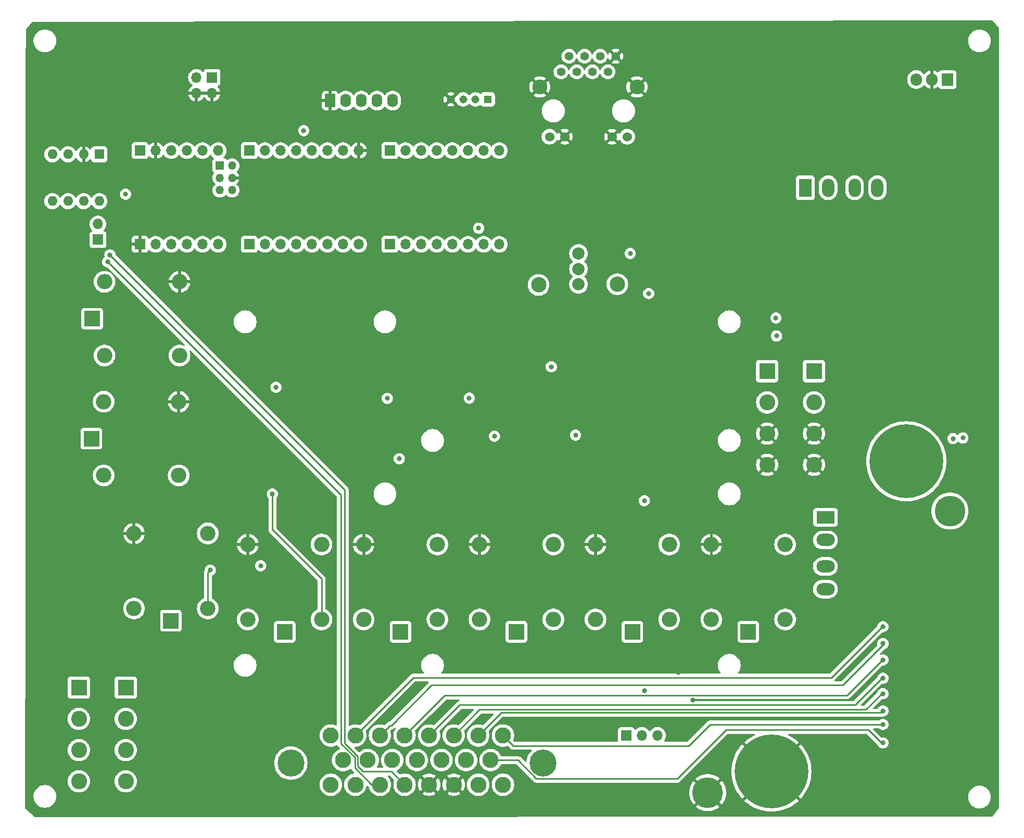
<source format=gbr>
%TF.GenerationSoftware,KiCad,Pcbnew,8.0.8*%
%TF.CreationDate,2025-03-16T07:00:45-06:00*%
%TF.ProjectId,RC11,52433131-2e6b-4696-9361-645f70636258,rev?*%
%TF.SameCoordinates,Original*%
%TF.FileFunction,Copper,L4,Bot*%
%TF.FilePolarity,Positive*%
%FSLAX46Y46*%
G04 Gerber Fmt 4.6, Leading zero omitted, Abs format (unit mm)*
G04 Created by KiCad (PCBNEW 8.0.8) date 2025-03-16 07:00:45*
%MOMM*%
%LPD*%
G01*
G04 APERTURE LIST*
G04 Aperture macros list*
%AMRoundRect*
0 Rectangle with rounded corners*
0 $1 Rounding radius*
0 $2 $3 $4 $5 $6 $7 $8 $9 X,Y pos of 4 corners*
0 Add a 4 corners polygon primitive as box body*
4,1,4,$2,$3,$4,$5,$6,$7,$8,$9,$2,$3,0*
0 Add four circle primitives for the rounded corners*
1,1,$1+$1,$2,$3*
1,1,$1+$1,$4,$5*
1,1,$1+$1,$6,$7*
1,1,$1+$1,$8,$9*
0 Add four rect primitives between the rounded corners*
20,1,$1+$1,$2,$3,$4,$5,0*
20,1,$1+$1,$4,$5,$6,$7,0*
20,1,$1+$1,$6,$7,$8,$9,0*
20,1,$1+$1,$8,$9,$2,$3,0*%
G04 Aperture macros list end*
%TA.AperFunction,ComponentPad*%
%ADD10R,1.600000X1.600000*%
%TD*%
%TA.AperFunction,ComponentPad*%
%ADD11O,1.600000X1.600000*%
%TD*%
%TA.AperFunction,ComponentPad*%
%ADD12R,1.905000X2.000000*%
%TD*%
%TA.AperFunction,ComponentPad*%
%ADD13O,1.905000X2.000000*%
%TD*%
%TA.AperFunction,ComponentPad*%
%ADD14C,2.500000*%
%TD*%
%TA.AperFunction,ComponentPad*%
%ADD15C,2.000000*%
%TD*%
%TA.AperFunction,ComponentPad*%
%ADD16R,2.600000X2.600000*%
%TD*%
%TA.AperFunction,ComponentPad*%
%ADD17C,2.600000*%
%TD*%
%TA.AperFunction,ComponentPad*%
%ADD18O,2.500000X2.500000*%
%TD*%
%TA.AperFunction,ComponentPad*%
%ADD19R,2.500000X2.500000*%
%TD*%
%TA.AperFunction,ComponentPad*%
%ADD20R,1.308000X1.308000*%
%TD*%
%TA.AperFunction,ComponentPad*%
%ADD21C,1.308000*%
%TD*%
%TA.AperFunction,ComponentPad*%
%ADD22R,1.700000X1.700000*%
%TD*%
%TA.AperFunction,ComponentPad*%
%ADD23O,1.700000X1.700000*%
%TD*%
%TA.AperFunction,ComponentPad*%
%ADD24C,1.397000*%
%TD*%
%TA.AperFunction,ComponentPad*%
%ADD25C,1.524000*%
%TD*%
%TA.AperFunction,ComponentPad*%
%ADD26C,2.445000*%
%TD*%
%TA.AperFunction,ComponentPad*%
%ADD27RoundRect,0.250000X-0.620000X-0.845000X0.620000X-0.845000X0.620000X0.845000X-0.620000X0.845000X0*%
%TD*%
%TA.AperFunction,ComponentPad*%
%ADD28O,1.740000X2.190000*%
%TD*%
%TA.AperFunction,ComponentPad*%
%ADD29C,2.625000*%
%TD*%
%TA.AperFunction,ComponentPad*%
%ADD30C,4.395000*%
%TD*%
%TA.AperFunction,ComponentPad*%
%ADD31C,12.000000*%
%TD*%
%TA.AperFunction,ComponentPad*%
%ADD32C,5.000000*%
%TD*%
%TA.AperFunction,ComponentPad*%
%ADD33R,1.350000X1.350000*%
%TD*%
%TA.AperFunction,ComponentPad*%
%ADD34O,1.350000X1.350000*%
%TD*%
%TA.AperFunction,ComponentPad*%
%ADD35R,2.000000X3.000000*%
%TD*%
%TA.AperFunction,ComponentPad*%
%ADD36O,2.000000X3.000000*%
%TD*%
%TA.AperFunction,ComponentPad*%
%ADD37R,3.000000X2.000000*%
%TD*%
%TA.AperFunction,ComponentPad*%
%ADD38O,3.000000X2.000000*%
%TD*%
%TA.AperFunction,ViaPad*%
%ADD39C,0.800000*%
%TD*%
%TA.AperFunction,Conductor*%
%ADD40C,0.254000*%
%TD*%
G04 APERTURE END LIST*
D10*
%TO.P,U8,1,TXD*%
%TO.N,uC_CTX*%
X32350000Y-51960000D03*
D11*
%TO.P,U8,2,VSS*%
%TO.N,GND*%
X29810000Y-51960000D03*
%TO.P,U8,3,VDD*%
%TO.N,+5V*%
X27270000Y-51960000D03*
%TO.P,U8,4,RXD*%
%TO.N,uC_CRX*%
X24730000Y-51960000D03*
%TO.P,U8,5,Vio*%
%TO.N,+3.3V*%
X24730000Y-59580000D03*
%TO.P,U8,6,CANL*%
%TO.N,CANL*%
X27270000Y-59580000D03*
%TO.P,U8,7,CANH*%
%TO.N,CANH*%
X29810000Y-59580000D03*
%TO.P,U8,8,STBY*%
%TO.N,Standby*%
X32350000Y-59580000D03*
%TD*%
D12*
%TO.P,U4,1,VI*%
%TO.N,Net-(U4-VI)*%
X170300000Y-39800000D03*
D13*
%TO.P,U4,2,GND*%
%TO.N,GND*%
X167760000Y-39800000D03*
%TO.P,U4,3,VO*%
%TO.N,Net-(U4-VO)*%
X165220000Y-39800000D03*
%TD*%
D14*
%TO.P,TP2,1,1*%
%TO.N,Net-(U5A-+)*%
X103800000Y-73200000D03*
%TD*%
%TO.P,TP1,1,1*%
%TO.N,Net-(U5B--)*%
X116600000Y-73100000D03*
%TD*%
D15*
%TO.P,RV1,1,1*%
%TO.N,Net-(U5B--)*%
X110300000Y-73100000D03*
%TO.P,RV1,2,2*%
X110300000Y-70600000D03*
%TO.P,RV1,3,3*%
%TO.N,Net-(U5A-+)*%
X110300000Y-68100000D03*
%TD*%
D16*
%TO.P,KF2,1*%
%TO.N,M1A*%
X29045000Y-138715000D03*
X36665000Y-138715000D03*
D17*
%TO.P,KF2,2*%
%TO.N,M1B*%
X29045000Y-143795000D03*
X36665000Y-143795000D03*
%TO.P,KF2,3*%
%TO.N,M2A*%
X29045000Y-148875000D03*
X36665000Y-148875000D03*
%TO.P,KF2,4*%
%TO.N,M2B*%
X29045000Y-153955000D03*
X36665000Y-153955000D03*
%TD*%
D16*
%TO.P,KF1,1*%
%TO.N,12V_In*%
X140980000Y-87240000D03*
X148600000Y-87240000D03*
D17*
%TO.P,KF1,2*%
X140980000Y-92320000D03*
X148600000Y-92320000D03*
%TO.P,KF1,3*%
%TO.N,GND*%
X140980000Y-97400000D03*
X148600000Y-97400000D03*
%TO.P,KF1,4*%
X140980000Y-102480000D03*
X148600000Y-102480000D03*
%TD*%
D18*
%TO.P,K8,1*%
%TO.N,Net-(U3-O1)*%
X143900000Y-127627500D03*
%TO.P,K8,2*%
%TO.N,+12V*%
X131900000Y-127627500D03*
D19*
%TO.P,K8,3*%
%TO.N,R8*%
X137900000Y-129627500D03*
D18*
%TO.P,K8,4*%
%TO.N,GND*%
X131900000Y-115427500D03*
%TO.P,K8,5*%
%TO.N,+12V*%
X143900000Y-115427500D03*
%TD*%
%TO.P,K7,1*%
%TO.N,Net-(U3-O2)*%
X125050000Y-127627500D03*
%TO.P,K7,2*%
%TO.N,+12V*%
X113050000Y-127627500D03*
D19*
%TO.P,K7,3*%
%TO.N,R7*%
X119050000Y-129627500D03*
D18*
%TO.P,K7,4*%
%TO.N,GND*%
X113050000Y-115427500D03*
%TO.P,K7,5*%
%TO.N,+12V*%
X125050000Y-115427500D03*
%TD*%
%TO.P,K6,1*%
%TO.N,Net-(U3-O3)*%
X106200000Y-127627500D03*
%TO.P,K6,2*%
%TO.N,+12V*%
X94200000Y-127627500D03*
D19*
%TO.P,K6,3*%
%TO.N,R6*%
X100200000Y-129627500D03*
D18*
%TO.P,K6,4*%
%TO.N,GND*%
X94200000Y-115427500D03*
%TO.P,K6,5*%
%TO.N,+12V*%
X106200000Y-115427500D03*
%TD*%
%TO.P,K5,1*%
%TO.N,Net-(U3-O4)*%
X87350000Y-127627500D03*
%TO.P,K5,2*%
%TO.N,+12V*%
X75350000Y-127627500D03*
D19*
%TO.P,K5,3*%
%TO.N,R5*%
X81350000Y-129627500D03*
D18*
%TO.P,K5,4*%
%TO.N,GND*%
X75350000Y-115427500D03*
%TO.P,K5,5*%
%TO.N,+12V*%
X87350000Y-115427500D03*
%TD*%
%TO.P,K4,1*%
%TO.N,Net-(U3-O6)*%
X68500000Y-127627500D03*
%TO.P,K4,2*%
%TO.N,+12V*%
X56500000Y-127627500D03*
D19*
%TO.P,K4,3*%
%TO.N,R3*%
X62500000Y-129627500D03*
D18*
%TO.P,K4,4*%
%TO.N,GND*%
X56500000Y-115427500D03*
%TO.P,K4,5*%
%TO.N,+12V*%
X68500000Y-115427500D03*
%TD*%
%TO.P,K3,1*%
%TO.N,Net-(U3-O5)*%
X50000000Y-125827500D03*
%TO.P,K3,2*%
%TO.N,+12V*%
X38000000Y-125827500D03*
D19*
%TO.P,K3,3*%
%TO.N,R4*%
X44000000Y-127827500D03*
D18*
%TO.P,K3,4*%
%TO.N,GND*%
X38000000Y-113627500D03*
%TO.P,K3,5*%
%TO.N,+12V*%
X50000000Y-113627500D03*
%TD*%
%TO.P,K2,1*%
%TO.N,Net-(U3-O7)*%
X33072500Y-104200000D03*
%TO.P,K2,2*%
%TO.N,+12V*%
X33072500Y-92200000D03*
D19*
%TO.P,K2,3*%
%TO.N,R2*%
X31072500Y-98200000D03*
D18*
%TO.P,K2,4*%
%TO.N,GND*%
X45272500Y-92200000D03*
%TO.P,K2,5*%
%TO.N,+12V*%
X45272500Y-104200000D03*
%TD*%
%TO.P,K1,1*%
%TO.N,Net-(U3-O8)*%
X33200000Y-84700000D03*
%TO.P,K1,2*%
%TO.N,+12V*%
X33200000Y-72700000D03*
D19*
%TO.P,K1,3*%
%TO.N,R1*%
X31200000Y-78700000D03*
D18*
%TO.P,K1,4*%
%TO.N,GND*%
X45400000Y-72700000D03*
%TO.P,K1,5*%
%TO.N,+12V*%
X45400000Y-84700000D03*
%TD*%
D20*
%TO.P,J21,1,Yellow*%
%TO.N,Dir1Pin*%
X95523200Y-43017000D03*
D21*
%TO.P,J21,2,White*%
%TO.N,PWM1Pin*%
X93523200Y-43017000D03*
%TO.P,J21,3,Red*%
%TO.N,unconnected-(J21-Red-Pad3)*%
X91523200Y-43017000D03*
%TO.P,J21,4,Black*%
%TO.N,GND*%
X89523200Y-43017000D03*
%TD*%
D22*
%TO.P,J18,1,Pin_1*%
%TO.N,Net-(J18-Pin_1)*%
X32140000Y-65845000D03*
D23*
%TO.P,J18,2,Pin_2*%
%TO.N,CANH*%
X32140000Y-63305000D03*
%TD*%
D22*
%TO.P,J17,1,Pin_1*%
%TO.N,Net-(J17-Pin_1)*%
X118060000Y-146500000D03*
D23*
%TO.P,J17,2,Pin_2*%
%TO.N,PressureSensor*%
X120600000Y-146500000D03*
%TO.P,J17,3,Pin_3*%
%TO.N,Net-(J17-Pin_3)*%
X123140000Y-146500000D03*
%TD*%
D22*
%TO.P,J16,1,Pin_1*%
%TO.N,Net-(J16-Pin_1)*%
X56760000Y-51360000D03*
D23*
%TO.P,J16,2,Pin_2*%
%TO.N,Net-(J16-Pin_2)*%
X59300000Y-51360000D03*
%TO.P,J16,3,Pin_3*%
%TO.N,unconnected-(J16-Pin_3-Pad3)*%
X61840000Y-51360000D03*
%TO.P,J16,4,Pin_4*%
%TO.N,unconnected-(J16-Pin_4-Pad4)*%
X64380000Y-51360000D03*
%TO.P,J16,5,Pin_5*%
%TO.N,PWM2Pin*%
X66920000Y-51360000D03*
%TO.P,J16,6,Pin_6*%
%TO.N,Dir2Pin*%
X69460000Y-51360000D03*
%TO.P,J16,7,Pin_7*%
%TO.N,unconnected-(J16-Pin_7-Pad7)*%
X72000000Y-51360000D03*
%TO.P,J16,8,Pin_8*%
%TO.N,GND*%
X74540000Y-51360000D03*
%TD*%
D22*
%TO.P,J15,1,Pin_1*%
%TO.N,+5V*%
X38980000Y-51360000D03*
D23*
%TO.P,J15,2,Pin_2*%
%TO.N,GND*%
X41520000Y-51360000D03*
%TO.P,J15,3,Pin_3*%
%TO.N,unconnected-(J15-Pin_3-Pad3)*%
X44060000Y-51360000D03*
%TO.P,J15,4,Pin_4*%
%TO.N,uC_CRX*%
X46600000Y-51360000D03*
%TO.P,J15,5,Pin_5*%
%TO.N,uC_CTX*%
X49140000Y-51360000D03*
%TO.P,J15,6,Pin_6*%
%TO.N,unconnected-(J15-Pin_6-Pad6)*%
X51680000Y-51360000D03*
%TD*%
D24*
%TO.P,J14,1,TD+*%
%TO.N,Net-(J1-Pin_6)*%
X107454999Y-38540000D03*
%TO.P,J14,2,TD-*%
%TO.N,Net-(J1-Pin_5)*%
X108724999Y-36000000D03*
%TO.P,J14,3,RD+*%
%TO.N,Net-(J1-Pin_1)*%
X109994999Y-38540000D03*
%TO.P,J14,4,GND*%
%TO.N,Net-(C8-Pad1)*%
X111264999Y-36000000D03*
%TO.P,J14,5,GND*%
X112534999Y-38540000D03*
%TO.P,J14,6,RD-*%
%TO.N,Net-(J1-Pin_2)*%
X113804999Y-36000000D03*
%TO.P,J14,7,NC*%
%TO.N,unconnected-(J14-NC-Pad7)*%
X115074999Y-38540000D03*
%TO.P,J14,8,GND*%
%TO.N,GND*%
X116344999Y-36000000D03*
D25*
%TO.P,J14,9,LED*%
%TO.N,Net-(J1-Pin_3)*%
X105574998Y-49089999D03*
%TO.P,J14,10,GND*%
%TO.N,GND*%
X108064998Y-49089999D03*
%TO.P,J14,11,GND*%
X115735000Y-49089999D03*
%TO.P,J14,12,LED*%
%TO.N,Net-(J14-LED-Pad12)*%
X118225000Y-49089999D03*
D26*
%TO.P,J14,13*%
%TO.N,GND*%
X119799998Y-41000000D03*
%TO.P,J14,14*%
X104000000Y-41000000D03*
%TD*%
D27*
%TO.P,J13,1,Pin_1*%
%TO.N,GND*%
X69891800Y-43237000D03*
D28*
%TO.P,J13,2,Pin_2*%
%TO.N,PWM2Pin*%
X72431800Y-43237000D03*
%TO.P,J13,3,Pin_3*%
%TO.N,Dir2Pin*%
X74971800Y-43237000D03*
%TO.P,J13,4,Pin_4*%
%TO.N,PWM1Pin*%
X77511800Y-43237000D03*
%TO.P,J13,5,Pin_5*%
%TO.N,Dir1Pin*%
X80051800Y-43237000D03*
%TD*%
D29*
%TO.P,J12,1,1*%
%TO.N,M1A*%
X70000000Y-146500000D03*
%TO.P,J12,2,2*%
%TO.N,R1*%
X74000000Y-146500000D03*
%TO.P,J12,3,3*%
%TO.N,R2*%
X78000000Y-146500000D03*
%TO.P,J12,4,4*%
%TO.N,R3*%
X82000000Y-146500000D03*
%TO.P,J12,5,5*%
%TO.N,R4*%
X86000000Y-146500000D03*
%TO.P,J12,6,6*%
%TO.N,R5*%
X90000000Y-146500000D03*
%TO.P,J12,7,7*%
%TO.N,R6*%
X94000000Y-146500000D03*
%TO.P,J12,8,8*%
%TO.N,R7*%
X98000000Y-146500000D03*
%TO.P,J12,9,9*%
%TO.N,M1B*%
X72000000Y-150500000D03*
%TO.P,J12,10,10*%
%TO.N,+5VA*%
X76000000Y-150500000D03*
%TO.P,J12,11,11*%
%TO.N,FlowSensor1*%
X80000000Y-150500000D03*
%TO.P,J12,12,12*%
%TO.N,FlowSensor2*%
X84000000Y-150500000D03*
%TO.P,J12,13,13*%
%TO.N,WorkSwitch*%
X88000000Y-150500000D03*
%TO.P,J12,14,14*%
%TO.N,PressureSensor*%
X92000000Y-150500000D03*
%TO.P,J12,15,15*%
%TO.N,R8*%
X96000000Y-150500000D03*
%TO.P,J12,16,16*%
%TO.N,M2A*%
X70000000Y-154500000D03*
%TO.P,J12,17,17*%
%TO.N,M2B*%
X74000000Y-154500000D03*
%TO.P,J12,18,18*%
%TO.N,CANL*%
X78000000Y-154500000D03*
%TO.P,J12,19,19*%
%TO.N,CANH*%
X82000000Y-154500000D03*
%TO.P,J12,20,20*%
%TO.N,GND*%
X86000000Y-154500000D03*
%TO.P,J12,21,21*%
X90000000Y-154500000D03*
%TO.P,J12,22,22*%
%TO.N,12V_In*%
X94000000Y-154500000D03*
%TO.P,J12,23,23*%
X98000000Y-154500000D03*
D30*
%TO.P,J12,MH1,MH1*%
%TO.N,unconnected-(J12-PadMH1)*%
X63500000Y-151000000D03*
%TO.P,J12,MH2,MH2*%
%TO.N,unconnected-(J12-PadMH2)*%
X104500000Y-151000000D03*
%TD*%
D31*
%TO.P,J11,1,Pin_1*%
%TO.N,GND*%
X141670000Y-152360000D03*
%TD*%
D32*
%TO.P,J10,1,Pin_1*%
%TO.N,GND*%
X131300000Y-155800000D03*
%TD*%
D31*
%TO.P,J9,1,Pin_1*%
%TO.N,12V_In*%
X163600000Y-101900000D03*
%TD*%
D32*
%TO.P,J8,1,Pin_1*%
%TO.N,12V_In*%
X170700000Y-110000000D03*
%TD*%
D22*
%TO.P,J7,1,Pin_1*%
%TO.N,PressurePin*%
X79620000Y-51360000D03*
D23*
%TO.P,J7,2,Pin_2*%
%TO.N,unconnected-(J7-Pin_2-Pad2)*%
X82160000Y-51360000D03*
%TO.P,J7,3,Pin_3*%
%TO.N,unconnected-(J7-Pin_3-Pad3)*%
X84700000Y-51360000D03*
%TO.P,J7,4,Pin_4*%
%TO.N,Dir1Pin*%
X87240000Y-51360000D03*
%TO.P,J7,5,Pin_5*%
%TO.N,PWM1Pin*%
X89780000Y-51360000D03*
%TO.P,J7,6,Pin_6*%
%TO.N,unconnected-(J7-Pin_6-Pad6)*%
X92320000Y-51360000D03*
%TO.P,J7,7,Pin_7*%
%TO.N,unconnected-(J7-Pin_7-Pad7)*%
X94860000Y-51360000D03*
%TO.P,J7,8,Pin_8*%
%TO.N,unconnected-(J7-Pin_8-Pad8)*%
X97400000Y-51360000D03*
%TD*%
D22*
%TO.P,J6,1,Pin_1*%
%TO.N,Standby*%
X56760000Y-66600000D03*
D23*
%TO.P,J6,2,Pin_2*%
%TO.N,unconnected-(J6-Pin_2-Pad2)*%
X59300000Y-66600000D03*
%TO.P,J6,3,Pin_3*%
%TO.N,RLY1*%
X61840000Y-66600000D03*
%TO.P,J6,4,Pin_4*%
%TO.N,RLY2*%
X64380000Y-66600000D03*
%TO.P,J6,5,Pin_5*%
%TO.N,RLY3*%
X66920000Y-66600000D03*
%TO.P,J6,6,Pin_6*%
%TO.N,RLY4*%
X69460000Y-66600000D03*
%TO.P,J6,7,Pin_7*%
%TO.N,RLY5*%
X72000000Y-66600000D03*
%TO.P,J6,8,Pin_8*%
%TO.N,unconnected-(J6-Pin_8-Pad8)*%
X74540000Y-66600000D03*
%TD*%
D22*
%TO.P,J5,1,Pin_1*%
%TO.N,RLY6*%
X79620000Y-66600000D03*
D23*
%TO.P,J5,2,Pin_2*%
%TO.N,RLY7*%
X82160000Y-66600000D03*
%TO.P,J5,3,Pin_3*%
%TO.N,RLY8*%
X84700000Y-66600000D03*
%TO.P,J5,4,Pin_4*%
%TO.N,FlowPin1*%
X87240000Y-66600000D03*
%TO.P,J5,5,Pin_5*%
%TO.N,FlowPin2*%
X89780000Y-66600000D03*
%TO.P,J5,6,Pin_6*%
%TO.N,WorkPin*%
X92320000Y-66600000D03*
%TO.P,J5,7,Pin_7*%
%TO.N,unconnected-(J5-Pin_7-Pad7)*%
X94860000Y-66600000D03*
%TO.P,J5,8,Pin_8*%
%TO.N,unconnected-(J5-Pin_8-Pad8)*%
X97400000Y-66600000D03*
%TD*%
D22*
%TO.P,J4,1,Pin_1*%
%TO.N,GND*%
X38980000Y-66600000D03*
D23*
%TO.P,J4,2,Pin_2*%
%TO.N,unconnected-(J4-Pin_2-Pad2)*%
X41520000Y-66600000D03*
%TO.P,J4,3,Pin_3*%
%TO.N,unconnected-(J4-Pin_3-Pad3)*%
X44060000Y-66600000D03*
%TO.P,J4,4,Pin_4*%
%TO.N,unconnected-(J4-Pin_4-Pad4)*%
X46600000Y-66600000D03*
%TO.P,J4,5,Pin_5*%
%TO.N,unconnected-(J4-Pin_5-Pad5)*%
X49140000Y-66600000D03*
%TO.P,J4,6,Pin_6*%
%TO.N,unconnected-(J4-Pin_6-Pad6)*%
X51680000Y-66600000D03*
%TD*%
D22*
%TO.P,J2,1,Pin_1*%
%TO.N,+5V*%
X50700000Y-39460000D03*
D23*
%TO.P,J2,2,Pin_2*%
X48160000Y-39460000D03*
%TO.P,J2,3,Pin_3*%
%TO.N,GND*%
X50700000Y-42000000D03*
%TO.P,J2,4,Pin_4*%
X48160000Y-42000000D03*
%TD*%
D33*
%TO.P,J1,1,Pin_1*%
%TO.N,Net-(J1-Pin_1)*%
X51950000Y-53798400D03*
D34*
%TO.P,J1,2,Pin_2*%
%TO.N,Net-(J1-Pin_2)*%
X53950000Y-53798400D03*
%TO.P,J1,3,Pin_3*%
%TO.N,Net-(J1-Pin_3)*%
X51950000Y-55798400D03*
%TO.P,J1,4,Pin_4*%
%TO.N,GND*%
X53950000Y-55798400D03*
%TO.P,J1,5,Pin_5*%
%TO.N,Net-(J1-Pin_5)*%
X51950000Y-57798400D03*
%TO.P,J1,6,Pin_6*%
%TO.N,Net-(J1-Pin_6)*%
X53950000Y-57798400D03*
%TD*%
D35*
%TO.P,F2,1*%
%TO.N,+5VA*%
X147200000Y-57400000D03*
D36*
X150900000Y-57400000D03*
%TO.P,F2,2*%
%TO.N,Net-(U4-VO)*%
X155200000Y-57400000D03*
X158900000Y-57400000D03*
%TD*%
D37*
%TO.P,F1,1*%
%TO.N,+12V*%
X150455000Y-110995000D03*
D38*
X150455000Y-114695000D03*
%TO.P,F1,2*%
%TO.N,12V_In*%
X150455000Y-118995000D03*
X150455000Y-122695000D03*
%TD*%
D39*
%TO.N,GND*%
X90510000Y-95180000D03*
X136800000Y-51400000D03*
X169500000Y-134271428D03*
X47000000Y-151100000D03*
X161500000Y-53900000D03*
X173900000Y-70700000D03*
X23980000Y-69450000D03*
X129205578Y-99115578D03*
X169500000Y-142628570D03*
X139000000Y-75400000D03*
X169500000Y-148200000D03*
X128917928Y-140723000D03*
X62100000Y-77000000D03*
X63300000Y-103300000D03*
X161100000Y-44400000D03*
X142100000Y-75500000D03*
X59700000Y-137000000D03*
X169500000Y-131485714D03*
X127200000Y-86300000D03*
X157900000Y-61300000D03*
X169500000Y-139842856D03*
X27570000Y-65635000D03*
X35650000Y-61400000D03*
X115300000Y-55200000D03*
X123200000Y-94000000D03*
X120900000Y-144100000D03*
X136400000Y-75400000D03*
X103670000Y-95130000D03*
X174400000Y-61300000D03*
X134500000Y-62600000D03*
X56700000Y-55700000D03*
X169496926Y-137176445D03*
X122800000Y-86500000D03*
X169500000Y-145414284D03*
X174200000Y-54100000D03*
X121100000Y-66800000D03*
X116740000Y-95090000D03*
X113210000Y-85870000D03*
X169500000Y-128700000D03*
X123500000Y-77500000D03*
X124100000Y-39700000D03*
X118800000Y-55900000D03*
X24160000Y-49930000D03*
X48670280Y-137665000D03*
X126549422Y-136280000D03*
X120700000Y-72400000D03*
X109100000Y-79100000D03*
%TO.N,+12V*%
X142400000Y-78600000D03*
X171200000Y-98200000D03*
X142500000Y-81500000D03*
X58600000Y-118900000D03*
X61095790Y-89844210D03*
X172800000Y-98100004D03*
%TO.N,+5V*%
X105870000Y-86530000D03*
X121700000Y-74600000D03*
%TO.N,+3.3V*%
X36630000Y-58440000D03*
X118700000Y-68100000D03*
X65600000Y-48100000D03*
%TO.N,Net-(D14-A)*%
X121000000Y-108300000D03*
X121000000Y-139223000D03*
%TO.N,R1*%
X159800000Y-128800000D03*
%TO.N,R2*%
X159800000Y-131550000D03*
%TO.N,R8*%
X159800000Y-147700000D03*
%TO.N,R7*%
X159800000Y-144700000D03*
%TO.N,R6*%
X159800000Y-142500000D03*
%TO.N,R5*%
X159800000Y-139700000D03*
%TO.N,R4*%
X159800000Y-137200000D03*
%TO.N,R3*%
X159800000Y-134200000D03*
%TO.N,FlowSensor2*%
X96620000Y-97810000D03*
%TO.N,FlowSensor1*%
X81140000Y-101490000D03*
%TO.N,WorkSwitch*%
X109810000Y-97650000D03*
%TO.N,+5VA*%
X79190000Y-91660000D03*
X92530000Y-91620000D03*
%TO.N,CANL*%
X33700000Y-69460000D03*
%TO.N,CANH*%
X34090000Y-68330000D03*
%TO.N,PressurePin*%
X94050000Y-63980000D03*
%TO.N,Net-(U3-O6)*%
X60500000Y-107200000D03*
%TO.N,Net-(U3-O5)*%
X50400000Y-119600000D03*
%TD*%
D40*
%TO.N,R1*%
X74000000Y-146500000D02*
X83443000Y-137057000D01*
X151443000Y-137057000D02*
X159700000Y-128800000D01*
X83443000Y-137057000D02*
X151443000Y-137057000D01*
%TO.N,R2*%
X78000000Y-146500000D02*
X79639500Y-144860500D01*
X79639500Y-144860500D02*
X79839500Y-144860500D01*
X86400000Y-138300000D02*
X153300000Y-138300000D01*
X79839500Y-144860500D02*
X86400000Y-138300000D01*
X153300000Y-138300000D02*
X160050000Y-131550000D01*
%TO.N,R8*%
X159650000Y-147550000D02*
X159800000Y-147700000D01*
X134300000Y-145600000D02*
X157400000Y-145600000D01*
X96000000Y-150500000D02*
X100429817Y-150500000D01*
X126375500Y-153524500D02*
X134300000Y-145600000D01*
X103454317Y-153524500D02*
X126375500Y-153524500D01*
X157400000Y-145600000D02*
X159350000Y-147550000D01*
X159350000Y-147550000D02*
X159650000Y-147550000D01*
X100429817Y-150500000D02*
X103454317Y-153524500D01*
%TO.N,R7*%
X131700000Y-144700000D02*
X159800000Y-144700000D01*
X128234052Y-148165948D02*
X131700000Y-144700000D01*
X98000000Y-146500000D02*
X99665948Y-148165948D01*
X99665948Y-148165948D02*
X128234052Y-148165948D01*
%TO.N,R6*%
X97700000Y-142800000D02*
X159500000Y-142800000D01*
X94000000Y-146500000D02*
X97700000Y-142800000D01*
X159500000Y-142800000D02*
X159800000Y-142500000D01*
%TO.N,R5*%
X157000000Y-142300000D02*
X159600000Y-139700000D01*
X94200000Y-142300000D02*
X157000000Y-142300000D01*
X90000000Y-146500000D02*
X94200000Y-142300000D01*
%TO.N,R4*%
X155300000Y-141500000D02*
X91000000Y-141500000D01*
X91000000Y-141500000D02*
X86000000Y-146500000D01*
X159600000Y-137200000D02*
X155300000Y-141500000D01*
%TO.N,R3*%
X159700000Y-134200000D02*
X153954000Y-139946000D01*
X153954000Y-139946000D02*
X128596084Y-139946000D01*
X88500000Y-140000000D02*
X82000000Y-146500000D01*
X128596084Y-139946000D02*
X128542084Y-140000000D01*
X128542084Y-140000000D02*
X88500000Y-140000000D01*
%TO.N,CANL*%
X71639500Y-107399500D02*
X33700000Y-69460000D01*
X71639500Y-147820896D02*
X71639500Y-107399500D01*
X78000000Y-154500000D02*
X77681396Y-154500000D01*
X76689500Y-154500000D02*
X73906500Y-151717000D01*
X78000000Y-154500000D02*
X76689500Y-154500000D01*
X73906500Y-151717000D02*
X73906500Y-150087896D01*
X73906500Y-150087896D02*
X71639500Y-147820896D01*
%TO.N,CANH*%
X74360500Y-149899843D02*
X72260000Y-147799343D01*
X74360500Y-151480500D02*
X74360500Y-149899843D01*
X79870000Y-152370000D02*
X75250000Y-152370000D01*
X82000000Y-154500000D02*
X79870000Y-152370000D01*
X75250000Y-152370000D02*
X74360500Y-151480500D01*
X72260000Y-106500000D02*
X34090000Y-68330000D01*
X72260000Y-147799343D02*
X72260000Y-106500000D01*
%TO.N,Net-(U3-O6)*%
X60500000Y-113000000D02*
X60500000Y-107200000D01*
X68500000Y-127627500D02*
X68500000Y-121000000D01*
X68500000Y-121000000D02*
X60500000Y-113000000D01*
%TO.N,Net-(U3-O5)*%
X50000000Y-120000000D02*
X50000000Y-125827500D01*
X50400000Y-119600000D02*
X50000000Y-120000000D01*
%TD*%
%TA.AperFunction,Conductor*%
%TO.N,GND*%
G36*
X50234075Y-41807007D02*
G01*
X50200000Y-41934174D01*
X50200000Y-42065826D01*
X50234075Y-42192993D01*
X50266988Y-42250000D01*
X48593012Y-42250000D01*
X48625925Y-42192993D01*
X48660000Y-42065826D01*
X48660000Y-41934174D01*
X48625925Y-41807007D01*
X48593012Y-41750000D01*
X50266988Y-41750000D01*
X50234075Y-41807007D01*
G37*
%TD.AperFunction*%
%TA.AperFunction,Conductor*%
G36*
X177609457Y-30219672D02*
G01*
X177637208Y-30243974D01*
X178670660Y-31465325D01*
X178698937Y-31529217D01*
X178700000Y-31545422D01*
X178700000Y-158159406D01*
X178680315Y-158226445D01*
X178675994Y-158232735D01*
X177637129Y-159649369D01*
X177581611Y-159691789D01*
X177537215Y-159700040D01*
X21946637Y-159799970D01*
X21879585Y-159780328D01*
X21864902Y-159769289D01*
X20342389Y-158437089D01*
X20304899Y-158378130D01*
X20300044Y-158343672D01*
X20300114Y-158256052D01*
X20301673Y-156278711D01*
X21649500Y-156278711D01*
X21649500Y-156521288D01*
X21681161Y-156761785D01*
X21743947Y-156996104D01*
X21785367Y-157096100D01*
X21836776Y-157220212D01*
X21958064Y-157430289D01*
X21958066Y-157430292D01*
X21958067Y-157430293D01*
X22105733Y-157622736D01*
X22105739Y-157622743D01*
X22277256Y-157794260D01*
X22277262Y-157794265D01*
X22469711Y-157941936D01*
X22679788Y-158063224D01*
X22903900Y-158156054D01*
X23138211Y-158218838D01*
X23318586Y-158242584D01*
X23378711Y-158250500D01*
X23378712Y-158250500D01*
X23621289Y-158250500D01*
X23669388Y-158244167D01*
X23861789Y-158218838D01*
X24096100Y-158156054D01*
X24320212Y-158063224D01*
X24530289Y-157941936D01*
X24722738Y-157794265D01*
X24894265Y-157622738D01*
X25041936Y-157430289D01*
X25163224Y-157220212D01*
X25256054Y-156996100D01*
X25318838Y-156761789D01*
X25350500Y-156521288D01*
X25350500Y-156278712D01*
X25349617Y-156272008D01*
X25334023Y-156153553D01*
X25318838Y-156038211D01*
X25256054Y-155803900D01*
X25163224Y-155579788D01*
X25041936Y-155369711D01*
X24902921Y-155188543D01*
X24894266Y-155177263D01*
X24894260Y-155177256D01*
X24722743Y-155005739D01*
X24722736Y-155005733D01*
X24530293Y-154858067D01*
X24530292Y-154858066D01*
X24530289Y-154858064D01*
X24320212Y-154736776D01*
X24320205Y-154736773D01*
X24096104Y-154643947D01*
X23861785Y-154581161D01*
X23621289Y-154549500D01*
X23621288Y-154549500D01*
X23378712Y-154549500D01*
X23378711Y-154549500D01*
X23138214Y-154581161D01*
X22903895Y-154643947D01*
X22679794Y-154736773D01*
X22679785Y-154736777D01*
X22469706Y-154858067D01*
X22277263Y-155005733D01*
X22277256Y-155005739D01*
X22105739Y-155177256D01*
X22105733Y-155177263D01*
X21958067Y-155369706D01*
X21836777Y-155579785D01*
X21836773Y-155579794D01*
X21743947Y-155803895D01*
X21681161Y-156038214D01*
X21649500Y-156278711D01*
X20301673Y-156278711D01*
X20303506Y-153954995D01*
X27231429Y-153954995D01*
X27231429Y-153955004D01*
X27251683Y-154225289D01*
X27251684Y-154225294D01*
X27251684Y-154225298D01*
X27251685Y-154225299D01*
X27252554Y-154229105D01*
X27311997Y-154489545D01*
X27311999Y-154489554D01*
X27312001Y-154489559D01*
X27411029Y-154741879D01*
X27546557Y-154976621D01*
X27715558Y-155188542D01*
X27914257Y-155372907D01*
X28138215Y-155525599D01*
X28382428Y-155643206D01*
X28641442Y-155723101D01*
X28641443Y-155723101D01*
X28641446Y-155723102D01*
X28909464Y-155763499D01*
X28909469Y-155763499D01*
X28909472Y-155763500D01*
X28909473Y-155763500D01*
X29180527Y-155763500D01*
X29180528Y-155763500D01*
X29180535Y-155763499D01*
X29448553Y-155723102D01*
X29448554Y-155723101D01*
X29448558Y-155723101D01*
X29707572Y-155643206D01*
X29951786Y-155525599D01*
X30175743Y-155372907D01*
X30374442Y-155188542D01*
X30543443Y-154976621D01*
X30678971Y-154741879D01*
X30777999Y-154489559D01*
X30838315Y-154225299D01*
X30838316Y-154225289D01*
X30858571Y-153955004D01*
X30858571Y-153954995D01*
X34851429Y-153954995D01*
X34851429Y-153955004D01*
X34871683Y-154225289D01*
X34871684Y-154225294D01*
X34871684Y-154225298D01*
X34871685Y-154225299D01*
X34872554Y-154229105D01*
X34931997Y-154489545D01*
X34931999Y-154489554D01*
X34932001Y-154489559D01*
X35031029Y-154741879D01*
X35166557Y-154976621D01*
X35335558Y-155188542D01*
X35534257Y-155372907D01*
X35758215Y-155525599D01*
X36002428Y-155643206D01*
X36261442Y-155723101D01*
X36261443Y-155723101D01*
X36261446Y-155723102D01*
X36529464Y-155763499D01*
X36529469Y-155763499D01*
X36529472Y-155763500D01*
X36529473Y-155763500D01*
X36800527Y-155763500D01*
X36800528Y-155763500D01*
X36800535Y-155763499D01*
X37068553Y-155723102D01*
X37068554Y-155723101D01*
X37068558Y-155723101D01*
X37327572Y-155643206D01*
X37571786Y-155525599D01*
X37795743Y-155372907D01*
X37994442Y-155188542D01*
X38163443Y-154976621D01*
X38298971Y-154741879D01*
X38393903Y-154499995D01*
X68173894Y-154499995D01*
X68173894Y-154500004D01*
X68194288Y-154772157D01*
X68194289Y-154772162D01*
X68255019Y-155038240D01*
X68255020Y-155038242D01*
X68255023Y-155038254D01*
X68354735Y-155292318D01*
X68491200Y-155528682D01*
X68661370Y-155742068D01*
X68861442Y-155927707D01*
X69086947Y-156081454D01*
X69086952Y-156081456D01*
X69086953Y-156081457D01*
X69086954Y-156081458D01*
X69217551Y-156144349D01*
X69332845Y-156199872D01*
X69332846Y-156199872D01*
X69332849Y-156199874D01*
X69593653Y-156280322D01*
X69593654Y-156280322D01*
X69593657Y-156280323D01*
X69863527Y-156320999D01*
X69863532Y-156320999D01*
X69863535Y-156321000D01*
X69863536Y-156321000D01*
X70136464Y-156321000D01*
X70136465Y-156321000D01*
X70136472Y-156320999D01*
X70406342Y-156280323D01*
X70406343Y-156280322D01*
X70406347Y-156280322D01*
X70667151Y-156199874D01*
X70913053Y-156081454D01*
X71138558Y-155927707D01*
X71338630Y-155742068D01*
X71508800Y-155528682D01*
X71645265Y-155292318D01*
X71744977Y-155038254D01*
X71805710Y-154772167D01*
X71805711Y-154772157D01*
X71826106Y-154500004D01*
X71826106Y-154499995D01*
X71805711Y-154227842D01*
X71805710Y-154227837D01*
X71805710Y-154227833D01*
X71744977Y-153961746D01*
X71645265Y-153707682D01*
X71508800Y-153471318D01*
X71338630Y-153257932D01*
X71138558Y-153072293D01*
X70913053Y-152918546D01*
X70913049Y-152918544D01*
X70913046Y-152918542D01*
X70913045Y-152918541D01*
X70667153Y-152800127D01*
X70667155Y-152800127D01*
X70406348Y-152719678D01*
X70406342Y-152719676D01*
X70136472Y-152679000D01*
X70136465Y-152679000D01*
X69863535Y-152679000D01*
X69863527Y-152679000D01*
X69593657Y-152719676D01*
X69593651Y-152719678D01*
X69332845Y-152800127D01*
X69086954Y-152918541D01*
X69086953Y-152918542D01*
X68861441Y-153072293D01*
X68661372Y-153257930D01*
X68661370Y-153257932D01*
X68491200Y-153471318D01*
X68354735Y-153707681D01*
X68255025Y-153961740D01*
X68255019Y-153961759D01*
X68194289Y-154227837D01*
X68194288Y-154227842D01*
X68173894Y-154499995D01*
X38393903Y-154499995D01*
X38397999Y-154489559D01*
X38458315Y-154225299D01*
X38458316Y-154225289D01*
X38478571Y-153955004D01*
X38478571Y-153954995D01*
X38458316Y-153684710D01*
X38458315Y-153684705D01*
X38458315Y-153684701D01*
X38397999Y-153420441D01*
X38298971Y-153168121D01*
X38163443Y-152933379D01*
X37994442Y-152721458D01*
X37795743Y-152537093D01*
X37571786Y-152384401D01*
X37571780Y-152384398D01*
X37571779Y-152384397D01*
X37571778Y-152384396D01*
X37327574Y-152266795D01*
X37327576Y-152266795D01*
X37068559Y-152186899D01*
X37068553Y-152186897D01*
X36800535Y-152146500D01*
X36800528Y-152146500D01*
X36529472Y-152146500D01*
X36529464Y-152146500D01*
X36261446Y-152186897D01*
X36261440Y-152186899D01*
X36002427Y-152266794D01*
X35758219Y-152384398D01*
X35534256Y-152537093D01*
X35335560Y-152721456D01*
X35335558Y-152721458D01*
X35166557Y-152933379D01*
X35031029Y-153168120D01*
X34932003Y-153420435D01*
X34931997Y-153420454D01*
X34871684Y-153684705D01*
X34871683Y-153684710D01*
X34851429Y-153954995D01*
X30858571Y-153954995D01*
X30838316Y-153684710D01*
X30838315Y-153684705D01*
X30838315Y-153684701D01*
X30777999Y-153420441D01*
X30678971Y-153168121D01*
X30543443Y-152933379D01*
X30374442Y-152721458D01*
X30175743Y-152537093D01*
X29951786Y-152384401D01*
X29951780Y-152384398D01*
X29951779Y-152384397D01*
X29951778Y-152384396D01*
X29707574Y-152266795D01*
X29707576Y-152266795D01*
X29448559Y-152186899D01*
X29448553Y-152186897D01*
X29180535Y-152146500D01*
X29180528Y-152146500D01*
X28909472Y-152146500D01*
X28909464Y-152146500D01*
X28641446Y-152186897D01*
X28641440Y-152186899D01*
X28382427Y-152266794D01*
X28138219Y-152384398D01*
X27914256Y-152537093D01*
X27715560Y-152721456D01*
X27715558Y-152721458D01*
X27546557Y-152933379D01*
X27411029Y-153168120D01*
X27312003Y-153420435D01*
X27311997Y-153420454D01*
X27251684Y-153684705D01*
X27251683Y-153684710D01*
X27231429Y-153954995D01*
X20303506Y-153954995D01*
X20305836Y-151000000D01*
X60789054Y-151000000D01*
X60808819Y-151326763D01*
X60867828Y-151648771D01*
X60965214Y-151961297D01*
X60965225Y-151961326D01*
X61099567Y-152259820D01*
X61099580Y-152259844D01*
X61268929Y-152539984D01*
X61268939Y-152539999D01*
X61470830Y-152797693D01*
X61702306Y-153029169D01*
X61960000Y-153231060D01*
X61960004Y-153231062D01*
X61960007Y-153231065D01*
X62240161Y-153400423D01*
X62240169Y-153400426D01*
X62240179Y-153400432D01*
X62538673Y-153534774D01*
X62538678Y-153534776D01*
X62538685Y-153534779D01*
X62538691Y-153534781D01*
X62538702Y-153534785D01*
X62828215Y-153625000D01*
X62851228Y-153632171D01*
X63173232Y-153691180D01*
X63500000Y-153710946D01*
X63826768Y-153691180D01*
X64148772Y-153632171D01*
X64287379Y-153588979D01*
X64461297Y-153534785D01*
X64461302Y-153534782D01*
X64461315Y-153534779D01*
X64518004Y-153509265D01*
X64759820Y-153400432D01*
X64759824Y-153400429D01*
X64759839Y-153400423D01*
X65039993Y-153231065D01*
X65297690Y-153029172D01*
X65529172Y-152797690D01*
X65731065Y-152539993D01*
X65900423Y-152259839D01*
X65916005Y-152225219D01*
X66034774Y-151961326D01*
X66034773Y-151961326D01*
X66034779Y-151961315D01*
X66046067Y-151925093D01*
X66088979Y-151787379D01*
X66132171Y-151648772D01*
X66191180Y-151326768D01*
X66210946Y-151000000D01*
X66191180Y-150673232D01*
X66132171Y-150351228D01*
X66093720Y-150227833D01*
X66034785Y-150038702D01*
X66034774Y-150038673D01*
X65900432Y-149740179D01*
X65900426Y-149740169D01*
X65900423Y-149740161D01*
X65731065Y-149460007D01*
X65691545Y-149409564D01*
X65529169Y-149202306D01*
X65297693Y-148970830D01*
X65039999Y-148768939D01*
X65039984Y-148768929D01*
X64759844Y-148599580D01*
X64759843Y-148599579D01*
X64759839Y-148599577D01*
X64759835Y-148599575D01*
X64759820Y-148599567D01*
X64461326Y-148465225D01*
X64461297Y-148465214D01*
X64148771Y-148367828D01*
X63826763Y-148308819D01*
X63500000Y-148289054D01*
X63173236Y-148308819D01*
X62851228Y-148367828D01*
X62538702Y-148465214D01*
X62538673Y-148465225D01*
X62240179Y-148599567D01*
X62240155Y-148599580D01*
X61960015Y-148768929D01*
X61960000Y-148768939D01*
X61702306Y-148970830D01*
X61470830Y-149202306D01*
X61268939Y-149460000D01*
X61268929Y-149460015D01*
X61099580Y-149740155D01*
X61099567Y-149740179D01*
X60965225Y-150038673D01*
X60965214Y-150038702D01*
X60867828Y-150351228D01*
X60808819Y-150673236D01*
X60789054Y-151000000D01*
X20305836Y-151000000D01*
X20307512Y-148874995D01*
X27231429Y-148874995D01*
X27231429Y-148875004D01*
X27251683Y-149145289D01*
X27251684Y-149145294D01*
X27311997Y-149409545D01*
X27311999Y-149409554D01*
X27312001Y-149409559D01*
X27411029Y-149661879D01*
X27546557Y-149896621D01*
X27715558Y-150108542D01*
X27914257Y-150292907D01*
X28138215Y-150445599D01*
X28382428Y-150563206D01*
X28641442Y-150643101D01*
X28641443Y-150643101D01*
X28641446Y-150643102D01*
X28909464Y-150683499D01*
X28909469Y-150683499D01*
X28909472Y-150683500D01*
X28909473Y-150683500D01*
X29180527Y-150683500D01*
X29180528Y-150683500D01*
X29180535Y-150683499D01*
X29448553Y-150643102D01*
X29448554Y-150643101D01*
X29448558Y-150643101D01*
X29707572Y-150563206D01*
X29951786Y-150445599D01*
X30175743Y-150292907D01*
X30374442Y-150108542D01*
X30543443Y-149896621D01*
X30678971Y-149661879D01*
X30777999Y-149409559D01*
X30838315Y-149145299D01*
X30852116Y-148961140D01*
X30858571Y-148875004D01*
X30858571Y-148874995D01*
X34851429Y-148874995D01*
X34851429Y-148875004D01*
X34871683Y-149145289D01*
X34871684Y-149145294D01*
X34931997Y-149409545D01*
X34931999Y-149409554D01*
X34932001Y-149409559D01*
X35031029Y-149661879D01*
X35166557Y-149896621D01*
X35335558Y-150108542D01*
X35534257Y-150292907D01*
X35758215Y-150445599D01*
X36002428Y-150563206D01*
X36261442Y-150643101D01*
X36261443Y-150643101D01*
X36261446Y-150643102D01*
X36529464Y-150683499D01*
X36529469Y-150683499D01*
X36529472Y-150683500D01*
X36529473Y-150683500D01*
X36800527Y-150683500D01*
X36800528Y-150683500D01*
X36800535Y-150683499D01*
X37068553Y-150643102D01*
X37068554Y-150643101D01*
X37068558Y-150643101D01*
X37327572Y-150563206D01*
X37571786Y-150445599D01*
X37795743Y-150292907D01*
X37994442Y-150108542D01*
X38163443Y-149896621D01*
X38298971Y-149661879D01*
X38397999Y-149409559D01*
X38458315Y-149145299D01*
X38472116Y-148961140D01*
X38478571Y-148875004D01*
X38478571Y-148874995D01*
X38458316Y-148604710D01*
X38458315Y-148604705D01*
X38458315Y-148604701D01*
X38397999Y-148340441D01*
X38298971Y-148088121D01*
X38163443Y-147853379D01*
X37994442Y-147641458D01*
X37795743Y-147457093D01*
X37571786Y-147304401D01*
X37571780Y-147304398D01*
X37571779Y-147304397D01*
X37571778Y-147304396D01*
X37327574Y-147186795D01*
X37327576Y-147186795D01*
X37068559Y-147106899D01*
X37068553Y-147106897D01*
X36800535Y-147066500D01*
X36800528Y-147066500D01*
X36529472Y-147066500D01*
X36529464Y-147066500D01*
X36261446Y-147106897D01*
X36261440Y-147106899D01*
X36002427Y-147186794D01*
X35758219Y-147304398D01*
X35534256Y-147457093D01*
X35335560Y-147641456D01*
X35335558Y-147641458D01*
X35166557Y-147853379D01*
X35031029Y-148088120D01*
X34932003Y-148340435D01*
X34931997Y-148340454D01*
X34871684Y-148604705D01*
X34871683Y-148604710D01*
X34851429Y-148874995D01*
X30858571Y-148874995D01*
X30838316Y-148604710D01*
X30838315Y-148604705D01*
X30838315Y-148604701D01*
X30777999Y-148340441D01*
X30678971Y-148088121D01*
X30543443Y-147853379D01*
X30374442Y-147641458D01*
X30175743Y-147457093D01*
X29951786Y-147304401D01*
X29951780Y-147304398D01*
X29951779Y-147304397D01*
X29951778Y-147304396D01*
X29707574Y-147186795D01*
X29707576Y-147186795D01*
X29448559Y-147106899D01*
X29448553Y-147106897D01*
X29180535Y-147066500D01*
X29180528Y-147066500D01*
X28909472Y-147066500D01*
X28909464Y-147066500D01*
X28641446Y-147106897D01*
X28641440Y-147106899D01*
X28382427Y-147186794D01*
X28138219Y-147304398D01*
X27914256Y-147457093D01*
X27715560Y-147641456D01*
X27715558Y-147641458D01*
X27546557Y-147853379D01*
X27411029Y-148088120D01*
X27312003Y-148340435D01*
X27311997Y-148340454D01*
X27251684Y-148604705D01*
X27251683Y-148604710D01*
X27231429Y-148874995D01*
X20307512Y-148874995D01*
X20311518Y-143794995D01*
X27231429Y-143794995D01*
X27231429Y-143795004D01*
X27251683Y-144065289D01*
X27251684Y-144065294D01*
X27311997Y-144329545D01*
X27311999Y-144329554D01*
X27312001Y-144329559D01*
X27411029Y-144581879D01*
X27546557Y-144816621D01*
X27715558Y-145028542D01*
X27914257Y-145212907D01*
X28138215Y-145365599D01*
X28382428Y-145483206D01*
X28641442Y-145563101D01*
X28641443Y-145563101D01*
X28641446Y-145563102D01*
X28909464Y-145603499D01*
X28909469Y-145603499D01*
X28909472Y-145603500D01*
X28909473Y-145603500D01*
X29180527Y-145603500D01*
X29180528Y-145603500D01*
X29180535Y-145603499D01*
X29448553Y-145563102D01*
X29448554Y-145563101D01*
X29448558Y-145563101D01*
X29707572Y-145483206D01*
X29951786Y-145365599D01*
X30175743Y-145212907D01*
X30374442Y-145028542D01*
X30543443Y-144816621D01*
X30678971Y-144581879D01*
X30777999Y-144329559D01*
X30838315Y-144065299D01*
X30838703Y-144060120D01*
X30858571Y-143795004D01*
X30858571Y-143794995D01*
X34851429Y-143794995D01*
X34851429Y-143795004D01*
X34871683Y-144065289D01*
X34871684Y-144065294D01*
X34931997Y-144329545D01*
X34931999Y-144329554D01*
X34932001Y-144329559D01*
X35031029Y-144581879D01*
X35166557Y-144816621D01*
X35335558Y-145028542D01*
X35534257Y-145212907D01*
X35758215Y-145365599D01*
X36002428Y-145483206D01*
X36261442Y-145563101D01*
X36261443Y-145563101D01*
X36261446Y-145563102D01*
X36529464Y-145603499D01*
X36529469Y-145603499D01*
X36529472Y-145603500D01*
X36529473Y-145603500D01*
X36800527Y-145603500D01*
X36800528Y-145603500D01*
X36800535Y-145603499D01*
X37068553Y-145563102D01*
X37068554Y-145563101D01*
X37068558Y-145563101D01*
X37327572Y-145483206D01*
X37571786Y-145365599D01*
X37795743Y-145212907D01*
X37994442Y-145028542D01*
X38163443Y-144816621D01*
X38298971Y-144581879D01*
X38397999Y-144329559D01*
X38458315Y-144065299D01*
X38458703Y-144060120D01*
X38478571Y-143795004D01*
X38478571Y-143794995D01*
X38458316Y-143524710D01*
X38458315Y-143524705D01*
X38458315Y-143524701D01*
X38397999Y-143260441D01*
X38298971Y-143008121D01*
X38163443Y-142773379D01*
X37994442Y-142561458D01*
X37795743Y-142377093D01*
X37571786Y-142224401D01*
X37571780Y-142224398D01*
X37571779Y-142224397D01*
X37571778Y-142224396D01*
X37327574Y-142106795D01*
X37327576Y-142106795D01*
X37068559Y-142026899D01*
X37068553Y-142026897D01*
X36800535Y-141986500D01*
X36800528Y-141986500D01*
X36529472Y-141986500D01*
X36529464Y-141986500D01*
X36261446Y-142026897D01*
X36261440Y-142026899D01*
X36002427Y-142106794D01*
X35758219Y-142224398D01*
X35534256Y-142377093D01*
X35335560Y-142561456D01*
X35335558Y-142561458D01*
X35166557Y-142773379D01*
X35031029Y-143008120D01*
X34932003Y-143260435D01*
X34931997Y-143260454D01*
X34871684Y-143524705D01*
X34871683Y-143524710D01*
X34851429Y-143794995D01*
X30858571Y-143794995D01*
X30838316Y-143524710D01*
X30838315Y-143524705D01*
X30838315Y-143524701D01*
X30777999Y-143260441D01*
X30678971Y-143008121D01*
X30543443Y-142773379D01*
X30374442Y-142561458D01*
X30175743Y-142377093D01*
X29951786Y-142224401D01*
X29951780Y-142224398D01*
X29951779Y-142224397D01*
X29951778Y-142224396D01*
X29707574Y-142106795D01*
X29707576Y-142106795D01*
X29448559Y-142026899D01*
X29448553Y-142026897D01*
X29180535Y-141986500D01*
X29180528Y-141986500D01*
X28909472Y-141986500D01*
X28909464Y-141986500D01*
X28641446Y-142026897D01*
X28641440Y-142026899D01*
X28382427Y-142106794D01*
X28138219Y-142224398D01*
X27914256Y-142377093D01*
X27715560Y-142561456D01*
X27715558Y-142561458D01*
X27546557Y-142773379D01*
X27411029Y-143008120D01*
X27312003Y-143260435D01*
X27311997Y-143260454D01*
X27251684Y-143524705D01*
X27251683Y-143524710D01*
X27231429Y-143794995D01*
X20311518Y-143794995D01*
X20316588Y-137366345D01*
X27236500Y-137366345D01*
X27236500Y-140063654D01*
X27243011Y-140124202D01*
X27243011Y-140124204D01*
X27285062Y-140236944D01*
X27294111Y-140261204D01*
X27381739Y-140378261D01*
X27498796Y-140465889D01*
X27635799Y-140516989D01*
X27663050Y-140519918D01*
X27696345Y-140523499D01*
X27696362Y-140523500D01*
X30393638Y-140523500D01*
X30393654Y-140523499D01*
X30420692Y-140520591D01*
X30454201Y-140516989D01*
X30591204Y-140465889D01*
X30708261Y-140378261D01*
X30795889Y-140261204D01*
X30846989Y-140124201D01*
X30852650Y-140071549D01*
X30853499Y-140063654D01*
X30853500Y-140063637D01*
X30853500Y-137366362D01*
X30853499Y-137366345D01*
X34856500Y-137366345D01*
X34856500Y-140063654D01*
X34863011Y-140124202D01*
X34863011Y-140124204D01*
X34905062Y-140236944D01*
X34914111Y-140261204D01*
X35001739Y-140378261D01*
X35118796Y-140465889D01*
X35255799Y-140516989D01*
X35283050Y-140519918D01*
X35316345Y-140523499D01*
X35316362Y-140523500D01*
X38013638Y-140523500D01*
X38013654Y-140523499D01*
X38040692Y-140520591D01*
X38074201Y-140516989D01*
X38211204Y-140465889D01*
X38328261Y-140378261D01*
X38415889Y-140261204D01*
X38466989Y-140124201D01*
X38472650Y-140071549D01*
X38473499Y-140063654D01*
X38473500Y-140063637D01*
X38473500Y-137366362D01*
X38473499Y-137366345D01*
X38470157Y-137335270D01*
X38466989Y-137305799D01*
X38415889Y-137168796D01*
X38328261Y-137051739D01*
X38211204Y-136964111D01*
X38197906Y-136959151D01*
X38074203Y-136913011D01*
X38013654Y-136906500D01*
X38013638Y-136906500D01*
X35316362Y-136906500D01*
X35316345Y-136906500D01*
X35255797Y-136913011D01*
X35255795Y-136913011D01*
X35118795Y-136964111D01*
X35001739Y-137051739D01*
X34914111Y-137168795D01*
X34863011Y-137305795D01*
X34863011Y-137305797D01*
X34856500Y-137366345D01*
X30853499Y-137366345D01*
X30850157Y-137335270D01*
X30846989Y-137305799D01*
X30795889Y-137168796D01*
X30708261Y-137051739D01*
X30591204Y-136964111D01*
X30577906Y-136959151D01*
X30454203Y-136913011D01*
X30393654Y-136906500D01*
X30393638Y-136906500D01*
X27696362Y-136906500D01*
X27696345Y-136906500D01*
X27635797Y-136913011D01*
X27635795Y-136913011D01*
X27498795Y-136964111D01*
X27381739Y-137051739D01*
X27294111Y-137168795D01*
X27243011Y-137305795D01*
X27243011Y-137305797D01*
X27236500Y-137366345D01*
X20316588Y-137366345D01*
X20318487Y-134958711D01*
X54229500Y-134958711D01*
X54229500Y-135201288D01*
X54261161Y-135441785D01*
X54323947Y-135676104D01*
X54416773Y-135900205D01*
X54416776Y-135900212D01*
X54538064Y-136110289D01*
X54538066Y-136110292D01*
X54538067Y-136110293D01*
X54685733Y-136302736D01*
X54685739Y-136302743D01*
X54857256Y-136474260D01*
X54857263Y-136474266D01*
X54933385Y-136532676D01*
X55049711Y-136621936D01*
X55259788Y-136743224D01*
X55483900Y-136836054D01*
X55718211Y-136898838D01*
X55898586Y-136922584D01*
X55958711Y-136930500D01*
X55958712Y-136930500D01*
X56201289Y-136930500D01*
X56249388Y-136924167D01*
X56441789Y-136898838D01*
X56676100Y-136836054D01*
X56900212Y-136743224D01*
X57110289Y-136621936D01*
X57302738Y-136474265D01*
X57474265Y-136302738D01*
X57621936Y-136110289D01*
X57743224Y-135900212D01*
X57836054Y-135676100D01*
X57898838Y-135441789D01*
X57930500Y-135201288D01*
X57930500Y-134958712D01*
X57898838Y-134718211D01*
X57836054Y-134483900D01*
X57743224Y-134259788D01*
X57621936Y-134049711D01*
X57561018Y-133970321D01*
X57474266Y-133857263D01*
X57474260Y-133857256D01*
X57302743Y-133685739D01*
X57302736Y-133685733D01*
X57110293Y-133538067D01*
X57110292Y-133538066D01*
X57110289Y-133538064D01*
X56900212Y-133416776D01*
X56881157Y-133408883D01*
X56676104Y-133323947D01*
X56441785Y-133261161D01*
X56201289Y-133229500D01*
X56201288Y-133229500D01*
X55958712Y-133229500D01*
X55958711Y-133229500D01*
X55718214Y-133261161D01*
X55483895Y-133323947D01*
X55259794Y-133416773D01*
X55259785Y-133416777D01*
X55049706Y-133538067D01*
X54857263Y-133685733D01*
X54857256Y-133685739D01*
X54685739Y-133857256D01*
X54685733Y-133857263D01*
X54538067Y-134049706D01*
X54416777Y-134259785D01*
X54416773Y-134259794D01*
X54323947Y-134483895D01*
X54261161Y-134718214D01*
X54229500Y-134958711D01*
X20318487Y-134958711D01*
X20325688Y-125827495D01*
X36236569Y-125827495D01*
X36236569Y-125827504D01*
X36256264Y-126090323D01*
X36314910Y-126347268D01*
X36314913Y-126347280D01*
X36411204Y-126592624D01*
X36542985Y-126820876D01*
X36675712Y-126987310D01*
X36707317Y-127026942D01*
X36794370Y-127107714D01*
X36900519Y-127206206D01*
X37118285Y-127354676D01*
X37355746Y-127469032D01*
X37607600Y-127546718D01*
X37607601Y-127546718D01*
X37607604Y-127546719D01*
X37868211Y-127585999D01*
X37868216Y-127585999D01*
X37868219Y-127586000D01*
X37868220Y-127586000D01*
X38131780Y-127586000D01*
X38131781Y-127586000D01*
X38131788Y-127585999D01*
X38392395Y-127546719D01*
X38392396Y-127546718D01*
X38392400Y-127546718D01*
X38644254Y-127469032D01*
X38881716Y-127354676D01*
X39099481Y-127206206D01*
X39292686Y-127026938D01*
X39457015Y-126820876D01*
X39588796Y-126592624D01*
X39613828Y-126528845D01*
X42241500Y-126528845D01*
X42241500Y-129126154D01*
X42248011Y-129186702D01*
X42248011Y-129186704D01*
X42299111Y-129323704D01*
X42386739Y-129440761D01*
X42503796Y-129528389D01*
X42640799Y-129579489D01*
X42668050Y-129582418D01*
X42701345Y-129585999D01*
X42701362Y-129586000D01*
X45298638Y-129586000D01*
X45298654Y-129585999D01*
X45325692Y-129583091D01*
X45359201Y-129579489D01*
X45496204Y-129528389D01*
X45613261Y-129440761D01*
X45700889Y-129323704D01*
X45751989Y-129186701D01*
X45755591Y-129153192D01*
X45758499Y-129126154D01*
X45758500Y-129126137D01*
X45758500Y-127627495D01*
X54736569Y-127627495D01*
X54736569Y-127627504D01*
X54756264Y-127890323D01*
X54814910Y-128147268D01*
X54814913Y-128147280D01*
X54911204Y-128392624D01*
X55042985Y-128620876D01*
X55109881Y-128704761D01*
X55207317Y-128826942D01*
X55320733Y-128932176D01*
X55400519Y-129006206D01*
X55618285Y-129154676D01*
X55855746Y-129269032D01*
X56107600Y-129346718D01*
X56107601Y-129346718D01*
X56107604Y-129346719D01*
X56368211Y-129385999D01*
X56368216Y-129385999D01*
X56368219Y-129386000D01*
X56368220Y-129386000D01*
X56631780Y-129386000D01*
X56631781Y-129386000D01*
X56631788Y-129385999D01*
X56892395Y-129346719D01*
X56892396Y-129346718D01*
X56892400Y-129346718D01*
X57144254Y-129269032D01*
X57381716Y-129154676D01*
X57599481Y-129006206D01*
X57792686Y-128826938D01*
X57957015Y-128620876D01*
X58088796Y-128392624D01*
X58113828Y-128328845D01*
X60741500Y-128328845D01*
X60741500Y-130926154D01*
X60748011Y-130986702D01*
X60748011Y-130986704D01*
X60799111Y-131123704D01*
X60886739Y-131240761D01*
X61003796Y-131328389D01*
X61140799Y-131379489D01*
X61168050Y-131382418D01*
X61201345Y-131385999D01*
X61201362Y-131386000D01*
X63798638Y-131386000D01*
X63798654Y-131385999D01*
X63825692Y-131383091D01*
X63859201Y-131379489D01*
X63996204Y-131328389D01*
X64113261Y-131240761D01*
X64200889Y-131123704D01*
X64251989Y-130986701D01*
X64255591Y-130953192D01*
X64258499Y-130926154D01*
X64258500Y-130926137D01*
X64258500Y-128328862D01*
X64258499Y-128328845D01*
X64255157Y-128297770D01*
X64251989Y-128268299D01*
X64250033Y-128263056D01*
X64229522Y-128208064D01*
X64200889Y-128131296D01*
X64113261Y-128014239D01*
X63996204Y-127926611D01*
X63859203Y-127875511D01*
X63798654Y-127869000D01*
X63798638Y-127869000D01*
X61201362Y-127869000D01*
X61201345Y-127869000D01*
X61140797Y-127875511D01*
X61140795Y-127875511D01*
X61003795Y-127926611D01*
X60886739Y-128014239D01*
X60799111Y-128131295D01*
X60748011Y-128268295D01*
X60748011Y-128268297D01*
X60741500Y-128328845D01*
X58113828Y-128328845D01*
X58185087Y-128147280D01*
X58243735Y-127890326D01*
X58263431Y-127627500D01*
X58257377Y-127546719D01*
X58243735Y-127364676D01*
X58241453Y-127354676D01*
X58185087Y-127107720D01*
X58088796Y-126862376D01*
X57957015Y-126634124D01*
X57792686Y-126428062D01*
X57792685Y-126428061D01*
X57792682Y-126428057D01*
X57599481Y-126248794D01*
X57548798Y-126214239D01*
X57381716Y-126100324D01*
X57381712Y-126100322D01*
X57381711Y-126100321D01*
X57205696Y-126015557D01*
X57144254Y-125985968D01*
X57144248Y-125985966D01*
X57144240Y-125985963D01*
X56892405Y-125908283D01*
X56892395Y-125908280D01*
X56631788Y-125869000D01*
X56631781Y-125869000D01*
X56368219Y-125869000D01*
X56368211Y-125869000D01*
X56107604Y-125908280D01*
X56107598Y-125908282D01*
X55855745Y-125985968D01*
X55618288Y-126100322D01*
X55618284Y-126100324D01*
X55400521Y-126248792D01*
X55207317Y-126428057D01*
X55042985Y-126634124D01*
X54911204Y-126862375D01*
X54814915Y-127107714D01*
X54814910Y-127107731D01*
X54756264Y-127364676D01*
X54736569Y-127627495D01*
X45758500Y-127627495D01*
X45758500Y-126528862D01*
X45758499Y-126528845D01*
X45755157Y-126497770D01*
X45751989Y-126468299D01*
X45736979Y-126428057D01*
X45729522Y-126408064D01*
X45700889Y-126331296D01*
X45613261Y-126214239D01*
X45496204Y-126126611D01*
X45359203Y-126075511D01*
X45298654Y-126069000D01*
X45298638Y-126069000D01*
X42701362Y-126069000D01*
X42701345Y-126069000D01*
X42640797Y-126075511D01*
X42640795Y-126075511D01*
X42503795Y-126126611D01*
X42386739Y-126214239D01*
X42299111Y-126331295D01*
X42248011Y-126468295D01*
X42248011Y-126468297D01*
X42241500Y-126528845D01*
X39613828Y-126528845D01*
X39685087Y-126347280D01*
X39743735Y-126090326D01*
X39757377Y-125908282D01*
X39763431Y-125827504D01*
X39763431Y-125827495D01*
X48236569Y-125827495D01*
X48236569Y-125827504D01*
X48256264Y-126090323D01*
X48314910Y-126347268D01*
X48314913Y-126347280D01*
X48411204Y-126592624D01*
X48542985Y-126820876D01*
X48675712Y-126987310D01*
X48707317Y-127026942D01*
X48794370Y-127107714D01*
X48900519Y-127206206D01*
X49118285Y-127354676D01*
X49355746Y-127469032D01*
X49607600Y-127546718D01*
X49607601Y-127546718D01*
X49607604Y-127546719D01*
X49868211Y-127585999D01*
X49868216Y-127585999D01*
X49868219Y-127586000D01*
X49868220Y-127586000D01*
X50131780Y-127586000D01*
X50131781Y-127586000D01*
X50131788Y-127585999D01*
X50392395Y-127546719D01*
X50392396Y-127546718D01*
X50392400Y-127546718D01*
X50644254Y-127469032D01*
X50881716Y-127354676D01*
X51099481Y-127206206D01*
X51292686Y-127026938D01*
X51457015Y-126820876D01*
X51588796Y-126592624D01*
X51685087Y-126347280D01*
X51743735Y-126090326D01*
X51757377Y-125908282D01*
X51763431Y-125827504D01*
X51763431Y-125827495D01*
X51743735Y-125564676D01*
X51743735Y-125564674D01*
X51685087Y-125307720D01*
X51588796Y-125062376D01*
X51457015Y-124834124D01*
X51292686Y-124628062D01*
X51292685Y-124628061D01*
X51292682Y-124628057D01*
X51099481Y-124448794D01*
X51099478Y-124448792D01*
X50881716Y-124300324D01*
X50881712Y-124300322D01*
X50881711Y-124300321D01*
X50705698Y-124215557D01*
X50653838Y-124168734D01*
X50635500Y-124103837D01*
X50635500Y-120570151D01*
X50655185Y-120503112D01*
X50707989Y-120457357D01*
X50708883Y-120456952D01*
X50856752Y-120391118D01*
X51011253Y-120278866D01*
X51139040Y-120136944D01*
X51234527Y-119971556D01*
X51293542Y-119789928D01*
X51313504Y-119600000D01*
X51293542Y-119410072D01*
X51234527Y-119228444D01*
X51139040Y-119063056D01*
X51011253Y-118921134D01*
X50982165Y-118900000D01*
X57686496Y-118900000D01*
X57706458Y-119089928D01*
X57706459Y-119089931D01*
X57765470Y-119271549D01*
X57765473Y-119271556D01*
X57860960Y-119436944D01*
X57988747Y-119578866D01*
X58143248Y-119691118D01*
X58317712Y-119768794D01*
X58504513Y-119808500D01*
X58695487Y-119808500D01*
X58882288Y-119768794D01*
X59056752Y-119691118D01*
X59211253Y-119578866D01*
X59339040Y-119436944D01*
X59434527Y-119271556D01*
X59493542Y-119089928D01*
X59513504Y-118900000D01*
X59493542Y-118710072D01*
X59434527Y-118528444D01*
X59339040Y-118363056D01*
X59211253Y-118221134D01*
X59056752Y-118108882D01*
X58882288Y-118031206D01*
X58882286Y-118031205D01*
X58695487Y-117991500D01*
X58504513Y-117991500D01*
X58317714Y-118031205D01*
X58143246Y-118108883D01*
X57988745Y-118221135D01*
X57860959Y-118363057D01*
X57765473Y-118528443D01*
X57765470Y-118528450D01*
X57728654Y-118641759D01*
X57706458Y-118710072D01*
X57686496Y-118900000D01*
X50982165Y-118900000D01*
X50856752Y-118808882D01*
X50682288Y-118731206D01*
X50682286Y-118731205D01*
X50495487Y-118691500D01*
X50304513Y-118691500D01*
X50117714Y-118731205D01*
X49943246Y-118808883D01*
X49788745Y-118921135D01*
X49660959Y-119063057D01*
X49565473Y-119228443D01*
X49565470Y-119228450D01*
X49526548Y-119348241D01*
X49506458Y-119410072D01*
X49503634Y-119436942D01*
X49486624Y-119598780D01*
X49466407Y-119654706D01*
X49436825Y-119698979D01*
X49388923Y-119814626D01*
X49388920Y-119814638D01*
X49364500Y-119937404D01*
X49364500Y-124103838D01*
X49344815Y-124170877D01*
X49294302Y-124215558D01*
X49118288Y-124300322D01*
X49118284Y-124300324D01*
X48900521Y-124448792D01*
X48707317Y-124628057D01*
X48542985Y-124834124D01*
X48411204Y-125062375D01*
X48314915Y-125307714D01*
X48314910Y-125307731D01*
X48256264Y-125564676D01*
X48236569Y-125827495D01*
X39763431Y-125827495D01*
X39743735Y-125564676D01*
X39743735Y-125564674D01*
X39685087Y-125307720D01*
X39588796Y-125062376D01*
X39457015Y-124834124D01*
X39292686Y-124628062D01*
X39292685Y-124628061D01*
X39292682Y-124628057D01*
X39099481Y-124448794D01*
X39099478Y-124448792D01*
X38881716Y-124300324D01*
X38881712Y-124300322D01*
X38881711Y-124300321D01*
X38680659Y-124203500D01*
X38644254Y-124185968D01*
X38644248Y-124185966D01*
X38644240Y-124185963D01*
X38392405Y-124108283D01*
X38392395Y-124108280D01*
X38131788Y-124069000D01*
X38131781Y-124069000D01*
X37868219Y-124069000D01*
X37868211Y-124069000D01*
X37607604Y-124108280D01*
X37607598Y-124108282D01*
X37355745Y-124185968D01*
X37118288Y-124300322D01*
X37118284Y-124300324D01*
X36900521Y-124448792D01*
X36707317Y-124628057D01*
X36542985Y-124834124D01*
X36411204Y-125062375D01*
X36314915Y-125307714D01*
X36314910Y-125307731D01*
X36256264Y-125564676D01*
X36236569Y-125827495D01*
X20325688Y-125827495D01*
X20335507Y-113377500D01*
X36263828Y-113377500D01*
X37399999Y-113377500D01*
X37374979Y-113437902D01*
X37350000Y-113563481D01*
X37350000Y-113691519D01*
X37374979Y-113817098D01*
X37399999Y-113877500D01*
X36263828Y-113877500D01*
X36264694Y-113889051D01*
X36264695Y-113889058D01*
X36323058Y-114144770D01*
X36418883Y-114388926D01*
X36418882Y-114388926D01*
X36550028Y-114616073D01*
X36713562Y-114821139D01*
X36713570Y-114821148D01*
X36905830Y-114999540D01*
X36905832Y-114999541D01*
X37122546Y-115147293D01*
X37122550Y-115147295D01*
X37358854Y-115261094D01*
X37358858Y-115261095D01*
X37609494Y-115338407D01*
X37609502Y-115338409D01*
X37750000Y-115359585D01*
X37750000Y-114227501D01*
X37810402Y-114252521D01*
X37935981Y-114277500D01*
X38064019Y-114277500D01*
X38189598Y-114252521D01*
X38250000Y-114227501D01*
X38250000Y-115359584D01*
X38390497Y-115338409D01*
X38390505Y-115338407D01*
X38641143Y-115261095D01*
X38877445Y-115147298D01*
X38877454Y-115147293D01*
X39094167Y-114999541D01*
X39094169Y-114999540D01*
X39286429Y-114821148D01*
X39286437Y-114821139D01*
X39449971Y-114616073D01*
X39581116Y-114388926D01*
X39676941Y-114144770D01*
X39735304Y-113889058D01*
X39735305Y-113889051D01*
X39736172Y-113877500D01*
X38600001Y-113877500D01*
X38625021Y-113817098D01*
X38650000Y-113691519D01*
X38650000Y-113627495D01*
X48236569Y-113627495D01*
X48236569Y-113627504D01*
X48256264Y-113890323D01*
X48292434Y-114048792D01*
X48314913Y-114147280D01*
X48411204Y-114392624D01*
X48542985Y-114620876D01*
X48667889Y-114777500D01*
X48707317Y-114826942D01*
X48794370Y-114907714D01*
X48900519Y-115006206D01*
X49118285Y-115154676D01*
X49355746Y-115269032D01*
X49607600Y-115346718D01*
X49607601Y-115346718D01*
X49607604Y-115346719D01*
X49868211Y-115385999D01*
X49868216Y-115385999D01*
X49868219Y-115386000D01*
X49868220Y-115386000D01*
X50131780Y-115386000D01*
X50131781Y-115386000D01*
X50131788Y-115385999D01*
X50392395Y-115346719D01*
X50392396Y-115346718D01*
X50392400Y-115346718D01*
X50644254Y-115269032D01*
X50834322Y-115177500D01*
X54763828Y-115177500D01*
X55899999Y-115177500D01*
X55874979Y-115237902D01*
X55850000Y-115363481D01*
X55850000Y-115491519D01*
X55874979Y-115617098D01*
X55899999Y-115677500D01*
X54763828Y-115677500D01*
X54764694Y-115689051D01*
X54764695Y-115689058D01*
X54823058Y-115944770D01*
X54918883Y-116188926D01*
X54918882Y-116188926D01*
X55050028Y-116416073D01*
X55213562Y-116621139D01*
X55213570Y-116621148D01*
X55405830Y-116799540D01*
X55405832Y-116799541D01*
X55622546Y-116947293D01*
X55622550Y-116947295D01*
X55858854Y-117061094D01*
X55858858Y-117061095D01*
X56109494Y-117138407D01*
X56109502Y-117138409D01*
X56250000Y-117159585D01*
X56250000Y-116027501D01*
X56310402Y-116052521D01*
X56435981Y-116077500D01*
X56564019Y-116077500D01*
X56689598Y-116052521D01*
X56750000Y-116027501D01*
X56750000Y-117159584D01*
X56890497Y-117138409D01*
X56890505Y-117138407D01*
X57141143Y-117061095D01*
X57377445Y-116947298D01*
X57377454Y-116947293D01*
X57594167Y-116799541D01*
X57594169Y-116799540D01*
X57786429Y-116621148D01*
X57786437Y-116621139D01*
X57949971Y-116416073D01*
X58081116Y-116188926D01*
X58176941Y-115944770D01*
X58235304Y-115689058D01*
X58235305Y-115689051D01*
X58236172Y-115677500D01*
X57100001Y-115677500D01*
X57125021Y-115617098D01*
X57150000Y-115491519D01*
X57150000Y-115363481D01*
X57125021Y-115237902D01*
X57100001Y-115177500D01*
X58236171Y-115177500D01*
X58235305Y-115165948D01*
X58235304Y-115165941D01*
X58176941Y-114910229D01*
X58081116Y-114666073D01*
X58081117Y-114666073D01*
X57949971Y-114438926D01*
X57786437Y-114233860D01*
X57786429Y-114233851D01*
X57594169Y-114055459D01*
X57594167Y-114055458D01*
X57377454Y-113907706D01*
X57377445Y-113907701D01*
X57141142Y-113793904D01*
X57141144Y-113793904D01*
X56890512Y-113716594D01*
X56890506Y-113716593D01*
X56750000Y-113695414D01*
X56750000Y-114827498D01*
X56689598Y-114802479D01*
X56564019Y-114777500D01*
X56435981Y-114777500D01*
X56310402Y-114802479D01*
X56250000Y-114827498D01*
X56250000Y-113695414D01*
X56109493Y-113716593D01*
X56109487Y-113716594D01*
X55858858Y-113793904D01*
X55858854Y-113793905D01*
X55622550Y-113907704D01*
X55622546Y-113907706D01*
X55405832Y-114055458D01*
X55405830Y-114055459D01*
X55213570Y-114233851D01*
X55213562Y-114233860D01*
X55050028Y-114438926D01*
X54918883Y-114666073D01*
X54823058Y-114910229D01*
X54764695Y-115165941D01*
X54764694Y-115165948D01*
X54763828Y-115177500D01*
X50834322Y-115177500D01*
X50881716Y-115154676D01*
X51099481Y-115006206D01*
X51292686Y-114826938D01*
X51457015Y-114620876D01*
X51588796Y-114392624D01*
X51685087Y-114147280D01*
X51743735Y-113890326D01*
X51756754Y-113716594D01*
X51763431Y-113627504D01*
X51763431Y-113627495D01*
X51743735Y-113364676D01*
X51729208Y-113301028D01*
X51685087Y-113107720D01*
X51588796Y-112862376D01*
X51457015Y-112634124D01*
X51292686Y-112428062D01*
X51292685Y-112428061D01*
X51292682Y-112428057D01*
X51099481Y-112248794D01*
X51088349Y-112241204D01*
X50881716Y-112100324D01*
X50881712Y-112100322D01*
X50881711Y-112100321D01*
X50750758Y-112037257D01*
X50644254Y-111985968D01*
X50644248Y-111985966D01*
X50644240Y-111985963D01*
X50392405Y-111908283D01*
X50392395Y-111908280D01*
X50131788Y-111869000D01*
X50131781Y-111869000D01*
X49868219Y-111869000D01*
X49868211Y-111869000D01*
X49607604Y-111908280D01*
X49607598Y-111908282D01*
X49355745Y-111985968D01*
X49118288Y-112100322D01*
X49118284Y-112100324D01*
X48900521Y-112248792D01*
X48707317Y-112428057D01*
X48542985Y-112634124D01*
X48411204Y-112862375D01*
X48314915Y-113107714D01*
X48314910Y-113107731D01*
X48256264Y-113364676D01*
X48236569Y-113627495D01*
X38650000Y-113627495D01*
X38650000Y-113563481D01*
X38625021Y-113437902D01*
X38600001Y-113377500D01*
X39736171Y-113377500D01*
X39735305Y-113365948D01*
X39735304Y-113365941D01*
X39676941Y-113110229D01*
X39581116Y-112866073D01*
X39581117Y-112866073D01*
X39449971Y-112638926D01*
X39286437Y-112433860D01*
X39286429Y-112433851D01*
X39094169Y-112255459D01*
X39094167Y-112255458D01*
X38877454Y-112107706D01*
X38877445Y-112107701D01*
X38641142Y-111993904D01*
X38641144Y-111993904D01*
X38390512Y-111916594D01*
X38390506Y-111916593D01*
X38250000Y-111895414D01*
X38250000Y-113027498D01*
X38189598Y-113002479D01*
X38064019Y-112977500D01*
X37935981Y-112977500D01*
X37810402Y-113002479D01*
X37750000Y-113027498D01*
X37750000Y-111895414D01*
X37609493Y-111916593D01*
X37609487Y-111916594D01*
X37358858Y-111993904D01*
X37358854Y-111993905D01*
X37122550Y-112107704D01*
X37122546Y-112107706D01*
X36905832Y-112255458D01*
X36905830Y-112255459D01*
X36713570Y-112433851D01*
X36713562Y-112433860D01*
X36550028Y-112638926D01*
X36418883Y-112866073D01*
X36323058Y-113110229D01*
X36264695Y-113365941D01*
X36264694Y-113365948D01*
X36263828Y-113377500D01*
X20335507Y-113377500D01*
X20340379Y-107200000D01*
X59586496Y-107200000D01*
X59606458Y-107389928D01*
X59606459Y-107389931D01*
X59665470Y-107571549D01*
X59665473Y-107571556D01*
X59741699Y-107703584D01*
X59760960Y-107736944D01*
X59832651Y-107816564D01*
X59862880Y-107879554D01*
X59864500Y-107899535D01*
X59864500Y-113062595D01*
X59888920Y-113185361D01*
X59888923Y-113185373D01*
X59936823Y-113301015D01*
X59936830Y-113301028D01*
X60006374Y-113405107D01*
X60006377Y-113405111D01*
X67828181Y-121226914D01*
X67861666Y-121288237D01*
X67864500Y-121314595D01*
X67864500Y-125903838D01*
X67844815Y-125970877D01*
X67794302Y-126015558D01*
X67618288Y-126100322D01*
X67618284Y-126100324D01*
X67400521Y-126248792D01*
X67207317Y-126428057D01*
X67042985Y-126634124D01*
X66911204Y-126862375D01*
X66814915Y-127107714D01*
X66814910Y-127107731D01*
X66756264Y-127364676D01*
X66736569Y-127627495D01*
X66736569Y-127627504D01*
X66756264Y-127890323D01*
X66814910Y-128147268D01*
X66814913Y-128147280D01*
X66911204Y-128392624D01*
X67042985Y-128620876D01*
X67109881Y-128704761D01*
X67207317Y-128826942D01*
X67320733Y-128932176D01*
X67400519Y-129006206D01*
X67618285Y-129154676D01*
X67855746Y-129269032D01*
X68107600Y-129346718D01*
X68107601Y-129346718D01*
X68107604Y-129346719D01*
X68368211Y-129385999D01*
X68368216Y-129385999D01*
X68368219Y-129386000D01*
X68368220Y-129386000D01*
X68631780Y-129386000D01*
X68631781Y-129386000D01*
X68631788Y-129385999D01*
X68892395Y-129346719D01*
X68892396Y-129346718D01*
X68892400Y-129346718D01*
X69144254Y-129269032D01*
X69381716Y-129154676D01*
X69599481Y-129006206D01*
X69792686Y-128826938D01*
X69957015Y-128620876D01*
X70088796Y-128392624D01*
X70185087Y-128147280D01*
X70243735Y-127890326D01*
X70263431Y-127627500D01*
X70257377Y-127546719D01*
X70243735Y-127364676D01*
X70241453Y-127354676D01*
X70185087Y-127107720D01*
X70088796Y-126862376D01*
X69957015Y-126634124D01*
X69792686Y-126428062D01*
X69792685Y-126428061D01*
X69792682Y-126428057D01*
X69599481Y-126248794D01*
X69548798Y-126214239D01*
X69381716Y-126100324D01*
X69381712Y-126100322D01*
X69381711Y-126100321D01*
X69205698Y-126015557D01*
X69153838Y-125968734D01*
X69135500Y-125903837D01*
X69135500Y-120937408D01*
X69135499Y-120937404D01*
X69111079Y-120814638D01*
X69111078Y-120814631D01*
X69111076Y-120814626D01*
X69063176Y-120698984D01*
X69063169Y-120698971D01*
X68993626Y-120594893D01*
X68968884Y-120570151D01*
X68905108Y-120506375D01*
X63826228Y-115427495D01*
X66736569Y-115427495D01*
X66736569Y-115427504D01*
X66756264Y-115690323D01*
X66791709Y-115845617D01*
X66814913Y-115947280D01*
X66911204Y-116192624D01*
X67042985Y-116420876D01*
X67175712Y-116587310D01*
X67207317Y-116626942D01*
X67320733Y-116732176D01*
X67400519Y-116806206D01*
X67618285Y-116954676D01*
X67855746Y-117069032D01*
X68107600Y-117146718D01*
X68107601Y-117146718D01*
X68107604Y-117146719D01*
X68368211Y-117185999D01*
X68368216Y-117185999D01*
X68368219Y-117186000D01*
X68368220Y-117186000D01*
X68631780Y-117186000D01*
X68631781Y-117186000D01*
X68631788Y-117185999D01*
X68892395Y-117146719D01*
X68892396Y-117146718D01*
X68892400Y-117146718D01*
X69144254Y-117069032D01*
X69381716Y-116954676D01*
X69599481Y-116806206D01*
X69792686Y-116626938D01*
X69957015Y-116420876D01*
X70088796Y-116192624D01*
X70185087Y-115947280D01*
X70243735Y-115690326D01*
X70252176Y-115577686D01*
X70263431Y-115427504D01*
X70263431Y-115427495D01*
X70243735Y-115164676D01*
X70241453Y-115154676D01*
X70185087Y-114907720D01*
X70088796Y-114662376D01*
X69957015Y-114434124D01*
X69792686Y-114228062D01*
X69792685Y-114228061D01*
X69792682Y-114228057D01*
X69599481Y-114048794D01*
X69599478Y-114048792D01*
X69381716Y-113900324D01*
X69381712Y-113900322D01*
X69381711Y-113900321D01*
X69208896Y-113817098D01*
X69144254Y-113785968D01*
X69144248Y-113785966D01*
X69144240Y-113785963D01*
X68892405Y-113708283D01*
X68892395Y-113708280D01*
X68631788Y-113669000D01*
X68631781Y-113669000D01*
X68368219Y-113669000D01*
X68368211Y-113669000D01*
X68107604Y-113708280D01*
X68107598Y-113708282D01*
X67855745Y-113785968D01*
X67618288Y-113900322D01*
X67618284Y-113900324D01*
X67400521Y-114048792D01*
X67207317Y-114228057D01*
X67042985Y-114434124D01*
X66911204Y-114662375D01*
X66814915Y-114907714D01*
X66814910Y-114907731D01*
X66756264Y-115164676D01*
X66736569Y-115427495D01*
X63826228Y-115427495D01*
X61171819Y-112773086D01*
X61138334Y-112711763D01*
X61135500Y-112685405D01*
X61135500Y-107899535D01*
X61155185Y-107832496D01*
X61167343Y-107816570D01*
X61239040Y-107736944D01*
X61334527Y-107571556D01*
X61393542Y-107389928D01*
X61413504Y-107200000D01*
X61393542Y-107010072D01*
X61338495Y-106840658D01*
X61334529Y-106828450D01*
X61334528Y-106828449D01*
X61334527Y-106828444D01*
X61239040Y-106663056D01*
X61111253Y-106521134D01*
X60956752Y-106408882D01*
X60782288Y-106331206D01*
X60782286Y-106331205D01*
X60595487Y-106291500D01*
X60404513Y-106291500D01*
X60217714Y-106331205D01*
X60043246Y-106408883D01*
X59888745Y-106521135D01*
X59760959Y-106663057D01*
X59665473Y-106828443D01*
X59665470Y-106828450D01*
X59612492Y-106991500D01*
X59606458Y-107010072D01*
X59586496Y-107200000D01*
X20340379Y-107200000D01*
X20342745Y-104199995D01*
X31309069Y-104199995D01*
X31309069Y-104200004D01*
X31328764Y-104462823D01*
X31328765Y-104462826D01*
X31387413Y-104719780D01*
X31483704Y-104965124D01*
X31615485Y-105193376D01*
X31739990Y-105349500D01*
X31779817Y-105399442D01*
X31827783Y-105443947D01*
X31973019Y-105578706D01*
X32190785Y-105727176D01*
X32428246Y-105841532D01*
X32680100Y-105919218D01*
X32680101Y-105919218D01*
X32680104Y-105919219D01*
X32940711Y-105958499D01*
X32940716Y-105958499D01*
X32940719Y-105958500D01*
X32940720Y-105958500D01*
X33204280Y-105958500D01*
X33204281Y-105958500D01*
X33204288Y-105958499D01*
X33464895Y-105919219D01*
X33464896Y-105919218D01*
X33464900Y-105919218D01*
X33716754Y-105841532D01*
X33954216Y-105727176D01*
X34171981Y-105578706D01*
X34365186Y-105399438D01*
X34529515Y-105193376D01*
X34661296Y-104965124D01*
X34757587Y-104719780D01*
X34816235Y-104462826D01*
X34835931Y-104200000D01*
X34835931Y-104199995D01*
X43509069Y-104199995D01*
X43509069Y-104200004D01*
X43528764Y-104462823D01*
X43528765Y-104462826D01*
X43587413Y-104719780D01*
X43683704Y-104965124D01*
X43815485Y-105193376D01*
X43939990Y-105349500D01*
X43979817Y-105399442D01*
X44027783Y-105443947D01*
X44173019Y-105578706D01*
X44390785Y-105727176D01*
X44628246Y-105841532D01*
X44880100Y-105919218D01*
X44880101Y-105919218D01*
X44880104Y-105919219D01*
X45140711Y-105958499D01*
X45140716Y-105958499D01*
X45140719Y-105958500D01*
X45140720Y-105958500D01*
X45404280Y-105958500D01*
X45404281Y-105958500D01*
X45404288Y-105958499D01*
X45664895Y-105919219D01*
X45664896Y-105919218D01*
X45664900Y-105919218D01*
X45916754Y-105841532D01*
X46154216Y-105727176D01*
X46371981Y-105578706D01*
X46565186Y-105399438D01*
X46729515Y-105193376D01*
X46861296Y-104965124D01*
X46957587Y-104719780D01*
X47016235Y-104462826D01*
X47035931Y-104200000D01*
X47016235Y-103937174D01*
X46957587Y-103680220D01*
X46861296Y-103434876D01*
X46729515Y-103206624D01*
X46565186Y-103000562D01*
X46565185Y-103000561D01*
X46565182Y-103000557D01*
X46371981Y-102821294D01*
X46265986Y-102749028D01*
X46154216Y-102672824D01*
X46154212Y-102672822D01*
X46154211Y-102672821D01*
X46023258Y-102609757D01*
X45916754Y-102558468D01*
X45916748Y-102558466D01*
X45916740Y-102558463D01*
X45664905Y-102480783D01*
X45664895Y-102480780D01*
X45404288Y-102441500D01*
X45404281Y-102441500D01*
X45140719Y-102441500D01*
X45140711Y-102441500D01*
X44880104Y-102480780D01*
X44880098Y-102480782D01*
X44628245Y-102558468D01*
X44390788Y-102672822D01*
X44390784Y-102672824D01*
X44173021Y-102821292D01*
X43979817Y-103000557D01*
X43815485Y-103206624D01*
X43683704Y-103434875D01*
X43587415Y-103680214D01*
X43587410Y-103680231D01*
X43528764Y-103937176D01*
X43509069Y-104199995D01*
X34835931Y-104199995D01*
X34816235Y-103937174D01*
X34757587Y-103680220D01*
X34661296Y-103434876D01*
X34529515Y-103206624D01*
X34365186Y-103000562D01*
X34365185Y-103000561D01*
X34365182Y-103000557D01*
X34171981Y-102821294D01*
X34065986Y-102749028D01*
X33954216Y-102672824D01*
X33954212Y-102672822D01*
X33954211Y-102672821D01*
X33823258Y-102609757D01*
X33716754Y-102558468D01*
X33716748Y-102558466D01*
X33716740Y-102558463D01*
X33464905Y-102480783D01*
X33464895Y-102480780D01*
X33204288Y-102441500D01*
X33204281Y-102441500D01*
X32940719Y-102441500D01*
X32940711Y-102441500D01*
X32680104Y-102480780D01*
X32680098Y-102480782D01*
X32428245Y-102558468D01*
X32190788Y-102672822D01*
X32190784Y-102672824D01*
X31973021Y-102821292D01*
X31779817Y-103000557D01*
X31615485Y-103206624D01*
X31483704Y-103434875D01*
X31387415Y-103680214D01*
X31387410Y-103680231D01*
X31328764Y-103937176D01*
X31309069Y-104199995D01*
X20342745Y-104199995D01*
X20348501Y-96901345D01*
X29314000Y-96901345D01*
X29314000Y-99498654D01*
X29320511Y-99559202D01*
X29320511Y-99559204D01*
X29371611Y-99696204D01*
X29459239Y-99813261D01*
X29576296Y-99900889D01*
X29713299Y-99951989D01*
X29740550Y-99954918D01*
X29773845Y-99958499D01*
X29773862Y-99958500D01*
X32371138Y-99958500D01*
X32371154Y-99958499D01*
X32398192Y-99955591D01*
X32431701Y-99951989D01*
X32568704Y-99900889D01*
X32685761Y-99813261D01*
X32773389Y-99696204D01*
X32824489Y-99559201D01*
X32828091Y-99525692D01*
X32830999Y-99498654D01*
X32831000Y-99498637D01*
X32831000Y-96901362D01*
X32830999Y-96901345D01*
X32826433Y-96858882D01*
X32824489Y-96840799D01*
X32822988Y-96836776D01*
X32790622Y-96750000D01*
X32773389Y-96703796D01*
X32685761Y-96586739D01*
X32568704Y-96499111D01*
X32431703Y-96448011D01*
X32371154Y-96441500D01*
X32371138Y-96441500D01*
X29773862Y-96441500D01*
X29773845Y-96441500D01*
X29713297Y-96448011D01*
X29713295Y-96448011D01*
X29576295Y-96499111D01*
X29459239Y-96586739D01*
X29371611Y-96703795D01*
X29320511Y-96840795D01*
X29320511Y-96840797D01*
X29314000Y-96901345D01*
X20348501Y-96901345D01*
X20352209Y-92199995D01*
X31309069Y-92199995D01*
X31309069Y-92200004D01*
X31328764Y-92462823D01*
X31384014Y-92704888D01*
X31387413Y-92719780D01*
X31483704Y-92965124D01*
X31615485Y-93193376D01*
X31748212Y-93359810D01*
X31779817Y-93399442D01*
X31893233Y-93504676D01*
X31973019Y-93578706D01*
X32190785Y-93727176D01*
X32428246Y-93841532D01*
X32680100Y-93919218D01*
X32680101Y-93919218D01*
X32680104Y-93919219D01*
X32940711Y-93958499D01*
X32940716Y-93958499D01*
X32940719Y-93958500D01*
X32940720Y-93958500D01*
X33204280Y-93958500D01*
X33204281Y-93958500D01*
X33204288Y-93958499D01*
X33464895Y-93919219D01*
X33464896Y-93919218D01*
X33464900Y-93919218D01*
X33716754Y-93841532D01*
X33954216Y-93727176D01*
X34171981Y-93578706D01*
X34365186Y-93399438D01*
X34529515Y-93193376D01*
X34661296Y-92965124D01*
X34757587Y-92719780D01*
X34816235Y-92462826D01*
X34828522Y-92298864D01*
X34835931Y-92200004D01*
X34835931Y-92199995D01*
X34817196Y-91950000D01*
X43536328Y-91950000D01*
X44672499Y-91950000D01*
X44647479Y-92010402D01*
X44622500Y-92135981D01*
X44622500Y-92264019D01*
X44647479Y-92389598D01*
X44672499Y-92450000D01*
X43536328Y-92450000D01*
X43537194Y-92461551D01*
X43537195Y-92461558D01*
X43595558Y-92717270D01*
X43691383Y-92961426D01*
X43691382Y-92961426D01*
X43822528Y-93188573D01*
X43986062Y-93393639D01*
X43986070Y-93393648D01*
X44178330Y-93572040D01*
X44178332Y-93572041D01*
X44395046Y-93719793D01*
X44395050Y-93719795D01*
X44631354Y-93833594D01*
X44631358Y-93833595D01*
X44881994Y-93910907D01*
X44882002Y-93910909D01*
X45022500Y-93932085D01*
X45022500Y-92800001D01*
X45082902Y-92825021D01*
X45208481Y-92850000D01*
X45336519Y-92850000D01*
X45462098Y-92825021D01*
X45522500Y-92800001D01*
X45522500Y-93932084D01*
X45662997Y-93910909D01*
X45663005Y-93910907D01*
X45913643Y-93833595D01*
X46149945Y-93719798D01*
X46149954Y-93719793D01*
X46366667Y-93572041D01*
X46366669Y-93572040D01*
X46558929Y-93393648D01*
X46558937Y-93393639D01*
X46722471Y-93188573D01*
X46853616Y-92961426D01*
X46949441Y-92717270D01*
X47007804Y-92461558D01*
X47007805Y-92461551D01*
X47008672Y-92450000D01*
X45872501Y-92450000D01*
X45897521Y-92389598D01*
X45922500Y-92264019D01*
X45922500Y-92135981D01*
X45897521Y-92010402D01*
X45872501Y-91950000D01*
X47008671Y-91950000D01*
X47007805Y-91938448D01*
X47007804Y-91938441D01*
X46949441Y-91682729D01*
X46853616Y-91438573D01*
X46853617Y-91438573D01*
X46722471Y-91211426D01*
X46558937Y-91006360D01*
X46558929Y-91006351D01*
X46366669Y-90827959D01*
X46366667Y-90827958D01*
X46149954Y-90680206D01*
X46149945Y-90680201D01*
X45913642Y-90566404D01*
X45913644Y-90566404D01*
X45663012Y-90489094D01*
X45663006Y-90489093D01*
X45522500Y-90467914D01*
X45522500Y-91599998D01*
X45462098Y-91574979D01*
X45336519Y-91550000D01*
X45208481Y-91550000D01*
X45082902Y-91574979D01*
X45022500Y-91599998D01*
X45022500Y-90467914D01*
X44881993Y-90489093D01*
X44881987Y-90489094D01*
X44631358Y-90566404D01*
X44631354Y-90566405D01*
X44395050Y-90680204D01*
X44395046Y-90680206D01*
X44178332Y-90827958D01*
X44178330Y-90827959D01*
X43986070Y-91006351D01*
X43986062Y-91006360D01*
X43822528Y-91211426D01*
X43691383Y-91438573D01*
X43595558Y-91682729D01*
X43537195Y-91938441D01*
X43537194Y-91938448D01*
X43536328Y-91950000D01*
X34817196Y-91950000D01*
X34816235Y-91937176D01*
X34796322Y-91849931D01*
X34757587Y-91680220D01*
X34661296Y-91434876D01*
X34529515Y-91206624D01*
X34365186Y-91000562D01*
X34365185Y-91000561D01*
X34365182Y-91000557D01*
X34171981Y-90821294D01*
X34069181Y-90751206D01*
X33954216Y-90672824D01*
X33954212Y-90672822D01*
X33954211Y-90672821D01*
X33823258Y-90609757D01*
X33716754Y-90558468D01*
X33716748Y-90558466D01*
X33716740Y-90558463D01*
X33464905Y-90480783D01*
X33464895Y-90480780D01*
X33204288Y-90441500D01*
X33204281Y-90441500D01*
X32940719Y-90441500D01*
X32940711Y-90441500D01*
X32680104Y-90480780D01*
X32680098Y-90480782D01*
X32428245Y-90558468D01*
X32190788Y-90672822D01*
X32190784Y-90672824D01*
X31973021Y-90821292D01*
X31779817Y-91000557D01*
X31615485Y-91206624D01*
X31483704Y-91434875D01*
X31387415Y-91680214D01*
X31387410Y-91680231D01*
X31328764Y-91937176D01*
X31309069Y-92199995D01*
X20352209Y-92199995D01*
X20358123Y-84699995D01*
X31436569Y-84699995D01*
X31436569Y-84700004D01*
X31456264Y-84962823D01*
X31456265Y-84962826D01*
X31514913Y-85219780D01*
X31611204Y-85465124D01*
X31742985Y-85693376D01*
X31779275Y-85738882D01*
X31907317Y-85899442D01*
X32008210Y-85993056D01*
X32100519Y-86078706D01*
X32318285Y-86227176D01*
X32555746Y-86341532D01*
X32807600Y-86419218D01*
X32807601Y-86419218D01*
X32807604Y-86419219D01*
X33068211Y-86458499D01*
X33068216Y-86458499D01*
X33068219Y-86458500D01*
X33068220Y-86458500D01*
X33331780Y-86458500D01*
X33331781Y-86458500D01*
X33331788Y-86458499D01*
X33592395Y-86419219D01*
X33592396Y-86419218D01*
X33592400Y-86419218D01*
X33844254Y-86341532D01*
X34081716Y-86227176D01*
X34299481Y-86078706D01*
X34492686Y-85899438D01*
X34657015Y-85693376D01*
X34788796Y-85465124D01*
X34885087Y-85219780D01*
X34943735Y-84962826D01*
X34963431Y-84700000D01*
X34943735Y-84437174D01*
X34885087Y-84180220D01*
X34788796Y-83934876D01*
X34657015Y-83706624D01*
X34492686Y-83500562D01*
X34492685Y-83500561D01*
X34492682Y-83500557D01*
X34299481Y-83321294D01*
X34299478Y-83321292D01*
X34081716Y-83172824D01*
X34081712Y-83172822D01*
X34081711Y-83172821D01*
X33950758Y-83109757D01*
X33844254Y-83058468D01*
X33844248Y-83058466D01*
X33844240Y-83058463D01*
X33592405Y-82980783D01*
X33592395Y-82980780D01*
X33331788Y-82941500D01*
X33331781Y-82941500D01*
X33068219Y-82941500D01*
X33068211Y-82941500D01*
X32807604Y-82980780D01*
X32807598Y-82980782D01*
X32555745Y-83058468D01*
X32318288Y-83172822D01*
X32318284Y-83172824D01*
X32100521Y-83321292D01*
X31907317Y-83500557D01*
X31742985Y-83706624D01*
X31611204Y-83934875D01*
X31514915Y-84180214D01*
X31514914Y-84180219D01*
X31514910Y-84180231D01*
X31456264Y-84437176D01*
X31436569Y-84699995D01*
X20358123Y-84699995D01*
X20363879Y-77401345D01*
X29441500Y-77401345D01*
X29441500Y-79998654D01*
X29448011Y-80059202D01*
X29448011Y-80059204D01*
X29499111Y-80196204D01*
X29586739Y-80313261D01*
X29703796Y-80400889D01*
X29840799Y-80451989D01*
X29868050Y-80454918D01*
X29901345Y-80458499D01*
X29901362Y-80458500D01*
X32498638Y-80458500D01*
X32498654Y-80458499D01*
X32525692Y-80455591D01*
X32559201Y-80451989D01*
X32696204Y-80400889D01*
X32813261Y-80313261D01*
X32900889Y-80196204D01*
X32951989Y-80059201D01*
X32955591Y-80025692D01*
X32958499Y-79998654D01*
X32958500Y-79998637D01*
X32958500Y-77401362D01*
X32958499Y-77401345D01*
X32952924Y-77349500D01*
X32951989Y-77340799D01*
X32900889Y-77203796D01*
X32813261Y-77086739D01*
X32696204Y-76999111D01*
X32559203Y-76948011D01*
X32498654Y-76941500D01*
X32498638Y-76941500D01*
X29901362Y-76941500D01*
X29901345Y-76941500D01*
X29840797Y-76948011D01*
X29840795Y-76948011D01*
X29703795Y-76999111D01*
X29586739Y-77086739D01*
X29499111Y-77203795D01*
X29448011Y-77340795D01*
X29448011Y-77340797D01*
X29441500Y-77401345D01*
X20363879Y-77401345D01*
X20367587Y-72699995D01*
X31436569Y-72699995D01*
X31436569Y-72700004D01*
X31456264Y-72962823D01*
X31510397Y-73199995D01*
X31514913Y-73219780D01*
X31611204Y-73465124D01*
X31742985Y-73693376D01*
X31835098Y-73808882D01*
X31907317Y-73899442D01*
X32004281Y-73989410D01*
X32100519Y-74078706D01*
X32318285Y-74227176D01*
X32555746Y-74341532D01*
X32807600Y-74419218D01*
X32807601Y-74419218D01*
X32807604Y-74419219D01*
X33068211Y-74458499D01*
X33068216Y-74458499D01*
X33068219Y-74458500D01*
X33068220Y-74458500D01*
X33331780Y-74458500D01*
X33331781Y-74458500D01*
X33331788Y-74458499D01*
X33592395Y-74419219D01*
X33592396Y-74419218D01*
X33592400Y-74419218D01*
X33844254Y-74341532D01*
X34081716Y-74227176D01*
X34299481Y-74078706D01*
X34492686Y-73899438D01*
X34657015Y-73693376D01*
X34788796Y-73465124D01*
X34885087Y-73219780D01*
X34943735Y-72962826D01*
X34953151Y-72837174D01*
X34963431Y-72700004D01*
X34963431Y-72699995D01*
X34943735Y-72437176D01*
X34943210Y-72434875D01*
X34885087Y-72180220D01*
X34788796Y-71934876D01*
X34657015Y-71706624D01*
X34494568Y-71502922D01*
X34491553Y-71495536D01*
X34472454Y-71481789D01*
X34299481Y-71321294D01*
X34092540Y-71180204D01*
X34081716Y-71172824D01*
X34081712Y-71172822D01*
X34081711Y-71172821D01*
X33950758Y-71109757D01*
X33844254Y-71058468D01*
X33844248Y-71058466D01*
X33844240Y-71058463D01*
X33592405Y-70980783D01*
X33592395Y-70980780D01*
X33331788Y-70941500D01*
X33331781Y-70941500D01*
X33068219Y-70941500D01*
X33068211Y-70941500D01*
X32807604Y-70980780D01*
X32807598Y-70980782D01*
X32555745Y-71058468D01*
X32318288Y-71172822D01*
X32318284Y-71172824D01*
X32100521Y-71321292D01*
X31907317Y-71500557D01*
X31742985Y-71706624D01*
X31611204Y-71934875D01*
X31514915Y-72180214D01*
X31514910Y-72180231D01*
X31456264Y-72437176D01*
X31436569Y-72699995D01*
X20367587Y-72699995D01*
X20370142Y-69460000D01*
X32786496Y-69460000D01*
X32806458Y-69649928D01*
X32806459Y-69649931D01*
X32865470Y-69831549D01*
X32865473Y-69831556D01*
X32960960Y-69996944D01*
X33063290Y-70110594D01*
X33082928Y-70132404D01*
X33088747Y-70138866D01*
X33243248Y-70251118D01*
X33417712Y-70328794D01*
X33604513Y-70368500D01*
X33658405Y-70368500D01*
X33725444Y-70388185D01*
X33746086Y-70404819D01*
X34644476Y-71303209D01*
X34654336Y-71321267D01*
X34662754Y-71324117D01*
X34679197Y-71337930D01*
X46213894Y-82872627D01*
X46247379Y-82933950D01*
X46242395Y-83003642D01*
X46200523Y-83059575D01*
X46135059Y-83083992D01*
X46072412Y-83072028D01*
X46044259Y-83058470D01*
X46044240Y-83058463D01*
X45792405Y-82980783D01*
X45792395Y-82980780D01*
X45531788Y-82941500D01*
X45531781Y-82941500D01*
X45268219Y-82941500D01*
X45268211Y-82941500D01*
X45007604Y-82980780D01*
X45007598Y-82980782D01*
X44755745Y-83058468D01*
X44518288Y-83172822D01*
X44518284Y-83172824D01*
X44300521Y-83321292D01*
X44107317Y-83500557D01*
X43942985Y-83706624D01*
X43811204Y-83934875D01*
X43714915Y-84180214D01*
X43714914Y-84180219D01*
X43714910Y-84180231D01*
X43656264Y-84437176D01*
X43636569Y-84699995D01*
X43636569Y-84700004D01*
X43656264Y-84962823D01*
X43656265Y-84962826D01*
X43714913Y-85219780D01*
X43811204Y-85465124D01*
X43942985Y-85693376D01*
X43979275Y-85738882D01*
X44107317Y-85899442D01*
X44208210Y-85993056D01*
X44300519Y-86078706D01*
X44518285Y-86227176D01*
X44755746Y-86341532D01*
X45007600Y-86419218D01*
X45007601Y-86419218D01*
X45007604Y-86419219D01*
X45268211Y-86458499D01*
X45268216Y-86458499D01*
X45268219Y-86458500D01*
X45268220Y-86458500D01*
X45531780Y-86458500D01*
X45531781Y-86458500D01*
X45531788Y-86458499D01*
X45792395Y-86419219D01*
X45792396Y-86419218D01*
X45792400Y-86419218D01*
X46044254Y-86341532D01*
X46281716Y-86227176D01*
X46499481Y-86078706D01*
X46692686Y-85899438D01*
X46857015Y-85693376D01*
X46988796Y-85465124D01*
X47085087Y-85219780D01*
X47143735Y-84962826D01*
X47163431Y-84700000D01*
X47143735Y-84437174D01*
X47085087Y-84180220D01*
X47020285Y-84015110D01*
X47014117Y-83945515D01*
X47046555Y-83883631D01*
X47107300Y-83849108D01*
X47177066Y-83852907D01*
X47223395Y-83882128D01*
X70967681Y-107626414D01*
X71001166Y-107687737D01*
X71004000Y-107714095D01*
X71004000Y-144764999D01*
X70984315Y-144832038D01*
X70931511Y-144877793D01*
X70862353Y-144887737D01*
X70826199Y-144876719D01*
X70667153Y-144800127D01*
X70667155Y-144800127D01*
X70406348Y-144719678D01*
X70406342Y-144719676D01*
X70136472Y-144679000D01*
X70136465Y-144679000D01*
X69863535Y-144679000D01*
X69863527Y-144679000D01*
X69593657Y-144719676D01*
X69593651Y-144719678D01*
X69332845Y-144800127D01*
X69086954Y-144918541D01*
X69086953Y-144918542D01*
X68861441Y-145072293D01*
X68661372Y-145257930D01*
X68661370Y-145257932D01*
X68491200Y-145471318D01*
X68354735Y-145707681D01*
X68255025Y-145961740D01*
X68255019Y-145961759D01*
X68194289Y-146227837D01*
X68194288Y-146227842D01*
X68173894Y-146499995D01*
X68173894Y-146500004D01*
X68194288Y-146772157D01*
X68194289Y-146772162D01*
X68255019Y-147038240D01*
X68255021Y-147038249D01*
X68255023Y-147038254D01*
X68354735Y-147292318D01*
X68491200Y-147528682D01*
X68661370Y-147742068D01*
X68861442Y-147927707D01*
X69086947Y-148081454D01*
X69086952Y-148081456D01*
X69086953Y-148081457D01*
X69086954Y-148081458D01*
X69169603Y-148121259D01*
X69332845Y-148199872D01*
X69332846Y-148199872D01*
X69332849Y-148199874D01*
X69593653Y-148280322D01*
X69593654Y-148280322D01*
X69593657Y-148280323D01*
X69863527Y-148320999D01*
X69863532Y-148320999D01*
X69863535Y-148321000D01*
X69863536Y-148321000D01*
X70136464Y-148321000D01*
X70136465Y-148321000D01*
X70136472Y-148320999D01*
X70406342Y-148280323D01*
X70406343Y-148280322D01*
X70406347Y-148280322D01*
X70667151Y-148199874D01*
X70897166Y-148089105D01*
X70917234Y-148079441D01*
X70917997Y-148081027D01*
X70978620Y-148066287D01*
X71044658Y-148089105D01*
X71075886Y-148121259D01*
X71145874Y-148226003D01*
X71145877Y-148226007D01*
X71483215Y-148563344D01*
X71516700Y-148624667D01*
X71511716Y-148694358D01*
X71469845Y-148750292D01*
X71432084Y-148769515D01*
X71407737Y-148777026D01*
X71332845Y-148800127D01*
X71086954Y-148918541D01*
X71086953Y-148918542D01*
X70861441Y-149072293D01*
X70661372Y-149257930D01*
X70661370Y-149257932D01*
X70491200Y-149471318D01*
X70354735Y-149707681D01*
X70255025Y-149961740D01*
X70255019Y-149961759D01*
X70194289Y-150227837D01*
X70194288Y-150227842D01*
X70173894Y-150499995D01*
X70173894Y-150500004D01*
X70194288Y-150772157D01*
X70194289Y-150772162D01*
X70255019Y-151038240D01*
X70255021Y-151038249D01*
X70255023Y-151038254D01*
X70354735Y-151292318D01*
X70491200Y-151528682D01*
X70661370Y-151742068D01*
X70861442Y-151927707D01*
X71086947Y-152081454D01*
X71086952Y-152081456D01*
X71086953Y-152081457D01*
X71086954Y-152081458D01*
X71171366Y-152122108D01*
X71332845Y-152199872D01*
X71332846Y-152199872D01*
X71332849Y-152199874D01*
X71593653Y-152280322D01*
X71593654Y-152280322D01*
X71593657Y-152280323D01*
X71863527Y-152320999D01*
X71863532Y-152320999D01*
X71863535Y-152321000D01*
X71863536Y-152321000D01*
X72136464Y-152321000D01*
X72136465Y-152321000D01*
X72136472Y-152320999D01*
X72406342Y-152280323D01*
X72406343Y-152280322D01*
X72406347Y-152280322D01*
X72667151Y-152199874D01*
X72913053Y-152081454D01*
X73138558Y-151927707D01*
X73138560Y-151927704D01*
X73142391Y-151925093D01*
X73143599Y-151926865D01*
X73200037Y-151903723D01*
X73268752Y-151916373D01*
X73319719Y-151964165D01*
X73327414Y-151979605D01*
X73343327Y-152018022D01*
X73343330Y-152018028D01*
X73412874Y-152122107D01*
X73412877Y-152122111D01*
X73782164Y-152491398D01*
X73815649Y-152552721D01*
X73810665Y-152622413D01*
X73768793Y-152678346D01*
X73712964Y-152701694D01*
X73593657Y-152719676D01*
X73593651Y-152719678D01*
X73332845Y-152800127D01*
X73086954Y-152918541D01*
X73086953Y-152918542D01*
X72861441Y-153072293D01*
X72661372Y-153257930D01*
X72661370Y-153257932D01*
X72491200Y-153471318D01*
X72354735Y-153707681D01*
X72255025Y-153961740D01*
X72255019Y-153961759D01*
X72194289Y-154227837D01*
X72194288Y-154227842D01*
X72173894Y-154499995D01*
X72173894Y-154500004D01*
X72194288Y-154772157D01*
X72194289Y-154772162D01*
X72255019Y-155038240D01*
X72255020Y-155038242D01*
X72255023Y-155038254D01*
X72354735Y-155292318D01*
X72491200Y-155528682D01*
X72661370Y-155742068D01*
X72861442Y-155927707D01*
X73086947Y-156081454D01*
X73086952Y-156081456D01*
X73086953Y-156081457D01*
X73086954Y-156081458D01*
X73217551Y-156144349D01*
X73332845Y-156199872D01*
X73332846Y-156199872D01*
X73332849Y-156199874D01*
X73593653Y-156280322D01*
X73593654Y-156280322D01*
X73593657Y-156280323D01*
X73863527Y-156320999D01*
X73863532Y-156320999D01*
X73863535Y-156321000D01*
X73863536Y-156321000D01*
X74136464Y-156321000D01*
X74136465Y-156321000D01*
X74136472Y-156320999D01*
X74406342Y-156280323D01*
X74406343Y-156280322D01*
X74406347Y-156280322D01*
X74667151Y-156199874D01*
X74913053Y-156081454D01*
X75138558Y-155927707D01*
X75338630Y-155742068D01*
X75508800Y-155528682D01*
X75645265Y-155292318D01*
X75744977Y-155038254D01*
X75803585Y-154781475D01*
X75837692Y-154720499D01*
X75899354Y-154687641D01*
X75968991Y-154693336D01*
X76012156Y-154721389D01*
X76207877Y-154917110D01*
X76241087Y-154977198D01*
X76247601Y-155005739D01*
X76255023Y-155038254D01*
X76354735Y-155292318D01*
X76491200Y-155528682D01*
X76661370Y-155742068D01*
X76861442Y-155927707D01*
X77086947Y-156081454D01*
X77086952Y-156081456D01*
X77086953Y-156081457D01*
X77086954Y-156081458D01*
X77217551Y-156144349D01*
X77332845Y-156199872D01*
X77332846Y-156199872D01*
X77332849Y-156199874D01*
X77593653Y-156280322D01*
X77593654Y-156280322D01*
X77593657Y-156280323D01*
X77863527Y-156320999D01*
X77863532Y-156320999D01*
X77863535Y-156321000D01*
X77863536Y-156321000D01*
X78136464Y-156321000D01*
X78136465Y-156321000D01*
X78136472Y-156320999D01*
X78406342Y-156280323D01*
X78406343Y-156280322D01*
X78406347Y-156280322D01*
X78667151Y-156199874D01*
X78913053Y-156081454D01*
X79138558Y-155927707D01*
X79338630Y-155742068D01*
X79508800Y-155528682D01*
X79645265Y-155292318D01*
X79744977Y-155038254D01*
X79805710Y-154772167D01*
X79805711Y-154772157D01*
X79826106Y-154500004D01*
X79826106Y-154499995D01*
X79805711Y-154227842D01*
X79805710Y-154227837D01*
X79805710Y-154227833D01*
X79744977Y-153961746D01*
X79645265Y-153707682D01*
X79508800Y-153471318D01*
X79338630Y-153257932D01*
X79298176Y-153220397D01*
X79262423Y-153160371D01*
X79264798Y-153090542D01*
X79304548Y-153033081D01*
X79369053Y-153006233D01*
X79382519Y-153005500D01*
X79555405Y-153005500D01*
X79622444Y-153025185D01*
X79643086Y-153041819D01*
X80284421Y-153683154D01*
X80317906Y-153744477D01*
X80312922Y-153814169D01*
X80312169Y-153816136D01*
X80255022Y-153961747D01*
X80194289Y-154227837D01*
X80194288Y-154227842D01*
X80173894Y-154499995D01*
X80173894Y-154500004D01*
X80194288Y-154772157D01*
X80194289Y-154772162D01*
X80255019Y-155038240D01*
X80255020Y-155038242D01*
X80255023Y-155038254D01*
X80354735Y-155292318D01*
X80491200Y-155528682D01*
X80661370Y-155742068D01*
X80861442Y-155927707D01*
X81086947Y-156081454D01*
X81086952Y-156081456D01*
X81086953Y-156081457D01*
X81086954Y-156081458D01*
X81217551Y-156144349D01*
X81332845Y-156199872D01*
X81332846Y-156199872D01*
X81332849Y-156199874D01*
X81593653Y-156280322D01*
X81593654Y-156280322D01*
X81593657Y-156280323D01*
X81863527Y-156320999D01*
X81863532Y-156320999D01*
X81863535Y-156321000D01*
X81863536Y-156321000D01*
X82136464Y-156321000D01*
X82136465Y-156321000D01*
X82136472Y-156320999D01*
X82406342Y-156280323D01*
X82406343Y-156280322D01*
X82406347Y-156280322D01*
X82667151Y-156199874D01*
X82913053Y-156081454D01*
X83138558Y-155927707D01*
X83338630Y-155742068D01*
X83508800Y-155528682D01*
X83645265Y-155292318D01*
X83744977Y-155038254D01*
X83805710Y-154772167D01*
X83805711Y-154772157D01*
X83826106Y-154500004D01*
X83826106Y-154499995D01*
X84182418Y-154499995D01*
X84182418Y-154500004D01*
X84202718Y-154770894D01*
X84263165Y-155035730D01*
X84263170Y-155035747D01*
X84362415Y-155288619D01*
X84362414Y-155288619D01*
X84498245Y-155523883D01*
X84553399Y-155593045D01*
X84553400Y-155593045D01*
X85227546Y-154918899D01*
X85320343Y-155057780D01*
X85442220Y-155179657D01*
X85581099Y-155272453D01*
X84905853Y-155947698D01*
X85091215Y-156074075D01*
X85091216Y-156074076D01*
X85335960Y-156191937D01*
X85335958Y-156191937D01*
X85595541Y-156272008D01*
X85595547Y-156272009D01*
X85864166Y-156312499D01*
X85864172Y-156312500D01*
X86135828Y-156312500D01*
X86135833Y-156312499D01*
X86404452Y-156272009D01*
X86404458Y-156272008D01*
X86664040Y-156191937D01*
X86908783Y-156074076D01*
X86908784Y-156074075D01*
X87094145Y-155947698D01*
X86418900Y-155272453D01*
X86557780Y-155179657D01*
X86679657Y-155057780D01*
X86772453Y-154918900D01*
X87446598Y-155593045D01*
X87446599Y-155593044D01*
X87501750Y-155523889D01*
X87501757Y-155523878D01*
X87637584Y-155288619D01*
X87736829Y-155035747D01*
X87736834Y-155035730D01*
X87797281Y-154770894D01*
X87817582Y-154500004D01*
X87817582Y-154499995D01*
X88182418Y-154499995D01*
X88182418Y-154500004D01*
X88202718Y-154770894D01*
X88263165Y-155035730D01*
X88263170Y-155035747D01*
X88362415Y-155288619D01*
X88362414Y-155288619D01*
X88498245Y-155523883D01*
X88553399Y-155593045D01*
X88553400Y-155593045D01*
X89227546Y-154918899D01*
X89320343Y-155057780D01*
X89442220Y-155179657D01*
X89581099Y-155272453D01*
X88905853Y-155947698D01*
X89091215Y-156074075D01*
X89091216Y-156074076D01*
X89335960Y-156191937D01*
X89335958Y-156191937D01*
X89595541Y-156272008D01*
X89595547Y-156272009D01*
X89864166Y-156312499D01*
X89864172Y-156312500D01*
X90135828Y-156312500D01*
X90135833Y-156312499D01*
X90404452Y-156272009D01*
X90404458Y-156272008D01*
X90664040Y-156191937D01*
X90908783Y-156074076D01*
X90908784Y-156074075D01*
X91094145Y-155947698D01*
X90418900Y-155272453D01*
X90557780Y-155179657D01*
X90679657Y-155057780D01*
X90772453Y-154918900D01*
X91446598Y-155593045D01*
X91446599Y-155593044D01*
X91501750Y-155523889D01*
X91501757Y-155523878D01*
X91637584Y-155288619D01*
X91736829Y-155035747D01*
X91736834Y-155035730D01*
X91797281Y-154770894D01*
X91817582Y-154500004D01*
X91817582Y-154499995D01*
X92173894Y-154499995D01*
X92173894Y-154500004D01*
X92194288Y-154772157D01*
X92194289Y-154772162D01*
X92255019Y-155038240D01*
X92255020Y-155038242D01*
X92255023Y-155038254D01*
X92354735Y-155292318D01*
X92491200Y-155528682D01*
X92661370Y-155742068D01*
X92861442Y-155927707D01*
X93086947Y-156081454D01*
X93086952Y-156081456D01*
X93086953Y-156081457D01*
X93086954Y-156081458D01*
X93217551Y-156144349D01*
X93332845Y-156199872D01*
X93332846Y-156199872D01*
X93332849Y-156199874D01*
X93593653Y-156280322D01*
X93593654Y-156280322D01*
X93593657Y-156280323D01*
X93863527Y-156320999D01*
X93863532Y-156320999D01*
X93863535Y-156321000D01*
X93863536Y-156321000D01*
X94136464Y-156321000D01*
X94136465Y-156321000D01*
X94136472Y-156320999D01*
X94406342Y-156280323D01*
X94406343Y-156280322D01*
X94406347Y-156280322D01*
X94667151Y-156199874D01*
X94913053Y-156081454D01*
X95138558Y-155927707D01*
X95338630Y-155742068D01*
X95508800Y-155528682D01*
X95645265Y-155292318D01*
X95744977Y-155038254D01*
X95805710Y-154772167D01*
X95805711Y-154772157D01*
X95826106Y-154500004D01*
X95826106Y-154499995D01*
X96173894Y-154499995D01*
X96173894Y-154500004D01*
X96194288Y-154772157D01*
X96194289Y-154772162D01*
X96255019Y-155038240D01*
X96255020Y-155038242D01*
X96255023Y-155038254D01*
X96354735Y-155292318D01*
X96491200Y-155528682D01*
X96661370Y-155742068D01*
X96861442Y-155927707D01*
X97086947Y-156081454D01*
X97086952Y-156081456D01*
X97086953Y-156081457D01*
X97086954Y-156081458D01*
X97217551Y-156144349D01*
X97332845Y-156199872D01*
X97332846Y-156199872D01*
X97332849Y-156199874D01*
X97593653Y-156280322D01*
X97593654Y-156280322D01*
X97593657Y-156280323D01*
X97863527Y-156320999D01*
X97863532Y-156320999D01*
X97863535Y-156321000D01*
X97863536Y-156321000D01*
X98136464Y-156321000D01*
X98136465Y-156321000D01*
X98136472Y-156320999D01*
X98406342Y-156280323D01*
X98406343Y-156280322D01*
X98406347Y-156280322D01*
X98667151Y-156199874D01*
X98913053Y-156081454D01*
X99138558Y-155927707D01*
X99276198Y-155799996D01*
X128294916Y-155799996D01*
X128294916Y-155800003D01*
X128315235Y-156148869D01*
X128315236Y-156148880D01*
X128375914Y-156493002D01*
X128375916Y-156493011D01*
X128476145Y-156827800D01*
X128614555Y-157148670D01*
X128614561Y-157148683D01*
X128789289Y-157451322D01*
X128997972Y-157731631D01*
X128997976Y-157731636D01*
X129006147Y-157740297D01*
X129006148Y-157740298D01*
X130437426Y-156309020D01*
X130523249Y-156437463D01*
X130662537Y-156576751D01*
X130790978Y-156662573D01*
X129362817Y-158090733D01*
X129362818Y-158090734D01*
X129505480Y-158210442D01*
X129797461Y-158402480D01*
X130109739Y-158559314D01*
X130109745Y-158559316D01*
X130438130Y-158678838D01*
X130438133Y-158678839D01*
X130778171Y-158759429D01*
X131125276Y-158799999D01*
X131125277Y-158800000D01*
X131474723Y-158800000D01*
X131474723Y-158799999D01*
X131821827Y-158759429D01*
X131821829Y-158759429D01*
X132161866Y-158678839D01*
X132161869Y-158678838D01*
X132490254Y-158559316D01*
X132490260Y-158559314D01*
X132802538Y-158402480D01*
X133094515Y-158210445D01*
X133237180Y-158090734D01*
X133237181Y-158090733D01*
X131809020Y-156662573D01*
X131937463Y-156576751D01*
X132076751Y-156437463D01*
X132162573Y-156309020D01*
X133593850Y-157740297D01*
X133602032Y-157731625D01*
X133810710Y-157451322D01*
X133985438Y-157148683D01*
X133985444Y-157148670D01*
X134123854Y-156827800D01*
X134224083Y-156493011D01*
X134224085Y-156493002D01*
X134284763Y-156148880D01*
X134284764Y-156148869D01*
X134305084Y-155800003D01*
X134305084Y-155799996D01*
X134284764Y-155451130D01*
X134284763Y-155451119D01*
X134224085Y-155106997D01*
X134224083Y-155106988D01*
X134123854Y-154772199D01*
X133985444Y-154451329D01*
X133985438Y-154451316D01*
X133810710Y-154148677D01*
X133602029Y-153868371D01*
X133593850Y-153859701D01*
X133593850Y-153859700D01*
X132162573Y-155290978D01*
X132076751Y-155162537D01*
X131937463Y-155023249D01*
X131809020Y-154937425D01*
X133237181Y-153509265D01*
X133237180Y-153509264D01*
X133094519Y-153389557D01*
X132802538Y-153197519D01*
X132490260Y-153040685D01*
X132490254Y-153040683D01*
X132161869Y-152921161D01*
X132161866Y-152921160D01*
X131821828Y-152840570D01*
X131474723Y-152800000D01*
X131125277Y-152800000D01*
X130778172Y-152840570D01*
X130778170Y-152840570D01*
X130438133Y-152921160D01*
X130438130Y-152921161D01*
X130109745Y-153040683D01*
X130109739Y-153040685D01*
X129797461Y-153197519D01*
X129505485Y-153389554D01*
X129362817Y-153509264D01*
X130790979Y-154937426D01*
X130662537Y-155023249D01*
X130523249Y-155162537D01*
X130437426Y-155290979D01*
X129006148Y-153859701D01*
X129006146Y-153859701D01*
X128997973Y-153868366D01*
X128789289Y-154148677D01*
X128614561Y-154451316D01*
X128614555Y-154451329D01*
X128476145Y-154772199D01*
X128375916Y-155106988D01*
X128375914Y-155106997D01*
X128315236Y-155451119D01*
X128315235Y-155451130D01*
X128294916Y-155799996D01*
X99276198Y-155799996D01*
X99338630Y-155742068D01*
X99508800Y-155528682D01*
X99645265Y-155292318D01*
X99744977Y-155038254D01*
X99805710Y-154772167D01*
X99805711Y-154772157D01*
X99826106Y-154500004D01*
X99826106Y-154499995D01*
X99805711Y-154227842D01*
X99805710Y-154227837D01*
X99805710Y-154227833D01*
X99744977Y-153961746D01*
X99645265Y-153707682D01*
X99508800Y-153471318D01*
X99338630Y-153257932D01*
X99138558Y-153072293D01*
X98913053Y-152918546D01*
X98913049Y-152918544D01*
X98913046Y-152918542D01*
X98913045Y-152918541D01*
X98667153Y-152800127D01*
X98667155Y-152800127D01*
X98406348Y-152719678D01*
X98406342Y-152719676D01*
X98136472Y-152679000D01*
X98136465Y-152679000D01*
X97863535Y-152679000D01*
X97863527Y-152679000D01*
X97593657Y-152719676D01*
X97593651Y-152719678D01*
X97332845Y-152800127D01*
X97086954Y-152918541D01*
X97086953Y-152918542D01*
X96861441Y-153072293D01*
X96661372Y-153257930D01*
X96661370Y-153257932D01*
X96491200Y-153471318D01*
X96354735Y-153707681D01*
X96255025Y-153961740D01*
X96255019Y-153961759D01*
X96194289Y-154227837D01*
X96194288Y-154227842D01*
X96173894Y-154499995D01*
X95826106Y-154499995D01*
X95805711Y-154227842D01*
X95805710Y-154227837D01*
X95805710Y-154227833D01*
X95744977Y-153961746D01*
X95645265Y-153707682D01*
X95508800Y-153471318D01*
X95338630Y-153257932D01*
X95138558Y-153072293D01*
X94913053Y-152918546D01*
X94913049Y-152918544D01*
X94913046Y-152918542D01*
X94913045Y-152918541D01*
X94667153Y-152800127D01*
X94667155Y-152800127D01*
X94406348Y-152719678D01*
X94406342Y-152719676D01*
X94136472Y-152679000D01*
X94136465Y-152679000D01*
X93863535Y-152679000D01*
X93863527Y-152679000D01*
X93593657Y-152719676D01*
X93593651Y-152719678D01*
X93332845Y-152800127D01*
X93086954Y-152918541D01*
X93086953Y-152918542D01*
X92861441Y-153072293D01*
X92661372Y-153257930D01*
X92661370Y-153257932D01*
X92491200Y-153471318D01*
X92354735Y-153707681D01*
X92255025Y-153961740D01*
X92255019Y-153961759D01*
X92194289Y-154227837D01*
X92194288Y-154227842D01*
X92173894Y-154499995D01*
X91817582Y-154499995D01*
X91797281Y-154229105D01*
X91736834Y-153964269D01*
X91736829Y-153964252D01*
X91637584Y-153711380D01*
X91637585Y-153711380D01*
X91501754Y-153476116D01*
X91446599Y-153406953D01*
X90772453Y-154081099D01*
X90679657Y-153942220D01*
X90557780Y-153820343D01*
X90418899Y-153727546D01*
X91094145Y-153052300D01*
X90908791Y-152925928D01*
X90908783Y-152925923D01*
X90664039Y-152808062D01*
X90664041Y-152808062D01*
X90404458Y-152727991D01*
X90404452Y-152727990D01*
X90135833Y-152687500D01*
X89864166Y-152687500D01*
X89595547Y-152727990D01*
X89595541Y-152727991D01*
X89335959Y-152808062D01*
X89091216Y-152925923D01*
X89091208Y-152925928D01*
X88905853Y-153052300D01*
X89581099Y-153727546D01*
X89442220Y-153820343D01*
X89320343Y-153942220D01*
X89227546Y-154081100D01*
X88553400Y-153406954D01*
X88498242Y-153476120D01*
X88362415Y-153711380D01*
X88263170Y-153964252D01*
X88263165Y-153964269D01*
X88202718Y-154229105D01*
X88182418Y-154499995D01*
X87817582Y-154499995D01*
X87797281Y-154229105D01*
X87736834Y-153964269D01*
X87736829Y-153964252D01*
X87637584Y-153711380D01*
X87637585Y-153711380D01*
X87501754Y-153476116D01*
X87446599Y-153406953D01*
X86772453Y-154081099D01*
X86679657Y-153942220D01*
X86557780Y-153820343D01*
X86418899Y-153727546D01*
X87094145Y-153052300D01*
X86908791Y-152925928D01*
X86908783Y-152925923D01*
X86664039Y-152808062D01*
X86664041Y-152808062D01*
X86404458Y-152727991D01*
X86404452Y-152727990D01*
X86135833Y-152687500D01*
X85864166Y-152687500D01*
X85595547Y-152727990D01*
X85595541Y-152727991D01*
X85335959Y-152808062D01*
X85091216Y-152925923D01*
X85091208Y-152925928D01*
X84905853Y-153052300D01*
X85581099Y-153727546D01*
X85442220Y-153820343D01*
X85320343Y-153942220D01*
X85227546Y-154081100D01*
X84553400Y-153406954D01*
X84498242Y-153476120D01*
X84362415Y-153711380D01*
X84263170Y-153964252D01*
X84263165Y-153964269D01*
X84202718Y-154229105D01*
X84182418Y-154499995D01*
X83826106Y-154499995D01*
X83805711Y-154227842D01*
X83805710Y-154227837D01*
X83805710Y-154227833D01*
X83744977Y-153961746D01*
X83645265Y-153707682D01*
X83508800Y-153471318D01*
X83338630Y-153257932D01*
X83138558Y-153072293D01*
X82913053Y-152918546D01*
X82913049Y-152918544D01*
X82913046Y-152918542D01*
X82913045Y-152918541D01*
X82667153Y-152800127D01*
X82667155Y-152800127D01*
X82406348Y-152719678D01*
X82406342Y-152719676D01*
X82136472Y-152679000D01*
X82136465Y-152679000D01*
X81863535Y-152679000D01*
X81863527Y-152679000D01*
X81593657Y-152719676D01*
X81593651Y-152719678D01*
X81332847Y-152800126D01*
X81321677Y-152805506D01*
X81252735Y-152816856D01*
X81188601Y-152789131D01*
X81180198Y-152781465D01*
X80744461Y-152345728D01*
X80710976Y-152284405D01*
X80715960Y-152214713D01*
X80757832Y-152158780D01*
X80778326Y-152146334D01*
X80913053Y-152081454D01*
X81138558Y-151927707D01*
X81338630Y-151742068D01*
X81508800Y-151528682D01*
X81645265Y-151292318D01*
X81744977Y-151038254D01*
X81805710Y-150772167D01*
X81812355Y-150683499D01*
X81826106Y-150500004D01*
X81826106Y-150499995D01*
X82173894Y-150499995D01*
X82173894Y-150500004D01*
X82194288Y-150772157D01*
X82194289Y-150772162D01*
X82255019Y-151038240D01*
X82255021Y-151038249D01*
X82255023Y-151038254D01*
X82354735Y-151292318D01*
X82491200Y-151528682D01*
X82661370Y-151742068D01*
X82861442Y-151927707D01*
X83086947Y-152081454D01*
X83086952Y-152081456D01*
X83086953Y-152081457D01*
X83086954Y-152081458D01*
X83171366Y-152122108D01*
X83332845Y-152199872D01*
X83332846Y-152199872D01*
X83332849Y-152199874D01*
X83593653Y-152280322D01*
X83593654Y-152280322D01*
X83593657Y-152280323D01*
X83863527Y-152320999D01*
X83863532Y-152320999D01*
X83863535Y-152321000D01*
X83863536Y-152321000D01*
X84136464Y-152321000D01*
X84136465Y-152321000D01*
X84136472Y-152320999D01*
X84406342Y-152280323D01*
X84406343Y-152280322D01*
X84406347Y-152280322D01*
X84667151Y-152199874D01*
X84913053Y-152081454D01*
X85138558Y-151927707D01*
X85338630Y-151742068D01*
X85508800Y-151528682D01*
X85645265Y-151292318D01*
X85744977Y-151038254D01*
X85805710Y-150772167D01*
X85812355Y-150683499D01*
X85826106Y-150500004D01*
X85826106Y-150499995D01*
X86173894Y-150499995D01*
X86173894Y-150500004D01*
X86194288Y-150772157D01*
X86194289Y-150772162D01*
X86255019Y-151038240D01*
X86255021Y-151038249D01*
X86255023Y-151038254D01*
X86354735Y-151292318D01*
X86491200Y-151528682D01*
X86661370Y-151742068D01*
X86861442Y-151927707D01*
X87086947Y-152081454D01*
X87086952Y-152081456D01*
X87086953Y-152081457D01*
X87086954Y-152081458D01*
X87171366Y-152122108D01*
X87332845Y-152199872D01*
X87332846Y-152199872D01*
X87332849Y-152199874D01*
X87593653Y-152280322D01*
X87593654Y-152280322D01*
X87593657Y-152280323D01*
X87863527Y-152320999D01*
X87863532Y-152320999D01*
X87863535Y-152321000D01*
X87863536Y-152321000D01*
X88136464Y-152321000D01*
X88136465Y-152321000D01*
X88136472Y-152320999D01*
X88406342Y-152280323D01*
X88406343Y-152280322D01*
X88406347Y-152280322D01*
X88667151Y-152199874D01*
X88913053Y-152081454D01*
X89138558Y-151927707D01*
X89338630Y-151742068D01*
X89508800Y-151528682D01*
X89645265Y-151292318D01*
X89744977Y-151038254D01*
X89805710Y-150772167D01*
X89812355Y-150683499D01*
X89826106Y-150500004D01*
X89826106Y-150499995D01*
X90173894Y-150499995D01*
X90173894Y-150500004D01*
X90194288Y-150772157D01*
X90194289Y-150772162D01*
X90255019Y-151038240D01*
X90255021Y-151038249D01*
X90255023Y-151038254D01*
X90354735Y-151292318D01*
X90491200Y-151528682D01*
X90661370Y-151742068D01*
X90861442Y-151927707D01*
X91086947Y-152081454D01*
X91086952Y-152081456D01*
X91086953Y-152081457D01*
X91086954Y-152081458D01*
X91171366Y-152122108D01*
X91332845Y-152199872D01*
X91332846Y-152199872D01*
X91332849Y-152199874D01*
X91593653Y-152280322D01*
X91593654Y-152280322D01*
X91593657Y-152280323D01*
X91863527Y-152320999D01*
X91863532Y-152320999D01*
X91863535Y-152321000D01*
X91863536Y-152321000D01*
X92136464Y-152321000D01*
X92136465Y-152321000D01*
X92136472Y-152320999D01*
X92406342Y-152280323D01*
X92406343Y-152280322D01*
X92406347Y-152280322D01*
X92667151Y-152199874D01*
X92913053Y-152081454D01*
X93138558Y-151927707D01*
X93338630Y-151742068D01*
X93508800Y-151528682D01*
X93645265Y-151292318D01*
X93744977Y-151038254D01*
X93805710Y-150772167D01*
X93812355Y-150683499D01*
X93826106Y-150500004D01*
X93826106Y-150499995D01*
X94173894Y-150499995D01*
X94173894Y-150500004D01*
X94194288Y-150772157D01*
X94194289Y-150772162D01*
X94255019Y-151038240D01*
X94255021Y-151038249D01*
X94255023Y-151038254D01*
X94354735Y-151292318D01*
X94491200Y-151528682D01*
X94661370Y-151742068D01*
X94861442Y-151927707D01*
X95086947Y-152081454D01*
X95086952Y-152081456D01*
X95086953Y-152081457D01*
X95086954Y-152081458D01*
X95171366Y-152122108D01*
X95332845Y-152199872D01*
X95332846Y-152199872D01*
X95332849Y-152199874D01*
X95593653Y-152280322D01*
X95593654Y-152280322D01*
X95593657Y-152280323D01*
X95863527Y-152320999D01*
X95863532Y-152320999D01*
X95863535Y-152321000D01*
X95863536Y-152321000D01*
X96136464Y-152321000D01*
X96136465Y-152321000D01*
X96136472Y-152320999D01*
X96406342Y-152280323D01*
X96406343Y-152280322D01*
X96406347Y-152280322D01*
X96667151Y-152199874D01*
X96913053Y-152081454D01*
X97138558Y-151927707D01*
X97338630Y-151742068D01*
X97508800Y-151528682D01*
X97645265Y-151292318D01*
X97675925Y-151214198D01*
X97718741Y-151158984D01*
X97784611Y-151135683D01*
X97791353Y-151135500D01*
X100115222Y-151135500D01*
X100182261Y-151155185D01*
X100202903Y-151171819D01*
X103049205Y-154018122D01*
X103049209Y-154018125D01*
X103153288Y-154087669D01*
X103153301Y-154087676D01*
X103268943Y-154135576D01*
X103268948Y-154135578D01*
X103391721Y-154159999D01*
X103391725Y-154160000D01*
X103391726Y-154160000D01*
X126438092Y-154160000D01*
X126438093Y-154159999D01*
X126560869Y-154135578D01*
X126676522Y-154087673D01*
X126780608Y-154018125D01*
X134526914Y-146271819D01*
X134588237Y-146238334D01*
X134614595Y-146235500D01*
X138864174Y-146235500D01*
X138931213Y-146255185D01*
X138976968Y-146307989D01*
X138986912Y-146377147D01*
X138957887Y-146440703D01*
X138916088Y-146472110D01*
X138716788Y-146563988D01*
X138271140Y-146813562D01*
X137846445Y-147097334D01*
X137846441Y-147097336D01*
X137445338Y-147413541D01*
X137445325Y-147413552D01*
X137253982Y-147590428D01*
X137253982Y-147590429D01*
X140158899Y-150495346D01*
X140068248Y-150567639D01*
X139877639Y-150758248D01*
X139805346Y-150848899D01*
X136900429Y-147943982D01*
X136900428Y-147943982D01*
X136723552Y-148135325D01*
X136723541Y-148135338D01*
X136407336Y-148536441D01*
X136407334Y-148536445D01*
X136123562Y-148961140D01*
X135873988Y-149406788D01*
X135660148Y-149870642D01*
X135483364Y-150349834D01*
X135483363Y-150349840D01*
X135344721Y-150841423D01*
X135344716Y-150841446D01*
X135245076Y-151342375D01*
X135245070Y-151342411D01*
X135185038Y-151849611D01*
X135185037Y-151849627D01*
X135164985Y-152359989D01*
X135164985Y-152360010D01*
X135185037Y-152870372D01*
X135185038Y-152870388D01*
X135245070Y-153377588D01*
X135245076Y-153377624D01*
X135344716Y-153878553D01*
X135344721Y-153878576D01*
X135483363Y-154370159D01*
X135483364Y-154370165D01*
X135660148Y-154849357D01*
X135873988Y-155313211D01*
X136123562Y-155758859D01*
X136407334Y-156183554D01*
X136407336Y-156183558D01*
X136723541Y-156584661D01*
X136723552Y-156584674D01*
X136900428Y-156776017D01*
X139805345Y-153871099D01*
X139877639Y-153961752D01*
X140068248Y-154152361D01*
X140158899Y-154224653D01*
X137253981Y-157129570D01*
X137253981Y-157129571D01*
X137445325Y-157306447D01*
X137445338Y-157306458D01*
X137846441Y-157622663D01*
X137846445Y-157622665D01*
X138271140Y-157906437D01*
X138716788Y-158156011D01*
X139180642Y-158369851D01*
X139659834Y-158546635D01*
X139659840Y-158546636D01*
X140151423Y-158685278D01*
X140151446Y-158685283D01*
X140652375Y-158784923D01*
X140652411Y-158784929D01*
X141159611Y-158844961D01*
X141159627Y-158844962D01*
X141669990Y-158865015D01*
X141670010Y-158865015D01*
X142180372Y-158844962D01*
X142180388Y-158844961D01*
X142687588Y-158784929D01*
X142687624Y-158784923D01*
X143188553Y-158685283D01*
X143188576Y-158685278D01*
X143680159Y-158546636D01*
X143680165Y-158546635D01*
X144159357Y-158369851D01*
X144623211Y-158156011D01*
X145068859Y-157906437D01*
X145493554Y-157622665D01*
X145493558Y-157622663D01*
X145894661Y-157306458D01*
X145894674Y-157306447D01*
X146086017Y-157129571D01*
X146086017Y-157129570D01*
X143181100Y-154224653D01*
X143271752Y-154152361D01*
X143462361Y-153961752D01*
X143534653Y-153871100D01*
X146439570Y-156776017D01*
X146439571Y-156776017D01*
X146616447Y-156584674D01*
X146616458Y-156584661D01*
X146778816Y-156378711D01*
X173649500Y-156378711D01*
X173649500Y-156621288D01*
X173681161Y-156861785D01*
X173743947Y-157096104D01*
X173831074Y-157306447D01*
X173836776Y-157320212D01*
X173958064Y-157530289D01*
X173958066Y-157530292D01*
X173958067Y-157530293D01*
X174105733Y-157722736D01*
X174105739Y-157722743D01*
X174277256Y-157894260D01*
X174277262Y-157894265D01*
X174469711Y-158041936D01*
X174679788Y-158163224D01*
X174903900Y-158256054D01*
X175138211Y-158318838D01*
X175318586Y-158342584D01*
X175378711Y-158350500D01*
X175378712Y-158350500D01*
X175621289Y-158350500D01*
X175673153Y-158343672D01*
X175861789Y-158318838D01*
X176096100Y-158256054D01*
X176320212Y-158163224D01*
X176530289Y-158041936D01*
X176722738Y-157894265D01*
X176894265Y-157722738D01*
X177041936Y-157530289D01*
X177163224Y-157320212D01*
X177256054Y-157096100D01*
X177318838Y-156861789D01*
X177350500Y-156621288D01*
X177350500Y-156378712D01*
X177318838Y-156138211D01*
X177256054Y-155903900D01*
X177163224Y-155679788D01*
X177041936Y-155469711D01*
X176967655Y-155372906D01*
X176894266Y-155277263D01*
X176894260Y-155277256D01*
X176722743Y-155105739D01*
X176722736Y-155105733D01*
X176530293Y-154958067D01*
X176530292Y-154958066D01*
X176530289Y-154958064D01*
X176320212Y-154836776D01*
X176231427Y-154800000D01*
X176096104Y-154743947D01*
X175978944Y-154712554D01*
X175861789Y-154681162D01*
X175861788Y-154681161D01*
X175861785Y-154681161D01*
X175621289Y-154649500D01*
X175621288Y-154649500D01*
X175378712Y-154649500D01*
X175378711Y-154649500D01*
X175138214Y-154681161D01*
X174903895Y-154743947D01*
X174679794Y-154836773D01*
X174679785Y-154836777D01*
X174469706Y-154958067D01*
X174277263Y-155105733D01*
X174277256Y-155105739D01*
X174105739Y-155277256D01*
X174105733Y-155277263D01*
X173958067Y-155469706D01*
X173836777Y-155679785D01*
X173836773Y-155679794D01*
X173743947Y-155903895D01*
X173681161Y-156138214D01*
X173649500Y-156378711D01*
X146778816Y-156378711D01*
X146932663Y-156183558D01*
X146932665Y-156183554D01*
X147216437Y-155758859D01*
X147466011Y-155313211D01*
X147679851Y-154849357D01*
X147856635Y-154370165D01*
X147856636Y-154370159D01*
X147995278Y-153878576D01*
X147995283Y-153878553D01*
X148094923Y-153377624D01*
X148094929Y-153377588D01*
X148154961Y-152870388D01*
X148154962Y-152870372D01*
X148175015Y-152360010D01*
X148175015Y-152359989D01*
X148154962Y-151849627D01*
X148154961Y-151849611D01*
X148094929Y-151342411D01*
X148094923Y-151342375D01*
X147995283Y-150841446D01*
X147995278Y-150841423D01*
X147856636Y-150349840D01*
X147856635Y-150349834D01*
X147679851Y-149870642D01*
X147466011Y-149406788D01*
X147216437Y-148961140D01*
X146932665Y-148536445D01*
X146932663Y-148536441D01*
X146616458Y-148135338D01*
X146616447Y-148135325D01*
X146439570Y-147943981D01*
X143534652Y-150848898D01*
X143462361Y-150758248D01*
X143271752Y-150567639D01*
X143181099Y-150495345D01*
X146086017Y-147590428D01*
X146086017Y-147590427D01*
X145894674Y-147413552D01*
X145894661Y-147413541D01*
X145493558Y-147097336D01*
X145493554Y-147097334D01*
X145068859Y-146813562D01*
X144623211Y-146563988D01*
X144423912Y-146472110D01*
X144371272Y-146426167D01*
X144351827Y-146359057D01*
X144371750Y-146292089D01*
X144424717Y-146246523D01*
X144475826Y-146235500D01*
X157085405Y-146235500D01*
X157152444Y-146255185D01*
X157173086Y-146271819D01*
X158943889Y-148042622D01*
X158963595Y-148068303D01*
X158965472Y-148071555D01*
X158965473Y-148071556D01*
X159060960Y-148236944D01*
X159188747Y-148378866D01*
X159343248Y-148491118D01*
X159517712Y-148568794D01*
X159704513Y-148608500D01*
X159895487Y-148608500D01*
X160082288Y-148568794D01*
X160256752Y-148491118D01*
X160411253Y-148378866D01*
X160539040Y-148236944D01*
X160634527Y-148071556D01*
X160693542Y-147889928D01*
X160713504Y-147700000D01*
X160693542Y-147510072D01*
X160634527Y-147328444D01*
X160539040Y-147163056D01*
X160411253Y-147021134D01*
X160256752Y-146908882D01*
X160082288Y-146831206D01*
X160082286Y-146831205D01*
X159895487Y-146791500D01*
X159704513Y-146791500D01*
X159593649Y-146815064D01*
X159523982Y-146809748D01*
X159480188Y-146781455D01*
X158245914Y-145547181D01*
X158212429Y-145485858D01*
X158217413Y-145416166D01*
X158259285Y-145360233D01*
X158324749Y-145335816D01*
X158333595Y-145335500D01*
X159094491Y-145335500D01*
X159161530Y-145355185D01*
X159186641Y-145376527D01*
X159188747Y-145378866D01*
X159343248Y-145491118D01*
X159517712Y-145568794D01*
X159704513Y-145608500D01*
X159895487Y-145608500D01*
X160082288Y-145568794D01*
X160256752Y-145491118D01*
X160411253Y-145378866D01*
X160539040Y-145236944D01*
X160634527Y-145071556D01*
X160693542Y-144889928D01*
X160713504Y-144700000D01*
X160693542Y-144510072D01*
X160634527Y-144328444D01*
X160539040Y-144163056D01*
X160446356Y-144060120D01*
X160411254Y-144021135D01*
X160256753Y-143908883D01*
X160256752Y-143908882D01*
X160082288Y-143831206D01*
X160082286Y-143831205D01*
X159895487Y-143791500D01*
X159704513Y-143791500D01*
X159517714Y-143831205D01*
X159343246Y-143908883D01*
X159188745Y-144021135D01*
X159186642Y-144023472D01*
X159185084Y-144024431D01*
X159183912Y-144025487D01*
X159183719Y-144025272D01*
X159127155Y-144060120D01*
X159094491Y-144064500D01*
X131637404Y-144064500D01*
X131514638Y-144088920D01*
X131514626Y-144088923D01*
X131398982Y-144136824D01*
X131398980Y-144136825D01*
X131359724Y-144163056D01*
X131359723Y-144163057D01*
X131294889Y-144206376D01*
X131294888Y-144206377D01*
X128007138Y-147494129D01*
X127945815Y-147527614D01*
X127919457Y-147530448D01*
X124318643Y-147530448D01*
X124251604Y-147510763D01*
X124205849Y-147457959D01*
X124195905Y-147388801D01*
X124214834Y-147338626D01*
X124215719Y-147337270D01*
X124215722Y-147337268D01*
X124338860Y-147148791D01*
X124429296Y-146942616D01*
X124484564Y-146724368D01*
X124503156Y-146500000D01*
X124498242Y-146440703D01*
X124484565Y-146275640D01*
X124484563Y-146275628D01*
X124429296Y-146057385D01*
X124387345Y-145961746D01*
X124338860Y-145851209D01*
X124322706Y-145826484D01*
X124245089Y-145707682D01*
X124215722Y-145662732D01*
X124215719Y-145662729D01*
X124215715Y-145662723D01*
X124063243Y-145497097D01*
X124063238Y-145497092D01*
X123911340Y-145378864D01*
X123885576Y-145358811D01*
X123885575Y-145358810D01*
X123885572Y-145358808D01*
X123687580Y-145251661D01*
X123687577Y-145251659D01*
X123687574Y-145251658D01*
X123687571Y-145251657D01*
X123687569Y-145251656D01*
X123474637Y-145178556D01*
X123252569Y-145141500D01*
X123027431Y-145141500D01*
X122805362Y-145178556D01*
X122592430Y-145251656D01*
X122592419Y-145251661D01*
X122394427Y-145358808D01*
X122394422Y-145358812D01*
X122216761Y-145497092D01*
X122216756Y-145497097D01*
X122064284Y-145662723D01*
X122064276Y-145662734D01*
X121973808Y-145801206D01*
X121920662Y-145846562D01*
X121851431Y-145855986D01*
X121788095Y-145826484D01*
X121766192Y-145801206D01*
X121675723Y-145662734D01*
X121675715Y-145662723D01*
X121523243Y-145497097D01*
X121523238Y-145497092D01*
X121371340Y-145378864D01*
X121345576Y-145358811D01*
X121345575Y-145358810D01*
X121345572Y-145358808D01*
X121147580Y-145251661D01*
X121147577Y-145251659D01*
X121147574Y-145251658D01*
X121147571Y-145251657D01*
X121147569Y-145251656D01*
X120934637Y-145178556D01*
X120712569Y-145141500D01*
X120487431Y-145141500D01*
X120265362Y-145178556D01*
X120052430Y-145251656D01*
X120052419Y-145251661D01*
X119854427Y-145358808D01*
X119854422Y-145358812D01*
X119676761Y-145497092D01*
X119613548Y-145565760D01*
X119553661Y-145601750D01*
X119483823Y-145599649D01*
X119426207Y-145560124D01*
X119406138Y-145525110D01*
X119360889Y-145403796D01*
X119345697Y-145383502D01*
X119273261Y-145286739D01*
X119156204Y-145199111D01*
X119019203Y-145148011D01*
X118958654Y-145141500D01*
X118958638Y-145141500D01*
X117161362Y-145141500D01*
X117161345Y-145141500D01*
X117100797Y-145148011D01*
X117100795Y-145148011D01*
X116963795Y-145199111D01*
X116846739Y-145286739D01*
X116759111Y-145403795D01*
X116708011Y-145540795D01*
X116708011Y-145540797D01*
X116701500Y-145601345D01*
X116701500Y-147398649D01*
X116701563Y-147399828D01*
X116701500Y-147400094D01*
X116701500Y-147401959D01*
X116701059Y-147401959D01*
X116685486Y-147467823D01*
X116635200Y-147516331D01*
X116577740Y-147530448D01*
X99980543Y-147530448D01*
X99913504Y-147510763D01*
X99892862Y-147494129D01*
X99715577Y-147316844D01*
X99682092Y-147255521D01*
X99687076Y-147185829D01*
X99687807Y-147183917D01*
X99744977Y-147038254D01*
X99805710Y-146772167D01*
X99826106Y-146500000D01*
X99821662Y-146440703D01*
X99805711Y-146227842D01*
X99805710Y-146227837D01*
X99805710Y-146227833D01*
X99744977Y-145961746D01*
X99645265Y-145707682D01*
X99508800Y-145471318D01*
X99338630Y-145257932D01*
X99138558Y-145072293D01*
X98913053Y-144918546D01*
X98913049Y-144918544D01*
X98913046Y-144918542D01*
X98913045Y-144918541D01*
X98667153Y-144800127D01*
X98667155Y-144800127D01*
X98406348Y-144719678D01*
X98406342Y-144719676D01*
X98136472Y-144679000D01*
X98136465Y-144679000D01*
X97863535Y-144679000D01*
X97863527Y-144679000D01*
X97593657Y-144719676D01*
X97593651Y-144719678D01*
X97332845Y-144800127D01*
X97086954Y-144918541D01*
X97086953Y-144918542D01*
X96861441Y-145072293D01*
X96661372Y-145257930D01*
X96661370Y-145257932D01*
X96491200Y-145471318D01*
X96354735Y-145707681D01*
X96255025Y-145961740D01*
X96255019Y-145961759D01*
X96194289Y-146227837D01*
X96194288Y-146227842D01*
X96173894Y-146499995D01*
X96173894Y-146500004D01*
X96194288Y-146772157D01*
X96194289Y-146772162D01*
X96255019Y-147038240D01*
X96255021Y-147038249D01*
X96255023Y-147038254D01*
X96354735Y-147292318D01*
X96491200Y-147528682D01*
X96661370Y-147742068D01*
X96861442Y-147927707D01*
X97086947Y-148081454D01*
X97086952Y-148081456D01*
X97086953Y-148081457D01*
X97086954Y-148081458D01*
X97169603Y-148121259D01*
X97332845Y-148199872D01*
X97332846Y-148199872D01*
X97332849Y-148199874D01*
X97593653Y-148280322D01*
X97593654Y-148280322D01*
X97593657Y-148280323D01*
X97863527Y-148320999D01*
X97863532Y-148320999D01*
X97863535Y-148321000D01*
X97863536Y-148321000D01*
X98136464Y-148321000D01*
X98136465Y-148321000D01*
X98136472Y-148320999D01*
X98406342Y-148280323D01*
X98406343Y-148280322D01*
X98406347Y-148280322D01*
X98667151Y-148199874D01*
X98678315Y-148194497D01*
X98747251Y-148183142D01*
X98811388Y-148210860D01*
X98819801Y-148218534D01*
X99172323Y-148571056D01*
X99225934Y-148624667D01*
X99260841Y-148659574D01*
X99364919Y-148729117D01*
X99364932Y-148729124D01*
X99461055Y-148768939D01*
X99480579Y-148777026D01*
X99596711Y-148800126D01*
X99603352Y-148801447D01*
X99603356Y-148801448D01*
X99603357Y-148801448D01*
X102572327Y-148801448D01*
X102639366Y-148821133D01*
X102685121Y-148873937D01*
X102695065Y-148943095D01*
X102666040Y-149006651D01*
X102660008Y-149013129D01*
X102470830Y-149202306D01*
X102268939Y-149460000D01*
X102268929Y-149460015D01*
X102099580Y-149740155D01*
X102099567Y-149740179D01*
X101965225Y-150038673D01*
X101965214Y-150038702D01*
X101867828Y-150351228D01*
X101808818Y-150673242D01*
X101807940Y-150687749D01*
X101784240Y-150753476D01*
X101728767Y-150795956D01*
X101659134Y-150801702D01*
X101597449Y-150768889D01*
X101596486Y-150767936D01*
X100834928Y-150006377D01*
X100834924Y-150006374D01*
X100730845Y-149936830D01*
X100730832Y-149936823D01*
X100615190Y-149888923D01*
X100615178Y-149888920D01*
X100492412Y-149864500D01*
X100492408Y-149864500D01*
X97791353Y-149864500D01*
X97724314Y-149844815D01*
X97678559Y-149792011D01*
X97675925Y-149785802D01*
X97658012Y-149740161D01*
X97645265Y-149707682D01*
X97645264Y-149707681D01*
X97645265Y-149707681D01*
X97595314Y-149621166D01*
X97508800Y-149471318D01*
X97338630Y-149257932D01*
X97138558Y-149072293D01*
X96913053Y-148918546D01*
X96913049Y-148918544D01*
X96913046Y-148918542D01*
X96913045Y-148918541D01*
X96667153Y-148800127D01*
X96667155Y-148800127D01*
X96406348Y-148719678D01*
X96406342Y-148719676D01*
X96136472Y-148679000D01*
X96136465Y-148679000D01*
X95863535Y-148679000D01*
X95863527Y-148679000D01*
X95593657Y-148719676D01*
X95593651Y-148719678D01*
X95332845Y-148800127D01*
X95086954Y-148918541D01*
X95086953Y-148918542D01*
X94861441Y-149072293D01*
X94661372Y-149257930D01*
X94661370Y-149257932D01*
X94491200Y-149471318D01*
X94354735Y-149707681D01*
X94255025Y-149961740D01*
X94255019Y-149961759D01*
X94194289Y-150227837D01*
X94194288Y-150227842D01*
X94173894Y-150499995D01*
X93826106Y-150499995D01*
X93805711Y-150227842D01*
X93805710Y-150227837D01*
X93805710Y-150227833D01*
X93744977Y-149961746D01*
X93645265Y-149707682D01*
X93508800Y-149471318D01*
X93338630Y-149257932D01*
X93138558Y-149072293D01*
X92913053Y-148918546D01*
X92913049Y-148918544D01*
X92913046Y-148918542D01*
X92913045Y-148918541D01*
X92667153Y-148800127D01*
X92667155Y-148800127D01*
X92406348Y-148719678D01*
X92406342Y-148719676D01*
X92136472Y-148679000D01*
X92136465Y-148679000D01*
X91863535Y-148679000D01*
X91863527Y-148679000D01*
X91593657Y-148719676D01*
X91593651Y-148719678D01*
X91332845Y-148800127D01*
X91086954Y-148918541D01*
X91086953Y-148918542D01*
X90861441Y-149072293D01*
X90661372Y-149257930D01*
X90661370Y-149257932D01*
X90491200Y-149471318D01*
X90354735Y-149707681D01*
X90255025Y-149961740D01*
X90255019Y-149961759D01*
X90194289Y-150227837D01*
X90194288Y-150227842D01*
X90173894Y-150499995D01*
X89826106Y-150499995D01*
X89805711Y-150227842D01*
X89805710Y-150227837D01*
X89805710Y-150227833D01*
X89744977Y-149961746D01*
X89645265Y-149707682D01*
X89508800Y-149471318D01*
X89338630Y-149257932D01*
X89138558Y-149072293D01*
X88913053Y-148918546D01*
X88913049Y-148918544D01*
X88913046Y-148918542D01*
X88913045Y-148918541D01*
X88667153Y-148800127D01*
X88667155Y-148800127D01*
X88406348Y-148719678D01*
X88406342Y-148719676D01*
X88136472Y-148679000D01*
X88136465Y-148679000D01*
X87863535Y-148679000D01*
X87863527Y-148679000D01*
X87593657Y-148719676D01*
X87593651Y-148719678D01*
X87332845Y-148800127D01*
X87086954Y-148918541D01*
X87086953Y-148918542D01*
X86861441Y-149072293D01*
X86661372Y-149257930D01*
X86661370Y-149257932D01*
X86491200Y-149471318D01*
X86354735Y-149707681D01*
X86255025Y-149961740D01*
X86255019Y-149961759D01*
X86194289Y-150227837D01*
X86194288Y-150227842D01*
X86173894Y-150499995D01*
X85826106Y-150499995D01*
X85805711Y-150227842D01*
X85805710Y-150227837D01*
X85805710Y-150227833D01*
X85744977Y-149961746D01*
X85645265Y-149707682D01*
X85508800Y-149471318D01*
X85338630Y-149257932D01*
X85138558Y-149072293D01*
X84913053Y-148918546D01*
X84913049Y-148918544D01*
X84913046Y-148918542D01*
X84913045Y-148918541D01*
X84667153Y-148800127D01*
X84667155Y-148800127D01*
X84406348Y-148719678D01*
X84406342Y-148719676D01*
X84136472Y-148679000D01*
X84136465Y-148679000D01*
X83863535Y-148679000D01*
X83863527Y-148679000D01*
X83593657Y-148719676D01*
X83593651Y-148719678D01*
X83332845Y-148800127D01*
X83086954Y-148918541D01*
X83086953Y-148918542D01*
X82861441Y-149072293D01*
X82661372Y-149257930D01*
X82661370Y-149257932D01*
X82491200Y-149471318D01*
X82354735Y-149707681D01*
X82255025Y-149961740D01*
X82255019Y-149961759D01*
X82194289Y-150227837D01*
X82194288Y-150227842D01*
X82173894Y-150499995D01*
X81826106Y-150499995D01*
X81805711Y-150227842D01*
X81805710Y-150227837D01*
X81805710Y-150227833D01*
X81744977Y-149961746D01*
X81645265Y-149707682D01*
X81508800Y-149471318D01*
X81338630Y-149257932D01*
X81138558Y-149072293D01*
X80913053Y-148918546D01*
X80913049Y-148918544D01*
X80913046Y-148918542D01*
X80913045Y-148918541D01*
X80667153Y-148800127D01*
X80667155Y-148800127D01*
X80406348Y-148719678D01*
X80406342Y-148719676D01*
X80136472Y-148679000D01*
X80136465Y-148679000D01*
X79863535Y-148679000D01*
X79863527Y-148679000D01*
X79593657Y-148719676D01*
X79593651Y-148719678D01*
X79332845Y-148800127D01*
X79086954Y-148918541D01*
X79086953Y-148918542D01*
X78861441Y-149072293D01*
X78661372Y-149257930D01*
X78661370Y-149257932D01*
X78491200Y-149471318D01*
X78354735Y-149707681D01*
X78255025Y-149961740D01*
X78255019Y-149961759D01*
X78194289Y-150227837D01*
X78194288Y-150227842D01*
X78173894Y-150499995D01*
X78173894Y-150500004D01*
X78194288Y-150772157D01*
X78194289Y-150772162D01*
X78255019Y-151038240D01*
X78255025Y-151038259D01*
X78354735Y-151292318D01*
X78491200Y-151528682D01*
X78494792Y-151533186D01*
X78521201Y-151597873D01*
X78508446Y-151666568D01*
X78460576Y-151717462D01*
X78397846Y-151734500D01*
X77602154Y-151734500D01*
X77535115Y-151714815D01*
X77489360Y-151662011D01*
X77479416Y-151592853D01*
X77505208Y-151533186D01*
X77508800Y-151528682D01*
X77645265Y-151292318D01*
X77744977Y-151038254D01*
X77805710Y-150772167D01*
X77812355Y-150683499D01*
X77826106Y-150500004D01*
X77826106Y-150499995D01*
X77805711Y-150227842D01*
X77805710Y-150227837D01*
X77805710Y-150227833D01*
X77744977Y-149961746D01*
X77645265Y-149707682D01*
X77508800Y-149471318D01*
X77338630Y-149257932D01*
X77138558Y-149072293D01*
X76913053Y-148918546D01*
X76913049Y-148918544D01*
X76913046Y-148918542D01*
X76913045Y-148918541D01*
X76667153Y-148800127D01*
X76667155Y-148800127D01*
X76406348Y-148719678D01*
X76406342Y-148719676D01*
X76136472Y-148679000D01*
X76136465Y-148679000D01*
X75863535Y-148679000D01*
X75863527Y-148679000D01*
X75593657Y-148719676D01*
X75593651Y-148719678D01*
X75332845Y-148800127D01*
X75086954Y-148918541D01*
X75086953Y-148918542D01*
X74861441Y-149072293D01*
X74726082Y-149197888D01*
X74663549Y-149229056D01*
X74594093Y-149221469D01*
X74554060Y-149194670D01*
X73892071Y-148532681D01*
X73858586Y-148471358D01*
X73863570Y-148401666D01*
X73905442Y-148345733D01*
X73970906Y-148321316D01*
X73979752Y-148321000D01*
X74136464Y-148321000D01*
X74136465Y-148321000D01*
X74136472Y-148320999D01*
X74406342Y-148280323D01*
X74406343Y-148280322D01*
X74406347Y-148280322D01*
X74667151Y-148199874D01*
X74913053Y-148081454D01*
X75138558Y-147927707D01*
X75338630Y-147742068D01*
X75508800Y-147528682D01*
X75645265Y-147292318D01*
X75744977Y-147038254D01*
X75805710Y-146772167D01*
X75826106Y-146500000D01*
X75821662Y-146440703D01*
X75805711Y-146227842D01*
X75805710Y-146227837D01*
X75805710Y-146227833D01*
X75744977Y-145961746D01*
X75687829Y-145816137D01*
X75681661Y-145746541D01*
X75714099Y-145684658D01*
X75715577Y-145683155D01*
X79689850Y-141708883D01*
X83669914Y-137728819D01*
X83731237Y-137695334D01*
X83757595Y-137692500D01*
X85809404Y-137692500D01*
X85876443Y-137712185D01*
X85922198Y-137764989D01*
X85932142Y-137834147D01*
X85903117Y-137897703D01*
X85897085Y-137904181D01*
X79602704Y-144198561D01*
X79541381Y-144232046D01*
X79539215Y-144232497D01*
X79454136Y-144249420D01*
X79454126Y-144249423D01*
X79338484Y-144297323D01*
X79338471Y-144297330D01*
X79234392Y-144366874D01*
X79234388Y-144366877D01*
X78819800Y-144781465D01*
X78758477Y-144814950D01*
X78688785Y-144809966D01*
X78678316Y-144805503D01*
X78667153Y-144800127D01*
X78667155Y-144800127D01*
X78406348Y-144719678D01*
X78406342Y-144719676D01*
X78136472Y-144679000D01*
X78136465Y-144679000D01*
X77863535Y-144679000D01*
X77863527Y-144679000D01*
X77593657Y-144719676D01*
X77593651Y-144719678D01*
X77332845Y-144800127D01*
X77086954Y-144918541D01*
X77086953Y-144918542D01*
X76861441Y-145072293D01*
X76661372Y-145257930D01*
X76661370Y-145257932D01*
X76491200Y-145471318D01*
X76354735Y-145707681D01*
X76255025Y-145961740D01*
X76255019Y-145961759D01*
X76194289Y-146227837D01*
X76194288Y-146227842D01*
X76173894Y-146499995D01*
X76173894Y-146500004D01*
X76194288Y-146772157D01*
X76194289Y-146772162D01*
X76255019Y-147038240D01*
X76255021Y-147038249D01*
X76255023Y-147038254D01*
X76354735Y-147292318D01*
X76491200Y-147528682D01*
X76661370Y-147742068D01*
X76861442Y-147927707D01*
X77086947Y-148081454D01*
X77086952Y-148081456D01*
X77086953Y-148081457D01*
X77086954Y-148081458D01*
X77169603Y-148121259D01*
X77332845Y-148199872D01*
X77332846Y-148199872D01*
X77332849Y-148199874D01*
X77593653Y-148280322D01*
X77593654Y-148280322D01*
X77593657Y-148280323D01*
X77863527Y-148320999D01*
X77863532Y-148320999D01*
X77863535Y-148321000D01*
X77863536Y-148321000D01*
X78136464Y-148321000D01*
X78136465Y-148321000D01*
X78136472Y-148320999D01*
X78406342Y-148280323D01*
X78406343Y-148280322D01*
X78406347Y-148280322D01*
X78667151Y-148199874D01*
X78913053Y-148081454D01*
X79138558Y-147927707D01*
X79338630Y-147742068D01*
X79508800Y-147528682D01*
X79645265Y-147292318D01*
X79744977Y-147038254D01*
X79805710Y-146772167D01*
X79826106Y-146500000D01*
X79821662Y-146440703D01*
X79805711Y-146227842D01*
X79805710Y-146227837D01*
X79805710Y-146227833D01*
X79744977Y-145961746D01*
X79687828Y-145816134D01*
X79681660Y-145746542D01*
X79714097Y-145684658D01*
X79715514Y-145683217D01*
X79876295Y-145522436D01*
X79937616Y-145488953D01*
X79939685Y-145488521D01*
X80024869Y-145471578D01*
X80140522Y-145423673D01*
X80244608Y-145354125D01*
X80362339Y-145236393D01*
X80423660Y-145202910D01*
X80493352Y-145207894D01*
X80549286Y-145249765D01*
X80573703Y-145315229D01*
X80558851Y-145383502D01*
X80546967Y-145401388D01*
X80491199Y-145471318D01*
X80354735Y-145707681D01*
X80255025Y-145961740D01*
X80255019Y-145961759D01*
X80194289Y-146227837D01*
X80194288Y-146227842D01*
X80173894Y-146499995D01*
X80173894Y-146500004D01*
X80194288Y-146772157D01*
X80194289Y-146772162D01*
X80255019Y-147038240D01*
X80255021Y-147038249D01*
X80255023Y-147038254D01*
X80354735Y-147292318D01*
X80491200Y-147528682D01*
X80661370Y-147742068D01*
X80861442Y-147927707D01*
X81086947Y-148081454D01*
X81086952Y-148081456D01*
X81086953Y-148081457D01*
X81086954Y-148081458D01*
X81169603Y-148121259D01*
X81332845Y-148199872D01*
X81332846Y-148199872D01*
X81332849Y-148199874D01*
X81593653Y-148280322D01*
X81593654Y-148280322D01*
X81593657Y-148280323D01*
X81863527Y-148320999D01*
X81863532Y-148320999D01*
X81863535Y-148321000D01*
X81863536Y-148321000D01*
X82136464Y-148321000D01*
X82136465Y-148321000D01*
X82136472Y-148320999D01*
X82406342Y-148280323D01*
X82406343Y-148280322D01*
X82406347Y-148280322D01*
X82667151Y-148199874D01*
X82913053Y-148081454D01*
X83138558Y-147927707D01*
X83338630Y-147742068D01*
X83508800Y-147528682D01*
X83645265Y-147292318D01*
X83744977Y-147038254D01*
X83805710Y-146772167D01*
X83826106Y-146500000D01*
X83821662Y-146440703D01*
X83805711Y-146227842D01*
X83805710Y-146227837D01*
X83805710Y-146227833D01*
X83744977Y-145961746D01*
X83687829Y-145816137D01*
X83681661Y-145746541D01*
X83714099Y-145684658D01*
X83715577Y-145683155D01*
X86219867Y-143178866D01*
X88726914Y-140671819D01*
X88788237Y-140638334D01*
X88814595Y-140635500D01*
X90829676Y-140635500D01*
X90896715Y-140655185D01*
X90942470Y-140707989D01*
X90952414Y-140777147D01*
X90923389Y-140840703D01*
X90864611Y-140878477D01*
X90853867Y-140881117D01*
X90814638Y-140888920D01*
X90814626Y-140888923D01*
X90698984Y-140936823D01*
X90698971Y-140936830D01*
X90594892Y-141006374D01*
X90594888Y-141006377D01*
X86819800Y-144781465D01*
X86758477Y-144814950D01*
X86688785Y-144809966D01*
X86678316Y-144805503D01*
X86667153Y-144800127D01*
X86667155Y-144800127D01*
X86406348Y-144719678D01*
X86406342Y-144719676D01*
X86136472Y-144679000D01*
X86136465Y-144679000D01*
X85863535Y-144679000D01*
X85863527Y-144679000D01*
X85593657Y-144719676D01*
X85593651Y-144719678D01*
X85332845Y-144800127D01*
X85086954Y-144918541D01*
X85086953Y-144918542D01*
X84861441Y-145072293D01*
X84661372Y-145257930D01*
X84661370Y-145257932D01*
X84491200Y-145471318D01*
X84354735Y-145707681D01*
X84255025Y-145961740D01*
X84255019Y-145961759D01*
X84194289Y-146227837D01*
X84194288Y-146227842D01*
X84173894Y-146499995D01*
X84173894Y-146500004D01*
X84194288Y-146772157D01*
X84194289Y-146772162D01*
X84255019Y-147038240D01*
X84255021Y-147038249D01*
X84255023Y-147038254D01*
X84354735Y-147292318D01*
X84491200Y-147528682D01*
X84661370Y-147742068D01*
X84861442Y-147927707D01*
X85086947Y-148081454D01*
X85086952Y-148081456D01*
X85086953Y-148081457D01*
X85086954Y-148081458D01*
X85169603Y-148121259D01*
X85332845Y-148199872D01*
X85332846Y-148199872D01*
X85332849Y-148199874D01*
X85593653Y-148280322D01*
X85593654Y-148280322D01*
X85593657Y-148280323D01*
X85863527Y-148320999D01*
X85863532Y-148320999D01*
X85863535Y-148321000D01*
X85863536Y-148321000D01*
X86136464Y-148321000D01*
X86136465Y-148321000D01*
X86136472Y-148320999D01*
X86406342Y-148280323D01*
X86406343Y-148280322D01*
X86406347Y-148280322D01*
X86667151Y-148199874D01*
X86913053Y-148081454D01*
X87138558Y-147927707D01*
X87338630Y-147742068D01*
X87508800Y-147528682D01*
X87645265Y-147292318D01*
X87744977Y-147038254D01*
X87805710Y-146772167D01*
X87826106Y-146500000D01*
X87821662Y-146440703D01*
X87805711Y-146227842D01*
X87805710Y-146227837D01*
X87805710Y-146227833D01*
X87744977Y-145961746D01*
X87687829Y-145816137D01*
X87681661Y-145746541D01*
X87714099Y-145684658D01*
X87715577Y-145683155D01*
X91226914Y-142171819D01*
X91288237Y-142138334D01*
X91314595Y-142135500D01*
X93166405Y-142135500D01*
X93233444Y-142155185D01*
X93279199Y-142207989D01*
X93289143Y-142277147D01*
X93260118Y-142340703D01*
X93254086Y-142347181D01*
X90819800Y-144781465D01*
X90758477Y-144814950D01*
X90688785Y-144809966D01*
X90678316Y-144805503D01*
X90667153Y-144800127D01*
X90667155Y-144800127D01*
X90406348Y-144719678D01*
X90406342Y-144719676D01*
X90136472Y-144679000D01*
X90136465Y-144679000D01*
X89863535Y-144679000D01*
X89863527Y-144679000D01*
X89593657Y-144719676D01*
X89593651Y-144719678D01*
X89332845Y-144800127D01*
X89086954Y-144918541D01*
X89086953Y-144918542D01*
X88861441Y-145072293D01*
X88661372Y-145257930D01*
X88661370Y-145257932D01*
X88491200Y-145471318D01*
X88354735Y-145707681D01*
X88255025Y-145961740D01*
X88255019Y-145961759D01*
X88194289Y-146227837D01*
X88194288Y-146227842D01*
X88173894Y-146499995D01*
X88173894Y-146500004D01*
X88194288Y-146772157D01*
X88194289Y-146772162D01*
X88255019Y-147038240D01*
X88255021Y-147038249D01*
X88255023Y-147038254D01*
X88354735Y-147292318D01*
X88491200Y-147528682D01*
X88661370Y-147742068D01*
X88861442Y-147927707D01*
X89086947Y-148081454D01*
X89086952Y-148081456D01*
X89086953Y-148081457D01*
X89086954Y-148081458D01*
X89169603Y-148121259D01*
X89332845Y-148199872D01*
X89332846Y-148199872D01*
X89332849Y-148199874D01*
X89593653Y-148280322D01*
X89593654Y-148280322D01*
X89593657Y-148280323D01*
X89863527Y-148320999D01*
X89863532Y-148320999D01*
X89863535Y-148321000D01*
X89863536Y-148321000D01*
X90136464Y-148321000D01*
X90136465Y-148321000D01*
X90136472Y-148320999D01*
X90406342Y-148280323D01*
X90406343Y-148280322D01*
X90406347Y-148280322D01*
X90667151Y-148199874D01*
X90913053Y-148081454D01*
X91138558Y-147927707D01*
X91338630Y-147742068D01*
X91508800Y-147528682D01*
X91645265Y-147292318D01*
X91744977Y-147038254D01*
X91805710Y-146772167D01*
X91826106Y-146500000D01*
X91821662Y-146440703D01*
X91805711Y-146227842D01*
X91805710Y-146227837D01*
X91805710Y-146227833D01*
X91744977Y-145961746D01*
X91687829Y-145816137D01*
X91681661Y-145746541D01*
X91714099Y-145684658D01*
X91715577Y-145683155D01*
X93069169Y-144329564D01*
X94426914Y-142971819D01*
X94488237Y-142938334D01*
X94514595Y-142935500D01*
X96366405Y-142935500D01*
X96433444Y-142955185D01*
X96479199Y-143007989D01*
X96489143Y-143077147D01*
X96460118Y-143140703D01*
X96454086Y-143147181D01*
X94819800Y-144781465D01*
X94758477Y-144814950D01*
X94688785Y-144809966D01*
X94678316Y-144805503D01*
X94667153Y-144800127D01*
X94667155Y-144800127D01*
X94406348Y-144719678D01*
X94406342Y-144719676D01*
X94136472Y-144679000D01*
X94136465Y-144679000D01*
X93863535Y-144679000D01*
X93863527Y-144679000D01*
X93593657Y-144719676D01*
X93593651Y-144719678D01*
X93332845Y-144800127D01*
X93086954Y-144918541D01*
X93086953Y-144918542D01*
X92861441Y-145072293D01*
X92661372Y-145257930D01*
X92661370Y-145257932D01*
X92491200Y-145471318D01*
X92354735Y-145707681D01*
X92255025Y-145961740D01*
X92255019Y-145961759D01*
X92194289Y-146227837D01*
X92194288Y-146227842D01*
X92173894Y-146499995D01*
X92173894Y-146500004D01*
X92194288Y-146772157D01*
X92194289Y-146772162D01*
X92255019Y-147038240D01*
X92255021Y-147038249D01*
X92255023Y-147038254D01*
X92354735Y-147292318D01*
X92491200Y-147528682D01*
X92661370Y-147742068D01*
X92861442Y-147927707D01*
X93086947Y-148081454D01*
X93086952Y-148081456D01*
X93086953Y-148081457D01*
X93086954Y-148081458D01*
X93169603Y-148121259D01*
X93332845Y-148199872D01*
X93332846Y-148199872D01*
X93332849Y-148199874D01*
X93593653Y-148280322D01*
X93593654Y-148280322D01*
X93593657Y-148280323D01*
X93863527Y-148320999D01*
X93863532Y-148320999D01*
X93863535Y-148321000D01*
X93863536Y-148321000D01*
X94136464Y-148321000D01*
X94136465Y-148321000D01*
X94136472Y-148320999D01*
X94406342Y-148280323D01*
X94406343Y-148280322D01*
X94406347Y-148280322D01*
X94667151Y-148199874D01*
X94913053Y-148081454D01*
X95138558Y-147927707D01*
X95338630Y-147742068D01*
X95508800Y-147528682D01*
X95645265Y-147292318D01*
X95744977Y-147038254D01*
X95805710Y-146772167D01*
X95826106Y-146500000D01*
X95821662Y-146440703D01*
X95805711Y-146227842D01*
X95805710Y-146227837D01*
X95805710Y-146227833D01*
X95744977Y-145961746D01*
X95687829Y-145816137D01*
X95681661Y-145746541D01*
X95714099Y-145684658D01*
X95715577Y-145683155D01*
X96816854Y-144581879D01*
X97926914Y-143471819D01*
X97988237Y-143438334D01*
X98014595Y-143435500D01*
X159562592Y-143435500D01*
X159562593Y-143435499D01*
X159597016Y-143428652D01*
X159686352Y-143410883D01*
X159710543Y-143408500D01*
X159895487Y-143408500D01*
X160082288Y-143368794D01*
X160256752Y-143291118D01*
X160411253Y-143178866D01*
X160539040Y-143036944D01*
X160634527Y-142871556D01*
X160693542Y-142689928D01*
X160713504Y-142500000D01*
X160693542Y-142310072D01*
X160634527Y-142128444D01*
X160539040Y-141963056D01*
X160411253Y-141821134D01*
X160256752Y-141708882D01*
X160082288Y-141631206D01*
X160082286Y-141631205D01*
X159895487Y-141591500D01*
X159704513Y-141591500D01*
X159517714Y-141631205D01*
X159343246Y-141708883D01*
X159188745Y-141821135D01*
X159060958Y-141963057D01*
X158980451Y-142102500D01*
X158929884Y-142150716D01*
X158873064Y-142164500D01*
X158333595Y-142164500D01*
X158266556Y-142144815D01*
X158220801Y-142092011D01*
X158210857Y-142022853D01*
X158239882Y-141959297D01*
X158245914Y-141952819D01*
X158570552Y-141628181D01*
X159562660Y-140636071D01*
X159623981Y-140602588D01*
X159676115Y-140602464D01*
X159704513Y-140608500D01*
X159704517Y-140608500D01*
X159895487Y-140608500D01*
X160082288Y-140568794D01*
X160256752Y-140491118D01*
X160411253Y-140378866D01*
X160539040Y-140236944D01*
X160634527Y-140071556D01*
X160693542Y-139889928D01*
X160713504Y-139700000D01*
X160693542Y-139510072D01*
X160634527Y-139328444D01*
X160539040Y-139163056D01*
X160411253Y-139021134D01*
X160256752Y-138908882D01*
X160082288Y-138831206D01*
X160082286Y-138831205D01*
X159895487Y-138791500D01*
X159704513Y-138791500D01*
X159517714Y-138831205D01*
X159343246Y-138908883D01*
X159188745Y-139021135D01*
X159060959Y-139163057D01*
X158965473Y-139328443D01*
X158965473Y-139328444D01*
X158923002Y-139459151D01*
X158892752Y-139508513D01*
X156773086Y-141628181D01*
X156711763Y-141661666D01*
X156685405Y-141664500D01*
X156333595Y-141664500D01*
X156266556Y-141644815D01*
X156220801Y-141592011D01*
X156210857Y-141522853D01*
X156239882Y-141459297D01*
X156245914Y-141452819D01*
X157063233Y-140635500D01*
X159562660Y-138136071D01*
X159623981Y-138102588D01*
X159676115Y-138102464D01*
X159704513Y-138108500D01*
X159704517Y-138108500D01*
X159895487Y-138108500D01*
X160082288Y-138068794D01*
X160256752Y-137991118D01*
X160411253Y-137878866D01*
X160539040Y-137736944D01*
X160634527Y-137571556D01*
X160693542Y-137389928D01*
X160713504Y-137200000D01*
X160693542Y-137010072D01*
X160634527Y-136828444D01*
X160539040Y-136663056D01*
X160411253Y-136521134D01*
X160256752Y-136408882D01*
X160082288Y-136331206D01*
X160082286Y-136331205D01*
X159895487Y-136291500D01*
X159704513Y-136291500D01*
X159517714Y-136331205D01*
X159517712Y-136331206D01*
X159350582Y-136405617D01*
X159343246Y-136408883D01*
X159188745Y-136521135D01*
X159060959Y-136663057D01*
X158965473Y-136828443D01*
X158965471Y-136828447D01*
X158923002Y-136959151D01*
X158892752Y-137008513D01*
X155073086Y-140828181D01*
X155011763Y-140861666D01*
X154985405Y-140864500D01*
X128712408Y-140864500D01*
X128645369Y-140844815D01*
X128599614Y-140792011D01*
X128589670Y-140722853D01*
X128618695Y-140659297D01*
X128677473Y-140621523D01*
X128688217Y-140618883D01*
X128706079Y-140615329D01*
X128727453Y-140611078D01*
X128750940Y-140601349D01*
X128776074Y-140590939D01*
X128823526Y-140581500D01*
X154016592Y-140581500D01*
X154016593Y-140581499D01*
X154139369Y-140557078D01*
X154228816Y-140520027D01*
X154255015Y-140509176D01*
X154255015Y-140509175D01*
X154255022Y-140509173D01*
X154359108Y-140439625D01*
X159653913Y-135144818D01*
X159715236Y-135111334D01*
X159741594Y-135108500D01*
X159895487Y-135108500D01*
X160082288Y-135068794D01*
X160256752Y-134991118D01*
X160411253Y-134878866D01*
X160539040Y-134736944D01*
X160634527Y-134571556D01*
X160693542Y-134389928D01*
X160713504Y-134200000D01*
X160693542Y-134010072D01*
X160634527Y-133828444D01*
X160539040Y-133663056D01*
X160411253Y-133521134D01*
X160256752Y-133408882D01*
X160082288Y-133331206D01*
X160082286Y-133331205D01*
X159895487Y-133291500D01*
X159704513Y-133291500D01*
X159517713Y-133331205D01*
X159517709Y-133331206D01*
X159497684Y-133340122D01*
X159428433Y-133349405D01*
X159365158Y-133319774D01*
X159327947Y-133260638D01*
X159328614Y-133190771D01*
X159359569Y-133139162D01*
X160061803Y-132436928D01*
X160099042Y-132411334D01*
X160256752Y-132341118D01*
X160411253Y-132228866D01*
X160539040Y-132086944D01*
X160634527Y-131921556D01*
X160693542Y-131739928D01*
X160713504Y-131550000D01*
X160693542Y-131360072D01*
X160634527Y-131178444D01*
X160539040Y-131013056D01*
X160411253Y-130871134D01*
X160256752Y-130758882D01*
X160082288Y-130681206D01*
X160082286Y-130681205D01*
X159895487Y-130641500D01*
X159704513Y-130641500D01*
X159517714Y-130681205D01*
X159343246Y-130758883D01*
X159188745Y-130871135D01*
X159060959Y-131013057D01*
X158965473Y-131178443D01*
X158965470Y-131178450D01*
X158906459Y-131360068D01*
X158906458Y-131360072D01*
X158903733Y-131385999D01*
X158886496Y-131550000D01*
X158905495Y-131730768D01*
X158892925Y-131799498D01*
X158869855Y-131831410D01*
X153073086Y-137628181D01*
X153011763Y-137661666D01*
X152985405Y-137664500D01*
X152033596Y-137664500D01*
X151966557Y-137644815D01*
X151920802Y-137592011D01*
X151910858Y-137522853D01*
X151939883Y-137459297D01*
X151945915Y-137452819D01*
X159653913Y-129744819D01*
X159715236Y-129711334D01*
X159741594Y-129708500D01*
X159895487Y-129708500D01*
X160082288Y-129668794D01*
X160256752Y-129591118D01*
X160411253Y-129478866D01*
X160539040Y-129336944D01*
X160634527Y-129171556D01*
X160693542Y-128989928D01*
X160713504Y-128800000D01*
X160693542Y-128610072D01*
X160634527Y-128428444D01*
X160539040Y-128263056D01*
X160411253Y-128121134D01*
X160256752Y-128008882D01*
X160082288Y-127931206D01*
X160082286Y-127931205D01*
X159895487Y-127891500D01*
X159704513Y-127891500D01*
X159517714Y-127931205D01*
X159343246Y-128008883D01*
X159188745Y-128121135D01*
X159060959Y-128263057D01*
X158965473Y-128428443D01*
X158965470Y-128428450D01*
X158906459Y-128610067D01*
X158906457Y-128610078D01*
X158901094Y-128661093D01*
X158874509Y-128725707D01*
X158865455Y-128735810D01*
X151216086Y-136385181D01*
X151154763Y-136418666D01*
X151128405Y-136421500D01*
X136374583Y-136421500D01*
X136307544Y-136401815D01*
X136261789Y-136349011D01*
X136251845Y-136279853D01*
X136276207Y-136222014D01*
X136303162Y-136186883D01*
X136361936Y-136110289D01*
X136483224Y-135900212D01*
X136576054Y-135676100D01*
X136638838Y-135441789D01*
X136670500Y-135201288D01*
X136670500Y-134958712D01*
X136638838Y-134718211D01*
X136576054Y-134483900D01*
X136483224Y-134259788D01*
X136361936Y-134049711D01*
X136301018Y-133970321D01*
X136214266Y-133857263D01*
X136214260Y-133857256D01*
X136042743Y-133685739D01*
X136042736Y-133685733D01*
X135850293Y-133538067D01*
X135850292Y-133538066D01*
X135850289Y-133538064D01*
X135640212Y-133416776D01*
X135621157Y-133408883D01*
X135416104Y-133323947D01*
X135181785Y-133261161D01*
X134941289Y-133229500D01*
X134941288Y-133229500D01*
X134698712Y-133229500D01*
X134698711Y-133229500D01*
X134458214Y-133261161D01*
X134223895Y-133323947D01*
X133999794Y-133416773D01*
X133999785Y-133416777D01*
X133789706Y-133538067D01*
X133597263Y-133685733D01*
X133597256Y-133685739D01*
X133425739Y-133857256D01*
X133425733Y-133857263D01*
X133278067Y-134049706D01*
X133156777Y-134259785D01*
X133156773Y-134259794D01*
X133063947Y-134483895D01*
X133001161Y-134718214D01*
X132969500Y-134958711D01*
X132969500Y-135201288D01*
X133001161Y-135441785D01*
X133063947Y-135676104D01*
X133156773Y-135900205D01*
X133156776Y-135900212D01*
X133278064Y-136110289D01*
X133278066Y-136110292D01*
X133278067Y-136110293D01*
X133363793Y-136222014D01*
X133388987Y-136287183D01*
X133374949Y-136355628D01*
X133326134Y-136405617D01*
X133265417Y-136421500D01*
X88114583Y-136421500D01*
X88047544Y-136401815D01*
X88001789Y-136349011D01*
X87991845Y-136279853D01*
X88016207Y-136222014D01*
X88043162Y-136186883D01*
X88101936Y-136110289D01*
X88223224Y-135900212D01*
X88316054Y-135676100D01*
X88378838Y-135441789D01*
X88410500Y-135201288D01*
X88410500Y-134958712D01*
X88378838Y-134718211D01*
X88316054Y-134483900D01*
X88223224Y-134259788D01*
X88101936Y-134049711D01*
X88041018Y-133970321D01*
X87954266Y-133857263D01*
X87954260Y-133857256D01*
X87782743Y-133685739D01*
X87782736Y-133685733D01*
X87590293Y-133538067D01*
X87590292Y-133538066D01*
X87590289Y-133538064D01*
X87380212Y-133416776D01*
X87361157Y-133408883D01*
X87156104Y-133323947D01*
X86921785Y-133261161D01*
X86681289Y-133229500D01*
X86681288Y-133229500D01*
X86438712Y-133229500D01*
X86438711Y-133229500D01*
X86198214Y-133261161D01*
X85963895Y-133323947D01*
X85739794Y-133416773D01*
X85739785Y-133416777D01*
X85529706Y-133538067D01*
X85337263Y-133685733D01*
X85337256Y-133685739D01*
X85165739Y-133857256D01*
X85165733Y-133857263D01*
X85018067Y-134049706D01*
X84896777Y-134259785D01*
X84896773Y-134259794D01*
X84803947Y-134483895D01*
X84741161Y-134718214D01*
X84709500Y-134958711D01*
X84709500Y-135201288D01*
X84741161Y-135441785D01*
X84803947Y-135676104D01*
X84896773Y-135900205D01*
X84896776Y-135900212D01*
X85018064Y-136110289D01*
X85018066Y-136110292D01*
X85018067Y-136110293D01*
X85103793Y-136222014D01*
X85128987Y-136287183D01*
X85114949Y-136355628D01*
X85066134Y-136405617D01*
X85005417Y-136421500D01*
X83380404Y-136421500D01*
X83257638Y-136445920D01*
X83257626Y-136445923D01*
X83141984Y-136493823D01*
X83141977Y-136493827D01*
X83112908Y-136513251D01*
X83083838Y-136532675D01*
X83083837Y-136532676D01*
X83037889Y-136563376D01*
X74819800Y-144781465D01*
X74758477Y-144814950D01*
X74688785Y-144809966D01*
X74678316Y-144805503D01*
X74667153Y-144800127D01*
X74667155Y-144800127D01*
X74406348Y-144719678D01*
X74406342Y-144719676D01*
X74136472Y-144679000D01*
X74136465Y-144679000D01*
X73863535Y-144679000D01*
X73863527Y-144679000D01*
X73593657Y-144719676D01*
X73593651Y-144719678D01*
X73332845Y-144800127D01*
X73086954Y-144918541D01*
X73082933Y-144920864D01*
X73082019Y-144919281D01*
X73022856Y-144938408D01*
X72955308Y-144920545D01*
X72908141Y-144868998D01*
X72895500Y-144814453D01*
X72895500Y-127627495D01*
X73586569Y-127627495D01*
X73586569Y-127627504D01*
X73606264Y-127890323D01*
X73664910Y-128147268D01*
X73664913Y-128147280D01*
X73761204Y-128392624D01*
X73892985Y-128620876D01*
X73959881Y-128704761D01*
X74057317Y-128826942D01*
X74170733Y-128932176D01*
X74250519Y-129006206D01*
X74468285Y-129154676D01*
X74705746Y-129269032D01*
X74957600Y-129346718D01*
X74957601Y-129346718D01*
X74957604Y-129346719D01*
X75218211Y-129385999D01*
X75218216Y-129385999D01*
X75218219Y-129386000D01*
X75218220Y-129386000D01*
X75481780Y-129386000D01*
X75481781Y-129386000D01*
X75481788Y-129385999D01*
X75742395Y-129346719D01*
X75742396Y-129346718D01*
X75742400Y-129346718D01*
X75994254Y-129269032D01*
X76231716Y-129154676D01*
X76449481Y-129006206D01*
X76642686Y-128826938D01*
X76807015Y-128620876D01*
X76938796Y-128392624D01*
X76963828Y-128328845D01*
X79591500Y-128328845D01*
X79591500Y-130926154D01*
X79598011Y-130986702D01*
X79598011Y-130986704D01*
X79649111Y-131123704D01*
X79736739Y-131240761D01*
X79853796Y-131328389D01*
X79990799Y-131379489D01*
X80018050Y-131382418D01*
X80051345Y-131385999D01*
X80051362Y-131386000D01*
X82648638Y-131386000D01*
X82648654Y-131385999D01*
X82675692Y-131383091D01*
X82709201Y-131379489D01*
X82846204Y-131328389D01*
X82963261Y-131240761D01*
X83050889Y-131123704D01*
X83101989Y-130986701D01*
X83105591Y-130953192D01*
X83108499Y-130926154D01*
X83108500Y-130926137D01*
X83108500Y-128328862D01*
X83108499Y-128328845D01*
X83105157Y-128297770D01*
X83101989Y-128268299D01*
X83100033Y-128263056D01*
X83079522Y-128208064D01*
X83050889Y-128131296D01*
X82963261Y-128014239D01*
X82846204Y-127926611D01*
X82709203Y-127875511D01*
X82648654Y-127869000D01*
X82648638Y-127869000D01*
X80051362Y-127869000D01*
X80051345Y-127869000D01*
X79990797Y-127875511D01*
X79990795Y-127875511D01*
X79853795Y-127926611D01*
X79736739Y-128014239D01*
X79649111Y-128131295D01*
X79598011Y-128268295D01*
X79598011Y-128268297D01*
X79591500Y-128328845D01*
X76963828Y-128328845D01*
X77035087Y-128147280D01*
X77093735Y-127890326D01*
X77113431Y-127627500D01*
X77113431Y-127627495D01*
X85586569Y-127627495D01*
X85586569Y-127627504D01*
X85606264Y-127890323D01*
X85664910Y-128147268D01*
X85664913Y-128147280D01*
X85761204Y-128392624D01*
X85892985Y-128620876D01*
X85959881Y-128704761D01*
X86057317Y-128826942D01*
X86170733Y-128932176D01*
X86250519Y-129006206D01*
X86468285Y-129154676D01*
X86705746Y-129269032D01*
X86957600Y-129346718D01*
X86957601Y-129346718D01*
X86957604Y-129346719D01*
X87218211Y-129385999D01*
X87218216Y-129385999D01*
X87218219Y-129386000D01*
X87218220Y-129386000D01*
X87481780Y-129386000D01*
X87481781Y-129386000D01*
X87481788Y-129385999D01*
X87742395Y-129346719D01*
X87742396Y-129346718D01*
X87742400Y-129346718D01*
X87994254Y-129269032D01*
X88231716Y-129154676D01*
X88449481Y-129006206D01*
X88642686Y-128826938D01*
X88807015Y-128620876D01*
X88938796Y-128392624D01*
X89035087Y-128147280D01*
X89093735Y-127890326D01*
X89113431Y-127627500D01*
X89113431Y-127627495D01*
X92436569Y-127627495D01*
X92436569Y-127627504D01*
X92456264Y-127890323D01*
X92514910Y-128147268D01*
X92514913Y-128147280D01*
X92611204Y-128392624D01*
X92742985Y-128620876D01*
X92809881Y-128704761D01*
X92907317Y-128826942D01*
X93020733Y-128932176D01*
X93100519Y-129006206D01*
X93318285Y-129154676D01*
X93555746Y-129269032D01*
X93807600Y-129346718D01*
X93807601Y-129346718D01*
X93807604Y-129346719D01*
X94068211Y-129385999D01*
X94068216Y-129385999D01*
X94068219Y-129386000D01*
X94068220Y-129386000D01*
X94331780Y-129386000D01*
X94331781Y-129386000D01*
X94331788Y-129385999D01*
X94592395Y-129346719D01*
X94592396Y-129346718D01*
X94592400Y-129346718D01*
X94844254Y-129269032D01*
X95081716Y-129154676D01*
X95299481Y-129006206D01*
X95492686Y-128826938D01*
X95657015Y-128620876D01*
X95788796Y-128392624D01*
X95813828Y-128328845D01*
X98441500Y-128328845D01*
X98441500Y-130926154D01*
X98448011Y-130986702D01*
X98448011Y-130986704D01*
X98499111Y-131123704D01*
X98586739Y-131240761D01*
X98703796Y-131328389D01*
X98840799Y-131379489D01*
X98868050Y-131382418D01*
X98901345Y-131385999D01*
X98901362Y-131386000D01*
X101498638Y-131386000D01*
X101498654Y-131385999D01*
X101525692Y-131383091D01*
X101559201Y-131379489D01*
X101696204Y-131328389D01*
X101813261Y-131240761D01*
X101900889Y-131123704D01*
X101951989Y-130986701D01*
X101955591Y-130953192D01*
X101958499Y-130926154D01*
X101958500Y-130926137D01*
X101958500Y-128328862D01*
X101958499Y-128328845D01*
X101955157Y-128297770D01*
X101951989Y-128268299D01*
X101950033Y-128263056D01*
X101929522Y-128208064D01*
X101900889Y-128131296D01*
X101813261Y-128014239D01*
X101696204Y-127926611D01*
X101559203Y-127875511D01*
X101498654Y-127869000D01*
X101498638Y-127869000D01*
X98901362Y-127869000D01*
X98901345Y-127869000D01*
X98840797Y-127875511D01*
X98840795Y-127875511D01*
X98703795Y-127926611D01*
X98586739Y-128014239D01*
X98499111Y-128131295D01*
X98448011Y-128268295D01*
X98448011Y-128268297D01*
X98441500Y-128328845D01*
X95813828Y-128328845D01*
X95885087Y-128147280D01*
X95943735Y-127890326D01*
X95963431Y-127627500D01*
X95963431Y-127627495D01*
X104436569Y-127627495D01*
X104436569Y-127627504D01*
X104456264Y-127890323D01*
X104514910Y-128147268D01*
X104514913Y-128147280D01*
X104611204Y-128392624D01*
X104742985Y-128620876D01*
X104809881Y-128704761D01*
X104907317Y-128826942D01*
X105020733Y-128932176D01*
X105100519Y-129006206D01*
X105318285Y-129154676D01*
X105555746Y-129269032D01*
X105807600Y-129346718D01*
X105807601Y-129346718D01*
X105807604Y-129346719D01*
X106068211Y-129385999D01*
X106068216Y-129385999D01*
X106068219Y-129386000D01*
X106068220Y-129386000D01*
X106331780Y-129386000D01*
X106331781Y-129386000D01*
X106331788Y-129385999D01*
X106592395Y-129346719D01*
X106592396Y-129346718D01*
X106592400Y-129346718D01*
X106844254Y-129269032D01*
X107081716Y-129154676D01*
X107299481Y-129006206D01*
X107492686Y-128826938D01*
X107657015Y-128620876D01*
X107788796Y-128392624D01*
X107885087Y-128147280D01*
X107943735Y-127890326D01*
X107963431Y-127627500D01*
X107963431Y-127627495D01*
X111286569Y-127627495D01*
X111286569Y-127627504D01*
X111306264Y-127890323D01*
X111364910Y-128147268D01*
X111364913Y-128147280D01*
X111461204Y-128392624D01*
X111592985Y-128620876D01*
X111659881Y-128704761D01*
X111757317Y-128826942D01*
X111870733Y-128932176D01*
X111950519Y-129006206D01*
X112168285Y-129154676D01*
X112405746Y-129269032D01*
X112657600Y-129346718D01*
X112657601Y-129346718D01*
X112657604Y-129346719D01*
X112918211Y-129385999D01*
X112918216Y-129385999D01*
X112918219Y-129386000D01*
X112918220Y-129386000D01*
X113181780Y-129386000D01*
X113181781Y-129386000D01*
X113181788Y-129385999D01*
X113442395Y-129346719D01*
X113442396Y-129346718D01*
X113442400Y-129346718D01*
X113694254Y-129269032D01*
X113931716Y-129154676D01*
X114149481Y-129006206D01*
X114342686Y-128826938D01*
X114507015Y-128620876D01*
X114638796Y-128392624D01*
X114663828Y-128328845D01*
X117291500Y-128328845D01*
X117291500Y-130926154D01*
X117298011Y-130986702D01*
X117298011Y-130986704D01*
X117349111Y-131123704D01*
X117436739Y-131240761D01*
X117553796Y-131328389D01*
X117690799Y-131379489D01*
X117718050Y-131382418D01*
X117751345Y-131385999D01*
X117751362Y-131386000D01*
X120348638Y-131386000D01*
X120348654Y-131385999D01*
X120375692Y-131383091D01*
X120409201Y-131379489D01*
X120546204Y-131328389D01*
X120663261Y-131240761D01*
X120750889Y-131123704D01*
X120801989Y-130986701D01*
X120805591Y-130953192D01*
X120808499Y-130926154D01*
X120808500Y-130926137D01*
X120808500Y-128328862D01*
X120808499Y-128328845D01*
X120805157Y-128297770D01*
X120801989Y-128268299D01*
X120800033Y-128263056D01*
X120779522Y-128208064D01*
X120750889Y-128131296D01*
X120663261Y-128014239D01*
X120546204Y-127926611D01*
X120409203Y-127875511D01*
X120348654Y-127869000D01*
X120348638Y-127869000D01*
X117751362Y-127869000D01*
X117751345Y-127869000D01*
X117690797Y-127875511D01*
X117690795Y-127875511D01*
X117553795Y-127926611D01*
X117436739Y-128014239D01*
X117349111Y-128131295D01*
X117298011Y-128268295D01*
X117298011Y-128268297D01*
X117291500Y-128328845D01*
X114663828Y-128328845D01*
X114735087Y-128147280D01*
X114793735Y-127890326D01*
X114813431Y-127627500D01*
X114813431Y-127627495D01*
X123286569Y-127627495D01*
X123286569Y-127627504D01*
X123306264Y-127890323D01*
X123364910Y-128147268D01*
X123364913Y-128147280D01*
X123461204Y-128392624D01*
X123592985Y-128620876D01*
X123659881Y-128704761D01*
X123757317Y-128826942D01*
X123870733Y-128932176D01*
X123950519Y-129006206D01*
X124168285Y-129154676D01*
X124405746Y-129269032D01*
X124657600Y-129346718D01*
X124657601Y-129346718D01*
X124657604Y-129346719D01*
X124918211Y-129385999D01*
X124918216Y-129385999D01*
X124918219Y-129386000D01*
X124918220Y-129386000D01*
X125181780Y-129386000D01*
X125181781Y-129386000D01*
X125181788Y-129385999D01*
X125442395Y-129346719D01*
X125442396Y-129346718D01*
X125442400Y-129346718D01*
X125694254Y-129269032D01*
X125931716Y-129154676D01*
X126149481Y-129006206D01*
X126342686Y-128826938D01*
X126507015Y-128620876D01*
X126638796Y-128392624D01*
X126735087Y-128147280D01*
X126793735Y-127890326D01*
X126813431Y-127627500D01*
X126813431Y-127627495D01*
X130136569Y-127627495D01*
X130136569Y-127627504D01*
X130156264Y-127890323D01*
X130214910Y-128147268D01*
X130214913Y-128147280D01*
X130311204Y-128392624D01*
X130442985Y-128620876D01*
X130509881Y-128704761D01*
X130607317Y-128826942D01*
X130720733Y-128932176D01*
X130800519Y-129006206D01*
X131018285Y-129154676D01*
X131255746Y-129269032D01*
X131507600Y-129346718D01*
X131507601Y-129346718D01*
X131507604Y-129346719D01*
X131768211Y-129385999D01*
X131768216Y-129385999D01*
X131768219Y-129386000D01*
X131768220Y-129386000D01*
X132031780Y-129386000D01*
X132031781Y-129386000D01*
X132031788Y-129385999D01*
X132292395Y-129346719D01*
X132292396Y-129346718D01*
X132292400Y-129346718D01*
X132544254Y-129269032D01*
X132781716Y-129154676D01*
X132999481Y-129006206D01*
X133192686Y-128826938D01*
X133357015Y-128620876D01*
X133488796Y-128392624D01*
X133513828Y-128328845D01*
X136141500Y-128328845D01*
X136141500Y-130926154D01*
X136148011Y-130986702D01*
X136148011Y-130986704D01*
X136199111Y-131123704D01*
X136286739Y-131240761D01*
X136403796Y-131328389D01*
X136540799Y-131379489D01*
X136568050Y-131382418D01*
X136601345Y-131385999D01*
X136601362Y-131386000D01*
X139198638Y-131386000D01*
X139198654Y-131385999D01*
X139225692Y-131383091D01*
X139259201Y-131379489D01*
X139396204Y-131328389D01*
X139513261Y-131240761D01*
X139600889Y-131123704D01*
X139651989Y-130986701D01*
X139655591Y-130953192D01*
X139658499Y-130926154D01*
X139658500Y-130926137D01*
X139658500Y-128328862D01*
X139658499Y-128328845D01*
X139655157Y-128297770D01*
X139651989Y-128268299D01*
X139650033Y-128263056D01*
X139629522Y-128208064D01*
X139600889Y-128131296D01*
X139513261Y-128014239D01*
X139396204Y-127926611D01*
X139259203Y-127875511D01*
X139198654Y-127869000D01*
X139198638Y-127869000D01*
X136601362Y-127869000D01*
X136601345Y-127869000D01*
X136540797Y-127875511D01*
X136540795Y-127875511D01*
X136403795Y-127926611D01*
X136286739Y-128014239D01*
X136199111Y-128131295D01*
X136148011Y-128268295D01*
X136148011Y-128268297D01*
X136141500Y-128328845D01*
X133513828Y-128328845D01*
X133585087Y-128147280D01*
X133643735Y-127890326D01*
X133663431Y-127627500D01*
X133663431Y-127627495D01*
X142136569Y-127627495D01*
X142136569Y-127627504D01*
X142156264Y-127890323D01*
X142214910Y-128147268D01*
X142214913Y-128147280D01*
X142311204Y-128392624D01*
X142442985Y-128620876D01*
X142509881Y-128704761D01*
X142607317Y-128826942D01*
X142720733Y-128932176D01*
X142800519Y-129006206D01*
X143018285Y-129154676D01*
X143255746Y-129269032D01*
X143507600Y-129346718D01*
X143507601Y-129346718D01*
X143507604Y-129346719D01*
X143768211Y-129385999D01*
X143768216Y-129385999D01*
X143768219Y-129386000D01*
X143768220Y-129386000D01*
X144031780Y-129386000D01*
X144031781Y-129386000D01*
X144031788Y-129385999D01*
X144292395Y-129346719D01*
X144292396Y-129346718D01*
X144292400Y-129346718D01*
X144544254Y-129269032D01*
X144781716Y-129154676D01*
X144999481Y-129006206D01*
X145192686Y-128826938D01*
X145357015Y-128620876D01*
X145488796Y-128392624D01*
X145585087Y-128147280D01*
X145643735Y-127890326D01*
X145663431Y-127627500D01*
X145657377Y-127546719D01*
X145643735Y-127364676D01*
X145641453Y-127354676D01*
X145585087Y-127107720D01*
X145488796Y-126862376D01*
X145357015Y-126634124D01*
X145192686Y-126428062D01*
X145192685Y-126428061D01*
X145192682Y-126428057D01*
X144999481Y-126248794D01*
X144948798Y-126214239D01*
X144781716Y-126100324D01*
X144781712Y-126100322D01*
X144781711Y-126100321D01*
X144605696Y-126015557D01*
X144544254Y-125985968D01*
X144544248Y-125985966D01*
X144544240Y-125985963D01*
X144292405Y-125908283D01*
X144292395Y-125908280D01*
X144031788Y-125869000D01*
X144031781Y-125869000D01*
X143768219Y-125869000D01*
X143768211Y-125869000D01*
X143507604Y-125908280D01*
X143507598Y-125908282D01*
X143255745Y-125985968D01*
X143018288Y-126100322D01*
X143018284Y-126100324D01*
X142800521Y-126248792D01*
X142607317Y-126428057D01*
X142442985Y-126634124D01*
X142311204Y-126862375D01*
X142214915Y-127107714D01*
X142214910Y-127107731D01*
X142156264Y-127364676D01*
X142136569Y-127627495D01*
X133663431Y-127627495D01*
X133657377Y-127546719D01*
X133643735Y-127364676D01*
X133641453Y-127354676D01*
X133585087Y-127107720D01*
X133488796Y-126862376D01*
X133357015Y-126634124D01*
X133192686Y-126428062D01*
X133192685Y-126428061D01*
X133192682Y-126428057D01*
X132999481Y-126248794D01*
X132948798Y-126214239D01*
X132781716Y-126100324D01*
X132781712Y-126100322D01*
X132781711Y-126100321D01*
X132605696Y-126015557D01*
X132544254Y-125985968D01*
X132544248Y-125985966D01*
X132544240Y-125985963D01*
X132292405Y-125908283D01*
X132292395Y-125908280D01*
X132031788Y-125869000D01*
X132031781Y-125869000D01*
X131768219Y-125869000D01*
X131768211Y-125869000D01*
X131507604Y-125908280D01*
X131507598Y-125908282D01*
X131255745Y-125985968D01*
X131018288Y-126100322D01*
X131018284Y-126100324D01*
X130800521Y-126248792D01*
X130607317Y-126428057D01*
X130442985Y-126634124D01*
X130311204Y-126862375D01*
X130214915Y-127107714D01*
X130214910Y-127107731D01*
X130156264Y-127364676D01*
X130136569Y-127627495D01*
X126813431Y-127627495D01*
X126807377Y-127546719D01*
X126793735Y-127364676D01*
X126791453Y-127354676D01*
X126735087Y-127107720D01*
X126638796Y-126862376D01*
X126507015Y-126634124D01*
X126342686Y-126428062D01*
X126342685Y-126428061D01*
X126342682Y-126428057D01*
X126149481Y-126248794D01*
X126098798Y-126214239D01*
X125931716Y-126100324D01*
X125931712Y-126100322D01*
X125931711Y-126100321D01*
X125755696Y-126015557D01*
X125694254Y-125985968D01*
X125694248Y-125985966D01*
X125694240Y-125985963D01*
X125442405Y-125908283D01*
X125442395Y-125908280D01*
X125181788Y-125869000D01*
X125181781Y-125869000D01*
X124918219Y-125869000D01*
X124918211Y-125869000D01*
X124657604Y-125908280D01*
X124657598Y-125908282D01*
X124405745Y-125985968D01*
X124168288Y-126100322D01*
X124168284Y-126100324D01*
X123950521Y-126248792D01*
X123757317Y-126428057D01*
X123592985Y-126634124D01*
X123461204Y-126862375D01*
X123364915Y-127107714D01*
X123364910Y-127107731D01*
X123306264Y-127364676D01*
X123286569Y-127627495D01*
X114813431Y-127627495D01*
X114807377Y-127546719D01*
X114793735Y-127364676D01*
X114791453Y-127354676D01*
X114735087Y-127107720D01*
X114638796Y-126862376D01*
X114507015Y-126634124D01*
X114342686Y-126428062D01*
X114342685Y-126428061D01*
X114342682Y-126428057D01*
X114149481Y-126248794D01*
X114098798Y-126214239D01*
X113931716Y-126100324D01*
X113931712Y-126100322D01*
X113931711Y-126100321D01*
X113755696Y-126015557D01*
X113694254Y-125985968D01*
X113694248Y-125985966D01*
X113694240Y-125985963D01*
X113442405Y-125908283D01*
X113442395Y-125908280D01*
X113181788Y-125869000D01*
X113181781Y-125869000D01*
X112918219Y-125869000D01*
X112918211Y-125869000D01*
X112657604Y-125908280D01*
X112657598Y-125908282D01*
X112405745Y-125985968D01*
X112168288Y-126100322D01*
X112168284Y-126100324D01*
X111950521Y-126248792D01*
X111757317Y-126428057D01*
X111592985Y-126634124D01*
X111461204Y-126862375D01*
X111364915Y-127107714D01*
X111364910Y-127107731D01*
X111306264Y-127364676D01*
X111286569Y-127627495D01*
X107963431Y-127627495D01*
X107957377Y-127546719D01*
X107943735Y-127364676D01*
X107941453Y-127354676D01*
X107885087Y-127107720D01*
X107788796Y-126862376D01*
X107657015Y-126634124D01*
X107492686Y-126428062D01*
X107492685Y-126428061D01*
X107492682Y-126428057D01*
X107299481Y-126248794D01*
X107248798Y-126214239D01*
X107081716Y-126100324D01*
X107081712Y-126100322D01*
X107081711Y-126100321D01*
X106905696Y-126015557D01*
X106844254Y-125985968D01*
X106844248Y-125985966D01*
X106844240Y-125985963D01*
X106592405Y-125908283D01*
X106592395Y-125908280D01*
X106331788Y-125869000D01*
X106331781Y-125869000D01*
X106068219Y-125869000D01*
X106068211Y-125869000D01*
X105807604Y-125908280D01*
X105807598Y-125908282D01*
X105555745Y-125985968D01*
X105318288Y-126100322D01*
X105318284Y-126100324D01*
X105100521Y-126248792D01*
X104907317Y-126428057D01*
X104742985Y-126634124D01*
X104611204Y-126862375D01*
X104514915Y-127107714D01*
X104514910Y-127107731D01*
X104456264Y-127364676D01*
X104436569Y-127627495D01*
X95963431Y-127627495D01*
X95957377Y-127546719D01*
X95943735Y-127364676D01*
X95941453Y-127354676D01*
X95885087Y-127107720D01*
X95788796Y-126862376D01*
X95657015Y-126634124D01*
X95492686Y-126428062D01*
X95492685Y-126428061D01*
X95492682Y-126428057D01*
X95299481Y-126248794D01*
X95248798Y-126214239D01*
X95081716Y-126100324D01*
X95081712Y-126100322D01*
X95081711Y-126100321D01*
X94905696Y-126015557D01*
X94844254Y-125985968D01*
X94844248Y-125985966D01*
X94844240Y-125985963D01*
X94592405Y-125908283D01*
X94592395Y-125908280D01*
X94331788Y-125869000D01*
X94331781Y-125869000D01*
X94068219Y-125869000D01*
X94068211Y-125869000D01*
X93807604Y-125908280D01*
X93807598Y-125908282D01*
X93555745Y-125985968D01*
X93318288Y-126100322D01*
X93318284Y-126100324D01*
X93100521Y-126248792D01*
X92907317Y-126428057D01*
X92742985Y-126634124D01*
X92611204Y-126862375D01*
X92514915Y-127107714D01*
X92514910Y-127107731D01*
X92456264Y-127364676D01*
X92436569Y-127627495D01*
X89113431Y-127627495D01*
X89107377Y-127546719D01*
X89093735Y-127364676D01*
X89091453Y-127354676D01*
X89035087Y-127107720D01*
X88938796Y-126862376D01*
X88807015Y-126634124D01*
X88642686Y-126428062D01*
X88642685Y-126428061D01*
X88642682Y-126428057D01*
X88449481Y-126248794D01*
X88398798Y-126214239D01*
X88231716Y-126100324D01*
X88231712Y-126100322D01*
X88231711Y-126100321D01*
X88055696Y-126015557D01*
X87994254Y-125985968D01*
X87994248Y-125985966D01*
X87994240Y-125985963D01*
X87742405Y-125908283D01*
X87742395Y-125908280D01*
X87481788Y-125869000D01*
X87481781Y-125869000D01*
X87218219Y-125869000D01*
X87218211Y-125869000D01*
X86957604Y-125908280D01*
X86957598Y-125908282D01*
X86705745Y-125985968D01*
X86468288Y-126100322D01*
X86468284Y-126100324D01*
X86250521Y-126248792D01*
X86057317Y-126428057D01*
X85892985Y-126634124D01*
X85761204Y-126862375D01*
X85664915Y-127107714D01*
X85664910Y-127107731D01*
X85606264Y-127364676D01*
X85586569Y-127627495D01*
X77113431Y-127627495D01*
X77107377Y-127546719D01*
X77093735Y-127364676D01*
X77091453Y-127354676D01*
X77035087Y-127107720D01*
X76938796Y-126862376D01*
X76807015Y-126634124D01*
X76642686Y-126428062D01*
X76642685Y-126428061D01*
X76642682Y-126428057D01*
X76449481Y-126248794D01*
X76398798Y-126214239D01*
X76231716Y-126100324D01*
X76231712Y-126100322D01*
X76231711Y-126100321D01*
X76055696Y-126015557D01*
X75994254Y-125985968D01*
X75994248Y-125985966D01*
X75994240Y-125985963D01*
X75742405Y-125908283D01*
X75742395Y-125908280D01*
X75481788Y-125869000D01*
X75481781Y-125869000D01*
X75218219Y-125869000D01*
X75218211Y-125869000D01*
X74957604Y-125908280D01*
X74957598Y-125908282D01*
X74705745Y-125985968D01*
X74468288Y-126100322D01*
X74468284Y-126100324D01*
X74250521Y-126248792D01*
X74057317Y-126428057D01*
X73892985Y-126634124D01*
X73761204Y-126862375D01*
X73664915Y-127107714D01*
X73664910Y-127107731D01*
X73606264Y-127364676D01*
X73586569Y-127627495D01*
X72895500Y-127627495D01*
X72895500Y-122576272D01*
X148446500Y-122576272D01*
X148446500Y-122813727D01*
X148483643Y-123048241D01*
X148557019Y-123274067D01*
X148664815Y-123485627D01*
X148804380Y-123677722D01*
X148972278Y-123845620D01*
X149164373Y-123985185D01*
X149264328Y-124036114D01*
X149375932Y-124092980D01*
X149375934Y-124092980D01*
X149375937Y-124092982D01*
X149423026Y-124108282D01*
X149601758Y-124166356D01*
X149836273Y-124203500D01*
X149836278Y-124203500D01*
X151073727Y-124203500D01*
X151308241Y-124166356D01*
X151534063Y-124092982D01*
X151745627Y-123985185D01*
X151937722Y-123845620D01*
X152105620Y-123677722D01*
X152245185Y-123485627D01*
X152352982Y-123274063D01*
X152426356Y-123048241D01*
X152463500Y-122813727D01*
X152463500Y-122576272D01*
X152426356Y-122341758D01*
X152352980Y-122115932D01*
X152245184Y-121904372D01*
X152105620Y-121712278D01*
X151937722Y-121544380D01*
X151745627Y-121404815D01*
X151534067Y-121297019D01*
X151308241Y-121223643D01*
X151073727Y-121186500D01*
X151073722Y-121186500D01*
X149836278Y-121186500D01*
X149836273Y-121186500D01*
X149601758Y-121223643D01*
X149375932Y-121297019D01*
X149164372Y-121404815D01*
X148972275Y-121544382D01*
X148804382Y-121712275D01*
X148664815Y-121904372D01*
X148557019Y-122115932D01*
X148483643Y-122341758D01*
X148446500Y-122576272D01*
X72895500Y-122576272D01*
X72895500Y-118876272D01*
X148446500Y-118876272D01*
X148446500Y-119113727D01*
X148483643Y-119348241D01*
X148557019Y-119574067D01*
X148656238Y-119768794D01*
X148664815Y-119785627D01*
X148804380Y-119977722D01*
X148972278Y-120145620D01*
X149164373Y-120285185D01*
X149264328Y-120336114D01*
X149375932Y-120392980D01*
X149375934Y-120392980D01*
X149375937Y-120392982D01*
X149496984Y-120432312D01*
X149601758Y-120466356D01*
X149836273Y-120503500D01*
X149836278Y-120503500D01*
X151073727Y-120503500D01*
X151308241Y-120466356D01*
X151337433Y-120456871D01*
X151534063Y-120392982D01*
X151745627Y-120285185D01*
X151937722Y-120145620D01*
X152105620Y-119977722D01*
X152245185Y-119785627D01*
X152352982Y-119574063D01*
X152426356Y-119348241D01*
X152445330Y-119228443D01*
X152463500Y-119113727D01*
X152463500Y-118876272D01*
X152426356Y-118641758D01*
X152352980Y-118415932D01*
X152296114Y-118304328D01*
X152245185Y-118204373D01*
X152105620Y-118012278D01*
X151937722Y-117844380D01*
X151745627Y-117704815D01*
X151534067Y-117597019D01*
X151308241Y-117523643D01*
X151073727Y-117486500D01*
X151073722Y-117486500D01*
X149836278Y-117486500D01*
X149836273Y-117486500D01*
X149601758Y-117523643D01*
X149375932Y-117597019D01*
X149164372Y-117704815D01*
X148972275Y-117844382D01*
X148804382Y-118012275D01*
X148664815Y-118204372D01*
X148557019Y-118415932D01*
X148483643Y-118641758D01*
X148446500Y-118876272D01*
X72895500Y-118876272D01*
X72895500Y-115177500D01*
X73613828Y-115177500D01*
X74749999Y-115177500D01*
X74724979Y-115237902D01*
X74700000Y-115363481D01*
X74700000Y-115491519D01*
X74724979Y-115617098D01*
X74749999Y-115677500D01*
X73613828Y-115677500D01*
X73614694Y-115689051D01*
X73614695Y-115689058D01*
X73673058Y-115944770D01*
X73768883Y-116188926D01*
X73768882Y-116188926D01*
X73900028Y-116416073D01*
X74063562Y-116621139D01*
X74063570Y-116621148D01*
X74255830Y-116799540D01*
X74255832Y-116799541D01*
X74472546Y-116947293D01*
X74472550Y-116947295D01*
X74708854Y-117061094D01*
X74708858Y-117061095D01*
X74959494Y-117138407D01*
X74959502Y-117138409D01*
X75100000Y-117159585D01*
X75100000Y-116027501D01*
X75160402Y-116052521D01*
X75285981Y-116077500D01*
X75414019Y-116077500D01*
X75539598Y-116052521D01*
X75600000Y-116027501D01*
X75600000Y-117159584D01*
X75740497Y-117138409D01*
X75740505Y-117138407D01*
X75991143Y-117061095D01*
X76227445Y-116947298D01*
X76227454Y-116947293D01*
X76444167Y-116799541D01*
X76444169Y-116799540D01*
X76636429Y-116621148D01*
X76636437Y-116621139D01*
X76799971Y-116416073D01*
X76931116Y-116188926D01*
X77026941Y-115944770D01*
X77085304Y-115689058D01*
X77085305Y-115689051D01*
X77086172Y-115677500D01*
X75950001Y-115677500D01*
X75975021Y-115617098D01*
X76000000Y-115491519D01*
X76000000Y-115427495D01*
X85586569Y-115427495D01*
X85586569Y-115427504D01*
X85606264Y-115690323D01*
X85641709Y-115845617D01*
X85664913Y-115947280D01*
X85761204Y-116192624D01*
X85892985Y-116420876D01*
X86025712Y-116587310D01*
X86057317Y-116626942D01*
X86170733Y-116732176D01*
X86250519Y-116806206D01*
X86468285Y-116954676D01*
X86705746Y-117069032D01*
X86957600Y-117146718D01*
X86957601Y-117146718D01*
X86957604Y-117146719D01*
X87218211Y-117185999D01*
X87218216Y-117185999D01*
X87218219Y-117186000D01*
X87218220Y-117186000D01*
X87481780Y-117186000D01*
X87481781Y-117186000D01*
X87481788Y-117185999D01*
X87742395Y-117146719D01*
X87742396Y-117146718D01*
X87742400Y-117146718D01*
X87994254Y-117069032D01*
X88231716Y-116954676D01*
X88449481Y-116806206D01*
X88642686Y-116626938D01*
X88807015Y-116420876D01*
X88938796Y-116192624D01*
X89035087Y-115947280D01*
X89093735Y-115690326D01*
X89102176Y-115577686D01*
X89113431Y-115427504D01*
X89113431Y-115427495D01*
X89094696Y-115177500D01*
X92463828Y-115177500D01*
X93599999Y-115177500D01*
X93574979Y-115237902D01*
X93550000Y-115363481D01*
X93550000Y-115491519D01*
X93574979Y-115617098D01*
X93599999Y-115677500D01*
X92463828Y-115677500D01*
X92464694Y-115689051D01*
X92464695Y-115689058D01*
X92523058Y-115944770D01*
X92618883Y-116188926D01*
X92618882Y-116188926D01*
X92750028Y-116416073D01*
X92913562Y-116621139D01*
X92913570Y-116621148D01*
X93105830Y-116799540D01*
X93105832Y-116799541D01*
X93322546Y-116947293D01*
X93322550Y-116947295D01*
X93558854Y-117061094D01*
X93558858Y-117061095D01*
X93809494Y-117138407D01*
X93809502Y-117138409D01*
X93950000Y-117159585D01*
X93950000Y-116027501D01*
X94010402Y-116052521D01*
X94135981Y-116077500D01*
X94264019Y-116077500D01*
X94389598Y-116052521D01*
X94450000Y-116027501D01*
X94450000Y-117159584D01*
X94590497Y-117138409D01*
X94590505Y-117138407D01*
X94841143Y-117061095D01*
X95077445Y-116947298D01*
X95077454Y-116947293D01*
X95294167Y-116799541D01*
X95294169Y-116799540D01*
X95486429Y-116621148D01*
X95486437Y-116621139D01*
X95649971Y-116416073D01*
X95781116Y-116188926D01*
X95876941Y-115944770D01*
X95935304Y-115689058D01*
X95935305Y-115689051D01*
X95936172Y-115677500D01*
X94800001Y-115677500D01*
X94825021Y-115617098D01*
X94850000Y-115491519D01*
X94850000Y-115427495D01*
X104436569Y-115427495D01*
X104436569Y-115427504D01*
X104456264Y-115690323D01*
X104491709Y-115845617D01*
X104514913Y-115947280D01*
X104611204Y-116192624D01*
X104742985Y-116420876D01*
X104875712Y-116587310D01*
X104907317Y-116626942D01*
X105020733Y-116732176D01*
X105100519Y-116806206D01*
X105318285Y-116954676D01*
X105555746Y-117069032D01*
X105807600Y-117146718D01*
X105807601Y-117146718D01*
X105807604Y-117146719D01*
X106068211Y-117185999D01*
X106068216Y-117185999D01*
X106068219Y-117186000D01*
X106068220Y-117186000D01*
X106331780Y-117186000D01*
X106331781Y-117186000D01*
X106331788Y-117185999D01*
X106592395Y-117146719D01*
X106592396Y-117146718D01*
X106592400Y-117146718D01*
X106844254Y-117069032D01*
X107081716Y-116954676D01*
X107299481Y-116806206D01*
X107492686Y-116626938D01*
X107657015Y-116420876D01*
X107788796Y-116192624D01*
X107885087Y-115947280D01*
X107943735Y-115690326D01*
X107952176Y-115577686D01*
X107963431Y-115427504D01*
X107963431Y-115427495D01*
X107944696Y-115177500D01*
X111313828Y-115177500D01*
X112449999Y-115177500D01*
X112424979Y-115237902D01*
X112400000Y-115363481D01*
X112400000Y-115491519D01*
X112424979Y-115617098D01*
X112449999Y-115677500D01*
X111313828Y-115677500D01*
X111314694Y-115689051D01*
X111314695Y-115689058D01*
X111373058Y-115944770D01*
X111468883Y-116188926D01*
X111468882Y-116188926D01*
X111600028Y-116416073D01*
X111763562Y-116621139D01*
X111763570Y-116621148D01*
X111955830Y-116799540D01*
X111955832Y-116799541D01*
X112172546Y-116947293D01*
X112172550Y-116947295D01*
X112408854Y-117061094D01*
X112408858Y-117061095D01*
X112659494Y-117138407D01*
X112659502Y-117138409D01*
X112800000Y-117159585D01*
X112800000Y-116027501D01*
X112860402Y-116052521D01*
X112985981Y-116077500D01*
X113114019Y-116077500D01*
X113239598Y-116052521D01*
X113300000Y-116027501D01*
X113300000Y-117159584D01*
X113440497Y-117138409D01*
X113440505Y-117138407D01*
X113691143Y-117061095D01*
X113927445Y-116947298D01*
X113927454Y-116947293D01*
X114144167Y-116799541D01*
X114144169Y-116799540D01*
X114336429Y-116621148D01*
X114336437Y-116621139D01*
X114499971Y-116416073D01*
X114631116Y-116188926D01*
X114726941Y-115944770D01*
X114785304Y-115689058D01*
X114785305Y-115689051D01*
X114786172Y-115677500D01*
X113650001Y-115677500D01*
X113675021Y-115617098D01*
X113700000Y-115491519D01*
X113700000Y-115427495D01*
X123286569Y-115427495D01*
X123286569Y-115427504D01*
X123306264Y-115690323D01*
X123341709Y-115845617D01*
X123364913Y-115947280D01*
X123461204Y-116192624D01*
X123592985Y-116420876D01*
X123725712Y-116587310D01*
X123757317Y-116626942D01*
X123870733Y-116732176D01*
X123950519Y-116806206D01*
X124168285Y-116954676D01*
X124405746Y-117069032D01*
X124657600Y-117146718D01*
X124657601Y-117146718D01*
X124657604Y-117146719D01*
X124918211Y-117185999D01*
X124918216Y-117185999D01*
X124918219Y-117186000D01*
X124918220Y-117186000D01*
X125181780Y-117186000D01*
X125181781Y-117186000D01*
X125181788Y-117185999D01*
X125442395Y-117146719D01*
X125442396Y-117146718D01*
X125442400Y-117146718D01*
X125694254Y-117069032D01*
X125931716Y-116954676D01*
X126149481Y-116806206D01*
X126342686Y-116626938D01*
X126507015Y-116420876D01*
X126638796Y-116192624D01*
X126735087Y-115947280D01*
X126793735Y-115690326D01*
X126802176Y-115577686D01*
X126813431Y-115427504D01*
X126813431Y-115427495D01*
X126794696Y-115177500D01*
X130163828Y-115177500D01*
X131299999Y-115177500D01*
X131274979Y-115237902D01*
X131250000Y-115363481D01*
X131250000Y-115491519D01*
X131274979Y-115617098D01*
X131299999Y-115677500D01*
X130163828Y-115677500D01*
X130164694Y-115689051D01*
X130164695Y-115689058D01*
X130223058Y-115944770D01*
X130318883Y-116188926D01*
X130318882Y-116188926D01*
X130450028Y-116416073D01*
X130613562Y-116621139D01*
X130613570Y-116621148D01*
X130805830Y-116799540D01*
X130805832Y-116799541D01*
X131022546Y-116947293D01*
X131022550Y-116947295D01*
X131258854Y-117061094D01*
X131258858Y-117061095D01*
X131509494Y-117138407D01*
X131509502Y-117138409D01*
X131650000Y-117159585D01*
X131650000Y-116027501D01*
X131710402Y-116052521D01*
X131835981Y-116077500D01*
X131964019Y-116077500D01*
X132089598Y-116052521D01*
X132150000Y-116027501D01*
X132150000Y-117159584D01*
X132290497Y-117138409D01*
X132290505Y-117138407D01*
X132541143Y-117061095D01*
X132777445Y-116947298D01*
X132777454Y-116947293D01*
X132994167Y-116799541D01*
X132994169Y-116799540D01*
X133186429Y-116621148D01*
X133186437Y-116621139D01*
X133349971Y-116416073D01*
X133481116Y-116188926D01*
X133576941Y-115944770D01*
X133635304Y-115689058D01*
X133635305Y-115689051D01*
X133636172Y-115677500D01*
X132500001Y-115677500D01*
X132525021Y-115617098D01*
X132550000Y-115491519D01*
X132550000Y-115427495D01*
X142136569Y-115427495D01*
X142136569Y-115427504D01*
X142156264Y-115690323D01*
X142191709Y-115845617D01*
X142214913Y-115947280D01*
X142311204Y-116192624D01*
X142442985Y-116420876D01*
X142575712Y-116587310D01*
X142607317Y-116626942D01*
X142720733Y-116732176D01*
X142800519Y-116806206D01*
X143018285Y-116954676D01*
X143255746Y-117069032D01*
X143507600Y-117146718D01*
X143507601Y-117146718D01*
X143507604Y-117146719D01*
X143768211Y-117185999D01*
X143768216Y-117185999D01*
X143768219Y-117186000D01*
X143768220Y-117186000D01*
X144031780Y-117186000D01*
X144031781Y-117186000D01*
X144031788Y-117185999D01*
X144292395Y-117146719D01*
X144292396Y-117146718D01*
X144292400Y-117146718D01*
X144544254Y-117069032D01*
X144781716Y-116954676D01*
X144999481Y-116806206D01*
X145192686Y-116626938D01*
X145357015Y-116420876D01*
X145488796Y-116192624D01*
X145585087Y-115947280D01*
X145643735Y-115690326D01*
X145652176Y-115577686D01*
X145663431Y-115427504D01*
X145663431Y-115427495D01*
X145643735Y-115164676D01*
X145641453Y-115154676D01*
X145585087Y-114907720D01*
X145488796Y-114662376D01*
X145439084Y-114576272D01*
X148446500Y-114576272D01*
X148446500Y-114813727D01*
X148483643Y-115048241D01*
X148557019Y-115274067D01*
X148635195Y-115427495D01*
X148664815Y-115485627D01*
X148804380Y-115677722D01*
X148972278Y-115845620D01*
X149164373Y-115985185D01*
X149264328Y-116036114D01*
X149375932Y-116092980D01*
X149375934Y-116092980D01*
X149375937Y-116092982D01*
X149496984Y-116132312D01*
X149601758Y-116166356D01*
X149836273Y-116203500D01*
X149836278Y-116203500D01*
X151073727Y-116203500D01*
X151308241Y-116166356D01*
X151534063Y-116092982D01*
X151745627Y-115985185D01*
X151937722Y-115845620D01*
X152105620Y-115677722D01*
X152245185Y-115485627D01*
X152352982Y-115274063D01*
X152426356Y-115048241D01*
X152434069Y-114999541D01*
X152463500Y-114813727D01*
X152463500Y-114576272D01*
X152426356Y-114341758D01*
X152381440Y-114203522D01*
X152352982Y-114115937D01*
X152352980Y-114115934D01*
X152352980Y-114115932D01*
X152246882Y-113907704D01*
X152245185Y-113904373D01*
X152105620Y-113712278D01*
X151937722Y-113544380D01*
X151745627Y-113404815D01*
X151534067Y-113297019D01*
X151308241Y-113223643D01*
X151073727Y-113186500D01*
X151073722Y-113186500D01*
X149836278Y-113186500D01*
X149836273Y-113186500D01*
X149601758Y-113223643D01*
X149375932Y-113297019D01*
X149164372Y-113404815D01*
X148972275Y-113544382D01*
X148804382Y-113712275D01*
X148664815Y-113904372D01*
X148557019Y-114115932D01*
X148483643Y-114341758D01*
X148446500Y-114576272D01*
X145439084Y-114576272D01*
X145357015Y-114434124D01*
X145192686Y-114228062D01*
X145192685Y-114228061D01*
X145192682Y-114228057D01*
X144999481Y-114048794D01*
X144999478Y-114048792D01*
X144781716Y-113900324D01*
X144781712Y-113900322D01*
X144781711Y-113900321D01*
X144608896Y-113817098D01*
X144544254Y-113785968D01*
X144544248Y-113785966D01*
X144544240Y-113785963D01*
X144292405Y-113708283D01*
X144292395Y-113708280D01*
X144031788Y-113669000D01*
X144031781Y-113669000D01*
X143768219Y-113669000D01*
X143768211Y-113669000D01*
X143507604Y-113708280D01*
X143507598Y-113708282D01*
X143255745Y-113785968D01*
X143018288Y-113900322D01*
X143018284Y-113900324D01*
X142800521Y-114048792D01*
X142607317Y-114228057D01*
X142442985Y-114434124D01*
X142311204Y-114662375D01*
X142214915Y-114907714D01*
X142214910Y-114907731D01*
X142156264Y-115164676D01*
X142136569Y-115427495D01*
X132550000Y-115427495D01*
X132550000Y-115363481D01*
X132525021Y-115237902D01*
X132500001Y-115177500D01*
X133636171Y-115177500D01*
X133635305Y-115165948D01*
X133635304Y-115165941D01*
X133576941Y-114910229D01*
X133481116Y-114666073D01*
X133481117Y-114666073D01*
X133349971Y-114438926D01*
X133186437Y-114233860D01*
X133186429Y-114233851D01*
X132994169Y-114055459D01*
X132994167Y-114055458D01*
X132777454Y-113907706D01*
X132777445Y-113907701D01*
X132541142Y-113793904D01*
X132541144Y-113793904D01*
X132290512Y-113716594D01*
X132290506Y-113716593D01*
X132150000Y-113695414D01*
X132150000Y-114827498D01*
X132089598Y-114802479D01*
X131964019Y-114777500D01*
X131835981Y-114777500D01*
X131710402Y-114802479D01*
X131650000Y-114827498D01*
X131650000Y-113695414D01*
X131509493Y-113716593D01*
X131509487Y-113716594D01*
X131258858Y-113793904D01*
X131258854Y-113793905D01*
X131022550Y-113907704D01*
X131022546Y-113907706D01*
X130805832Y-114055458D01*
X130805830Y-114055459D01*
X130613570Y-114233851D01*
X130613562Y-114233860D01*
X130450028Y-114438926D01*
X130318883Y-114666073D01*
X130223058Y-114910229D01*
X130164695Y-115165941D01*
X130164694Y-115165948D01*
X130163828Y-115177500D01*
X126794696Y-115177500D01*
X126793735Y-115164676D01*
X126791453Y-115154676D01*
X126735087Y-114907720D01*
X126638796Y-114662376D01*
X126507015Y-114434124D01*
X126342686Y-114228062D01*
X126342685Y-114228061D01*
X126342682Y-114228057D01*
X126149481Y-114048794D01*
X126149478Y-114048792D01*
X125931716Y-113900324D01*
X125931712Y-113900322D01*
X125931711Y-113900321D01*
X125758896Y-113817098D01*
X125694254Y-113785968D01*
X125694248Y-113785966D01*
X125694240Y-113785963D01*
X125442405Y-113708283D01*
X125442395Y-113708280D01*
X125181788Y-113669000D01*
X125181781Y-113669000D01*
X124918219Y-113669000D01*
X124918211Y-113669000D01*
X124657604Y-113708280D01*
X124657598Y-113708282D01*
X124405745Y-113785968D01*
X124168288Y-113900322D01*
X124168284Y-113900324D01*
X123950521Y-114048792D01*
X123757317Y-114228057D01*
X123592985Y-114434124D01*
X123461204Y-114662375D01*
X123364915Y-114907714D01*
X123364910Y-114907731D01*
X123306264Y-115164676D01*
X123286569Y-115427495D01*
X113700000Y-115427495D01*
X113700000Y-115363481D01*
X113675021Y-115237902D01*
X113650001Y-115177500D01*
X114786171Y-115177500D01*
X114785305Y-115165948D01*
X114785304Y-115165941D01*
X114726941Y-114910229D01*
X114631116Y-114666073D01*
X114631117Y-114666073D01*
X114499971Y-114438926D01*
X114336437Y-114233860D01*
X114336429Y-114233851D01*
X114144169Y-114055459D01*
X114144167Y-114055458D01*
X113927454Y-113907706D01*
X113927445Y-113907701D01*
X113691142Y-113793904D01*
X113691144Y-113793904D01*
X113440512Y-113716594D01*
X113440506Y-113716593D01*
X113300000Y-113695414D01*
X113300000Y-114827498D01*
X113239598Y-114802479D01*
X113114019Y-114777500D01*
X112985981Y-114777500D01*
X112860402Y-114802479D01*
X112800000Y-114827498D01*
X112800000Y-113695414D01*
X112659493Y-113716593D01*
X112659487Y-113716594D01*
X112408858Y-113793904D01*
X112408854Y-113793905D01*
X112172550Y-113907704D01*
X112172546Y-113907706D01*
X111955832Y-114055458D01*
X111955830Y-114055459D01*
X111763570Y-114233851D01*
X111763562Y-114233860D01*
X111600028Y-114438926D01*
X111468883Y-114666073D01*
X111373058Y-114910229D01*
X111314695Y-115165941D01*
X111314694Y-115165948D01*
X111313828Y-115177500D01*
X107944696Y-115177500D01*
X107943735Y-115164676D01*
X107941453Y-115154676D01*
X107885087Y-114907720D01*
X107788796Y-114662376D01*
X107657015Y-114434124D01*
X107492686Y-114228062D01*
X107492685Y-114228061D01*
X107492682Y-114228057D01*
X107299481Y-114048794D01*
X107299478Y-114048792D01*
X107081716Y-113900324D01*
X107081712Y-113900322D01*
X107081711Y-113900321D01*
X106908896Y-113817098D01*
X106844254Y-113785968D01*
X106844248Y-113785966D01*
X106844240Y-113785963D01*
X106592405Y-113708283D01*
X106592395Y-113708280D01*
X106331788Y-113669000D01*
X106331781Y-113669000D01*
X106068219Y-113669000D01*
X106068211Y-113669000D01*
X105807604Y-113708280D01*
X105807598Y-113708282D01*
X105555745Y-113785968D01*
X105318288Y-113900322D01*
X105318284Y-113900324D01*
X105100521Y-114048792D01*
X104907317Y-114228057D01*
X104742985Y-114434124D01*
X104611204Y-114662375D01*
X104514915Y-114907714D01*
X104514910Y-114907731D01*
X104456264Y-115164676D01*
X104436569Y-115427495D01*
X94850000Y-115427495D01*
X94850000Y-115363481D01*
X94825021Y-115237902D01*
X94800001Y-115177500D01*
X95936171Y-115177500D01*
X95935305Y-115165948D01*
X95935304Y-115165941D01*
X95876941Y-114910229D01*
X95781116Y-114666073D01*
X95781117Y-114666073D01*
X95649971Y-114438926D01*
X95486437Y-114233860D01*
X95486429Y-114233851D01*
X95294169Y-114055459D01*
X95294167Y-114055458D01*
X95077454Y-113907706D01*
X95077445Y-113907701D01*
X94841142Y-113793904D01*
X94841144Y-113793904D01*
X94590512Y-113716594D01*
X94590506Y-113716593D01*
X94450000Y-113695414D01*
X94450000Y-114827498D01*
X94389598Y-114802479D01*
X94264019Y-114777500D01*
X94135981Y-114777500D01*
X94010402Y-114802479D01*
X93950000Y-114827498D01*
X93950000Y-113695414D01*
X93809493Y-113716593D01*
X93809487Y-113716594D01*
X93558858Y-113793904D01*
X93558854Y-113793905D01*
X93322550Y-113907704D01*
X93322546Y-113907706D01*
X93105832Y-114055458D01*
X93105830Y-114055459D01*
X92913570Y-114233851D01*
X92913562Y-114233860D01*
X92750028Y-114438926D01*
X92618883Y-114666073D01*
X92523058Y-114910229D01*
X92464695Y-115165941D01*
X92464694Y-115165948D01*
X92463828Y-115177500D01*
X89094696Y-115177500D01*
X89093735Y-115164676D01*
X89091453Y-115154676D01*
X89035087Y-114907720D01*
X88938796Y-114662376D01*
X88807015Y-114434124D01*
X88642686Y-114228062D01*
X88642685Y-114228061D01*
X88642682Y-114228057D01*
X88449481Y-114048794D01*
X88449478Y-114048792D01*
X88231716Y-113900324D01*
X88231712Y-113900322D01*
X88231711Y-113900321D01*
X88058896Y-113817098D01*
X87994254Y-113785968D01*
X87994248Y-113785966D01*
X87994240Y-113785963D01*
X87742405Y-113708283D01*
X87742395Y-113708280D01*
X87481788Y-113669000D01*
X87481781Y-113669000D01*
X87218219Y-113669000D01*
X87218211Y-113669000D01*
X86957604Y-113708280D01*
X86957598Y-113708282D01*
X86705745Y-113785968D01*
X86468288Y-113900322D01*
X86468284Y-113900324D01*
X86250521Y-114048792D01*
X86057317Y-114228057D01*
X85892985Y-114434124D01*
X85761204Y-114662375D01*
X85664915Y-114907714D01*
X85664910Y-114907731D01*
X85606264Y-115164676D01*
X85586569Y-115427495D01*
X76000000Y-115427495D01*
X76000000Y-115363481D01*
X75975021Y-115237902D01*
X75950001Y-115177500D01*
X77086171Y-115177500D01*
X77085305Y-115165948D01*
X77085304Y-115165941D01*
X77026941Y-114910229D01*
X76931116Y-114666073D01*
X76931117Y-114666073D01*
X76799971Y-114438926D01*
X76636437Y-114233860D01*
X76636429Y-114233851D01*
X76444169Y-114055459D01*
X76444167Y-114055458D01*
X76227454Y-113907706D01*
X76227445Y-113907701D01*
X75991142Y-113793904D01*
X75991144Y-113793904D01*
X75740512Y-113716594D01*
X75740506Y-113716593D01*
X75600000Y-113695414D01*
X75600000Y-114827498D01*
X75539598Y-114802479D01*
X75414019Y-114777500D01*
X75285981Y-114777500D01*
X75160402Y-114802479D01*
X75100000Y-114827498D01*
X75100000Y-113695414D01*
X74959493Y-113716593D01*
X74959487Y-113716594D01*
X74708858Y-113793904D01*
X74708854Y-113793905D01*
X74472550Y-113907704D01*
X74472546Y-113907706D01*
X74255832Y-114055458D01*
X74255830Y-114055459D01*
X74063570Y-114233851D01*
X74063562Y-114233860D01*
X73900028Y-114438926D01*
X73768883Y-114666073D01*
X73673058Y-114910229D01*
X73614695Y-115165941D01*
X73614694Y-115165948D01*
X73613828Y-115177500D01*
X72895500Y-115177500D01*
X72895500Y-109946345D01*
X148446500Y-109946345D01*
X148446500Y-112043654D01*
X148453011Y-112104202D01*
X148453011Y-112104204D01*
X148504111Y-112241204D01*
X148591739Y-112358261D01*
X148708796Y-112445889D01*
X148845799Y-112496989D01*
X148873050Y-112499918D01*
X148906345Y-112503499D01*
X148906362Y-112503500D01*
X152003638Y-112503500D01*
X152003654Y-112503499D01*
X152030692Y-112500591D01*
X152064201Y-112496989D01*
X152201204Y-112445889D01*
X152318261Y-112358261D01*
X152405889Y-112241204D01*
X152455682Y-112107706D01*
X152456988Y-112104204D01*
X152456988Y-112104203D01*
X152456989Y-112104201D01*
X152460591Y-112070692D01*
X152463499Y-112043654D01*
X152463500Y-112043637D01*
X152463500Y-109999996D01*
X167686401Y-109999996D01*
X167686401Y-110000003D01*
X167706778Y-110349857D01*
X167706779Y-110349868D01*
X167767630Y-110694975D01*
X167767632Y-110694982D01*
X167868143Y-111030713D01*
X168006946Y-111352492D01*
X168006952Y-111352505D01*
X168182175Y-111656001D01*
X168391445Y-111937100D01*
X168391450Y-111937106D01*
X168445037Y-111993904D01*
X168631943Y-112192012D01*
X168631949Y-112192017D01*
X168631951Y-112192019D01*
X168830069Y-112358261D01*
X168900403Y-112417278D01*
X169193200Y-112609853D01*
X169506374Y-112767135D01*
X169835690Y-112886996D01*
X169835696Y-112886997D01*
X169835698Y-112886998D01*
X170176678Y-112967813D01*
X170176685Y-112967814D01*
X170176694Y-112967816D01*
X170524775Y-113008500D01*
X170524782Y-113008500D01*
X170875218Y-113008500D01*
X170875225Y-113008500D01*
X171223306Y-112967816D01*
X171223315Y-112967813D01*
X171223321Y-112967813D01*
X171498371Y-112902623D01*
X171564310Y-112886996D01*
X171893626Y-112767135D01*
X172206800Y-112609853D01*
X172499597Y-112417278D01*
X172768057Y-112192012D01*
X173008551Y-111937104D01*
X173217825Y-111656000D01*
X173393050Y-111352501D01*
X173531857Y-111030712D01*
X173632367Y-110694984D01*
X173693222Y-110349857D01*
X173713599Y-110000000D01*
X173693222Y-109650143D01*
X173674526Y-109544111D01*
X173632369Y-109305024D01*
X173632367Y-109305017D01*
X173568330Y-109091118D01*
X173531857Y-108969288D01*
X173393050Y-108647499D01*
X173263283Y-108422736D01*
X173217824Y-108343998D01*
X173008554Y-108062899D01*
X173008549Y-108062893D01*
X172881701Y-107928443D01*
X172768057Y-107807988D01*
X172768050Y-107807982D01*
X172768048Y-107807980D01*
X172499600Y-107582724D01*
X172387328Y-107508882D01*
X172206800Y-107390147D01*
X172069691Y-107321288D01*
X171893633Y-107232868D01*
X171893627Y-107232865D01*
X171564322Y-107113008D01*
X171564301Y-107113001D01*
X171223321Y-107032186D01*
X171223306Y-107032184D01*
X170875225Y-106991500D01*
X170524775Y-106991500D01*
X170220204Y-107027098D01*
X170176693Y-107032184D01*
X170176678Y-107032186D01*
X169835698Y-107113001D01*
X169835677Y-107113008D01*
X169506372Y-107232865D01*
X169506366Y-107232868D01*
X169193203Y-107390145D01*
X168900399Y-107582724D01*
X168631951Y-107807980D01*
X168631941Y-107807990D01*
X168391450Y-108062893D01*
X168391445Y-108062899D01*
X168182175Y-108343998D01*
X168006952Y-108647494D01*
X168006946Y-108647507D01*
X167868143Y-108969286D01*
X167767632Y-109305017D01*
X167767630Y-109305024D01*
X167706779Y-109650131D01*
X167706778Y-109650142D01*
X167686401Y-109999996D01*
X152463500Y-109999996D01*
X152463500Y-109946362D01*
X152463499Y-109946345D01*
X152460157Y-109915270D01*
X152456989Y-109885799D01*
X152405889Y-109748796D01*
X152318261Y-109631739D01*
X152201204Y-109544111D01*
X152064203Y-109493011D01*
X152003654Y-109486500D01*
X152003638Y-109486500D01*
X148906362Y-109486500D01*
X148906345Y-109486500D01*
X148845797Y-109493011D01*
X148845795Y-109493011D01*
X148708795Y-109544111D01*
X148591739Y-109631739D01*
X148504111Y-109748795D01*
X148453011Y-109885795D01*
X148453011Y-109885797D01*
X148446500Y-109946345D01*
X72895500Y-109946345D01*
X72895500Y-107078711D01*
X76969500Y-107078711D01*
X76969500Y-107321288D01*
X77001161Y-107561785D01*
X77063947Y-107796104D01*
X77118767Y-107928450D01*
X77156776Y-108020212D01*
X77278064Y-108230289D01*
X77278066Y-108230292D01*
X77278067Y-108230293D01*
X77425733Y-108422736D01*
X77425739Y-108422743D01*
X77597256Y-108594260D01*
X77597263Y-108594266D01*
X77666638Y-108647499D01*
X77789711Y-108741936D01*
X77999788Y-108863224D01*
X78223900Y-108956054D01*
X78458211Y-109018838D01*
X78638586Y-109042584D01*
X78698711Y-109050500D01*
X78698712Y-109050500D01*
X78941289Y-109050500D01*
X78989388Y-109044167D01*
X79181789Y-109018838D01*
X79416100Y-108956054D01*
X79640212Y-108863224D01*
X79850289Y-108741936D01*
X80042738Y-108594265D01*
X80214265Y-108422738D01*
X80308445Y-108300000D01*
X120086496Y-108300000D01*
X120106458Y-108489928D01*
X120106459Y-108489931D01*
X120165470Y-108671549D01*
X120165473Y-108671556D01*
X120260960Y-108836944D01*
X120388747Y-108978866D01*
X120543248Y-109091118D01*
X120717712Y-109168794D01*
X120904513Y-109208500D01*
X121095487Y-109208500D01*
X121282288Y-109168794D01*
X121456752Y-109091118D01*
X121611253Y-108978866D01*
X121739040Y-108836944D01*
X121834527Y-108671556D01*
X121893542Y-108489928D01*
X121913504Y-108300000D01*
X121893542Y-108110072D01*
X121834527Y-107928444D01*
X121739040Y-107763056D01*
X121611253Y-107621134D01*
X121456752Y-107508882D01*
X121282288Y-107431206D01*
X121282286Y-107431205D01*
X121095487Y-107391500D01*
X120904513Y-107391500D01*
X120717714Y-107431205D01*
X120543246Y-107508883D01*
X120388745Y-107621135D01*
X120260959Y-107763057D01*
X120165473Y-107928443D01*
X120165470Y-107928450D01*
X120106459Y-108110068D01*
X120106458Y-108110072D01*
X120086496Y-108300000D01*
X80308445Y-108300000D01*
X80361936Y-108230289D01*
X80483224Y-108020212D01*
X80576054Y-107796100D01*
X80638838Y-107561789D01*
X80670500Y-107321288D01*
X80670500Y-107078712D01*
X80670500Y-107078711D01*
X132969500Y-107078711D01*
X132969500Y-107321288D01*
X133001161Y-107561785D01*
X133063947Y-107796104D01*
X133118767Y-107928450D01*
X133156776Y-108020212D01*
X133278064Y-108230289D01*
X133278066Y-108230292D01*
X133278067Y-108230293D01*
X133425733Y-108422736D01*
X133425739Y-108422743D01*
X133597256Y-108594260D01*
X133597263Y-108594266D01*
X133666638Y-108647499D01*
X133789711Y-108741936D01*
X133999788Y-108863224D01*
X134223900Y-108956054D01*
X134458211Y-109018838D01*
X134638586Y-109042584D01*
X134698711Y-109050500D01*
X134698712Y-109050500D01*
X134941289Y-109050500D01*
X134989388Y-109044167D01*
X135181789Y-109018838D01*
X135416100Y-108956054D01*
X135640212Y-108863224D01*
X135850289Y-108741936D01*
X136042738Y-108594265D01*
X136214265Y-108422738D01*
X136361936Y-108230289D01*
X136483224Y-108020212D01*
X136576054Y-107796100D01*
X136638838Y-107561789D01*
X136670500Y-107321288D01*
X136670500Y-107078712D01*
X136638838Y-106838211D01*
X136576054Y-106603900D01*
X136483224Y-106379788D01*
X136361936Y-106169711D01*
X136214265Y-105977262D01*
X136214260Y-105977256D01*
X136042743Y-105805739D01*
X136042736Y-105805733D01*
X135850293Y-105658067D01*
X135850292Y-105658066D01*
X135850289Y-105658064D01*
X135640212Y-105536776D01*
X135640205Y-105536773D01*
X135416104Y-105443947D01*
X135181785Y-105381161D01*
X134941289Y-105349500D01*
X134941288Y-105349500D01*
X134698712Y-105349500D01*
X134698711Y-105349500D01*
X134458214Y-105381161D01*
X134223895Y-105443947D01*
X133999794Y-105536773D01*
X133999785Y-105536777D01*
X133789706Y-105658067D01*
X133597263Y-105805733D01*
X133597256Y-105805739D01*
X133425739Y-105977256D01*
X133425733Y-105977263D01*
X133278067Y-106169706D01*
X133156777Y-106379785D01*
X133156773Y-106379794D01*
X133063947Y-106603895D01*
X133001161Y-106838214D01*
X132969500Y-107078711D01*
X80670500Y-107078711D01*
X80638838Y-106838211D01*
X80576054Y-106603900D01*
X80483224Y-106379788D01*
X80361936Y-106169711D01*
X80214265Y-105977262D01*
X80214260Y-105977256D01*
X80042743Y-105805739D01*
X80042736Y-105805733D01*
X79850293Y-105658067D01*
X79850292Y-105658066D01*
X79850289Y-105658064D01*
X79640212Y-105536776D01*
X79640205Y-105536773D01*
X79416104Y-105443947D01*
X79181785Y-105381161D01*
X78941289Y-105349500D01*
X78941288Y-105349500D01*
X78698712Y-105349500D01*
X78698711Y-105349500D01*
X78458214Y-105381161D01*
X78223895Y-105443947D01*
X77999794Y-105536773D01*
X77999785Y-105536777D01*
X77789706Y-105658067D01*
X77597263Y-105805733D01*
X77597256Y-105805739D01*
X77425739Y-105977256D01*
X77425733Y-105977263D01*
X77278067Y-106169706D01*
X77156777Y-106379785D01*
X77156773Y-106379794D01*
X77063947Y-106603895D01*
X77001161Y-106838214D01*
X76969500Y-107078711D01*
X72895500Y-107078711D01*
X72895500Y-106437408D01*
X72895499Y-106437404D01*
X72874375Y-106331206D01*
X72871078Y-106314631D01*
X72861497Y-106291500D01*
X72823176Y-106198984D01*
X72823169Y-106198971D01*
X72753626Y-106094893D01*
X72753625Y-106094892D01*
X72665108Y-106006375D01*
X69138728Y-102479995D01*
X139174953Y-102479995D01*
X139174953Y-102480004D01*
X139195113Y-102749026D01*
X139195113Y-102749028D01*
X139255142Y-103012033D01*
X139255148Y-103012052D01*
X139353709Y-103263181D01*
X139353708Y-103263181D01*
X139488600Y-103496818D01*
X139542294Y-103564150D01*
X139542295Y-103564150D01*
X140378958Y-102727487D01*
X140403978Y-102787890D01*
X140475112Y-102894351D01*
X140565649Y-102984888D01*
X140672110Y-103056022D01*
X140732511Y-103081041D01*
X139894848Y-103918703D01*
X140077476Y-104043216D01*
X140077485Y-104043221D01*
X140320539Y-104160269D01*
X140320537Y-104160269D01*
X140578337Y-104239790D01*
X140578343Y-104239792D01*
X140845101Y-104279999D01*
X140845110Y-104280000D01*
X141114890Y-104280000D01*
X141114898Y-104279999D01*
X141381656Y-104239792D01*
X141381662Y-104239790D01*
X141639461Y-104160269D01*
X141882516Y-104043221D01*
X141882517Y-104043220D01*
X142065150Y-103918703D01*
X141227487Y-103081041D01*
X141287890Y-103056022D01*
X141394351Y-102984888D01*
X141484888Y-102894351D01*
X141556022Y-102787890D01*
X141581041Y-102727488D01*
X142417703Y-103564150D01*
X142417704Y-103564149D01*
X142471400Y-103496818D01*
X142606290Y-103263181D01*
X142704851Y-103012052D01*
X142704857Y-103012033D01*
X142764886Y-102749028D01*
X142764886Y-102749026D01*
X142785047Y-102480004D01*
X142785047Y-102479995D01*
X146794953Y-102479995D01*
X146794953Y-102480004D01*
X146815113Y-102749026D01*
X146815113Y-102749028D01*
X146875142Y-103012033D01*
X146875148Y-103012052D01*
X146973709Y-103263181D01*
X146973708Y-103263181D01*
X147108600Y-103496818D01*
X147162294Y-103564150D01*
X147162295Y-103564150D01*
X147998958Y-102727487D01*
X148023978Y-102787890D01*
X148095112Y-102894351D01*
X148185649Y-102984888D01*
X148292110Y-103056022D01*
X148352511Y-103081041D01*
X147514848Y-103918703D01*
X147697476Y-104043216D01*
X147697485Y-104043221D01*
X147940539Y-104160269D01*
X147940537Y-104160269D01*
X148198337Y-104239790D01*
X148198343Y-104239792D01*
X148465101Y-104279999D01*
X148465110Y-104280000D01*
X148734890Y-104280000D01*
X148734898Y-104279999D01*
X149001656Y-104239792D01*
X149001662Y-104239790D01*
X149259461Y-104160269D01*
X149502516Y-104043221D01*
X149502517Y-104043220D01*
X149685150Y-103918703D01*
X148847487Y-103081041D01*
X148907890Y-103056022D01*
X149014351Y-102984888D01*
X149104888Y-102894351D01*
X149176022Y-102787890D01*
X149201041Y-102727487D01*
X150037703Y-103564150D01*
X150037704Y-103564149D01*
X150091400Y-103496818D01*
X150226290Y-103263181D01*
X150324851Y-103012052D01*
X150324857Y-103012033D01*
X150384886Y-102749028D01*
X150384886Y-102749026D01*
X150405047Y-102480004D01*
X150405047Y-102479995D01*
X150384886Y-102210973D01*
X150384886Y-102210971D01*
X150324857Y-101947966D01*
X150324851Y-101947947D01*
X150306029Y-101899989D01*
X157086478Y-101899989D01*
X157086478Y-101900010D01*
X157106556Y-102411034D01*
X157106557Y-102411057D01*
X157166667Y-102918918D01*
X157166668Y-102918928D01*
X157166670Y-102918939D01*
X157166673Y-102918954D01*
X157266444Y-103420539D01*
X157266449Y-103420562D01*
X157405272Y-103912788D01*
X157405273Y-103912794D01*
X157582288Y-104392613D01*
X157796415Y-104857089D01*
X158046299Y-105303288D01*
X158046307Y-105303302D01*
X158046310Y-105303306D01*
X158330450Y-105728552D01*
X158330452Y-105728554D01*
X158330454Y-105728558D01*
X158647072Y-106130186D01*
X158647083Y-106130199D01*
X158786712Y-106281249D01*
X158994244Y-106505756D01*
X159100416Y-106603900D01*
X159369800Y-106852916D01*
X159369813Y-106852927D01*
X159771441Y-107169545D01*
X159771442Y-107169545D01*
X159771448Y-107169550D01*
X160101272Y-107389931D01*
X160196697Y-107453692D01*
X160196711Y-107453700D01*
X160642910Y-107703584D01*
X160642912Y-107703585D01*
X160642923Y-107703591D01*
X161107383Y-107917710D01*
X161107386Y-107917711D01*
X161587205Y-108094726D01*
X161587206Y-108094726D01*
X161587211Y-108094728D01*
X162033748Y-108220664D01*
X162067874Y-108230289D01*
X162079448Y-108233553D01*
X162581061Y-108333330D01*
X162786933Y-108357696D01*
X163088942Y-108393442D01*
X163088949Y-108393442D01*
X163088955Y-108393443D01*
X163344477Y-108403482D01*
X163599990Y-108413522D01*
X163600000Y-108413522D01*
X163600010Y-108413522D01*
X163843354Y-108403960D01*
X164111045Y-108393443D01*
X164111051Y-108393442D01*
X164111057Y-108393442D01*
X164346704Y-108365550D01*
X164618939Y-108333330D01*
X165120552Y-108233553D01*
X165612789Y-108094728D01*
X166092617Y-107917710D01*
X166557077Y-107703591D01*
X167003306Y-107453690D01*
X167428552Y-107169550D01*
X167830194Y-106852921D01*
X168205756Y-106505756D01*
X168552921Y-106130194D01*
X168869550Y-105728552D01*
X169153690Y-105303306D01*
X169403591Y-104857077D01*
X169617710Y-104392617D01*
X169794728Y-103912789D01*
X169933553Y-103420552D01*
X170033330Y-102918939D01*
X170065550Y-102646704D01*
X170093442Y-102411057D01*
X170093443Y-102411034D01*
X170093936Y-102398500D01*
X170107014Y-102065649D01*
X170113522Y-101900010D01*
X170113522Y-101899989D01*
X170096359Y-101463171D01*
X170093443Y-101388955D01*
X170093442Y-101388949D01*
X170093442Y-101388942D01*
X170037558Y-100916783D01*
X170033330Y-100881061D01*
X169933553Y-100379448D01*
X169794728Y-99887211D01*
X169767446Y-99813261D01*
X169617711Y-99407386D01*
X169617710Y-99407383D01*
X169403591Y-98942923D01*
X169374580Y-98891120D01*
X169153700Y-98496711D01*
X169153692Y-98496697D01*
X169153690Y-98496694D01*
X168955446Y-98200000D01*
X170286496Y-98200000D01*
X170306458Y-98389928D01*
X170306459Y-98389931D01*
X170365470Y-98571549D01*
X170365473Y-98571556D01*
X170460960Y-98736944D01*
X170588747Y-98878866D01*
X170743248Y-98991118D01*
X170917712Y-99068794D01*
X171104513Y-99108500D01*
X171295487Y-99108500D01*
X171482288Y-99068794D01*
X171656752Y-98991118D01*
X171811253Y-98878866D01*
X171939040Y-98736944D01*
X171939041Y-98736940D01*
X171942862Y-98731684D01*
X171945004Y-98733240D01*
X171987015Y-98693136D01*
X172055614Y-98679872D01*
X172120495Y-98705802D01*
X172136050Y-98720345D01*
X172188745Y-98778868D01*
... [179346 chars truncated]
</source>
